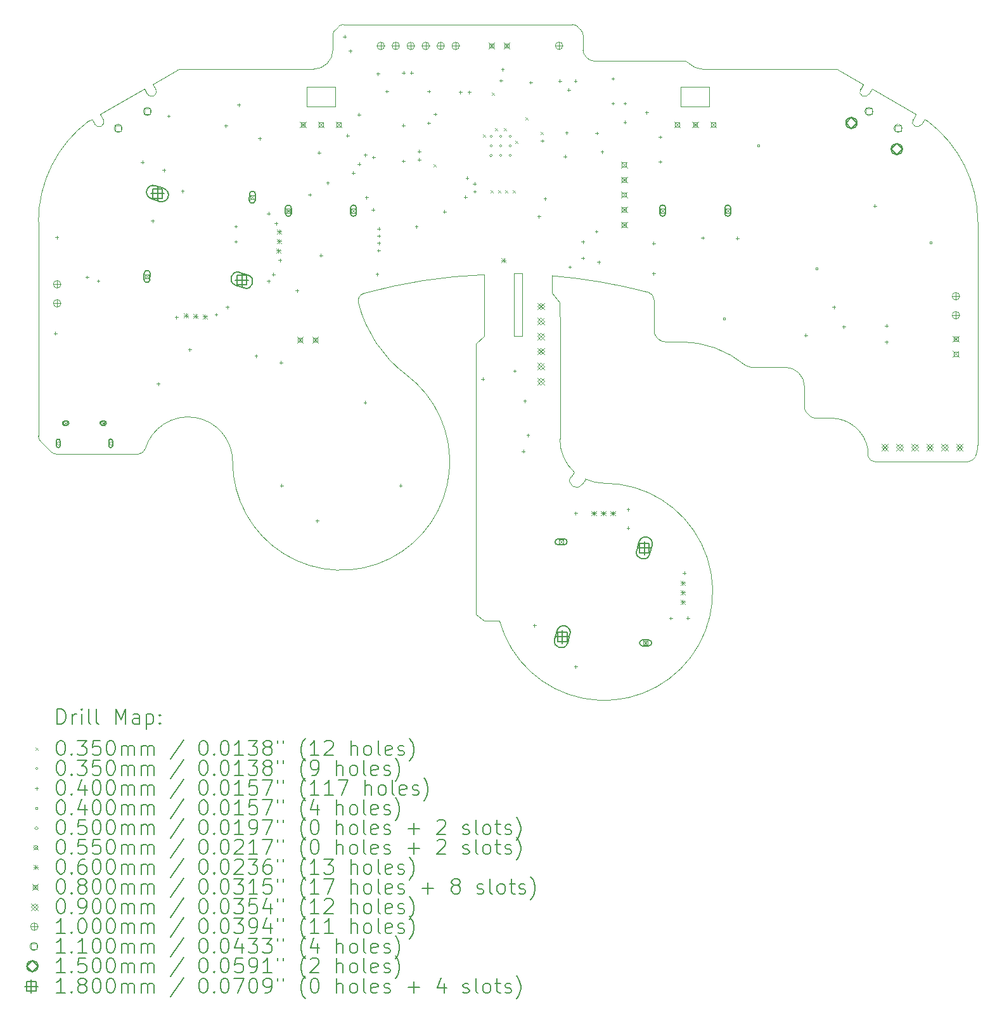
<source format=gbr>
%TF.GenerationSoftware,KiCad,Pcbnew,(6.0.9)*%
%TF.CreationDate,2022-12-16T01:28:00-08:00*%
%TF.ProjectId,PhobGCC_2_0_0_proto_1,50686f62-4743-4435-9f32-5f305f305f70,rev?*%
%TF.SameCoordinates,Original*%
%TF.FileFunction,Drillmap*%
%TF.FilePolarity,Positive*%
%FSLAX45Y45*%
G04 Gerber Fmt 4.5, Leading zero omitted, Abs format (unit mm)*
G04 Created by KiCad (PCBNEW (6.0.9)) date 2022-12-16 01:28:00*
%MOMM*%
%LPD*%
G01*
G04 APERTURE LIST*
%ADD10C,0.050000*%
%ADD11C,0.100000*%
%ADD12C,0.200000*%
%ADD13C,0.035000*%
%ADD14C,0.040000*%
%ADD15C,0.055000*%
%ADD16C,0.060000*%
%ADD17C,0.080000*%
%ADD18C,0.090000*%
%ADD19C,0.110000*%
%ADD20C,0.150000*%
%ADD21C,0.180000*%
G04 APERTURE END LIST*
D10*
X8409000Y-3373000D02*
X8409000Y-3113000D01*
X13409000Y-3373000D02*
X13409000Y-3113000D01*
X11286000Y-6438839D02*
X11286180Y-5632662D01*
D11*
X16003542Y-8117612D02*
X17231732Y-8117612D01*
X16508789Y-3546213D02*
X16548667Y-3476861D01*
X4995421Y-7984422D02*
G75*
G03*
X5066300Y-8014000I71420J71432D01*
G01*
X5164500Y-8013996D02*
X5066300Y-8014000D01*
X11984288Y-8255894D02*
X11937638Y-8317862D01*
X15059711Y-7113711D02*
X15059711Y-7392289D01*
X15201132Y-7533711D02*
X15413491Y-7533711D01*
X15846473Y-3073099D02*
X15522857Y-2887020D01*
X16508789Y-3546213D02*
G75*
G03*
X16621487Y-3611014I56351J-32397D01*
G01*
D10*
X13409000Y-3113000D02*
X13789000Y-3113000D01*
D11*
X4824711Y-4913711D02*
X4824711Y-7666400D01*
X17302443Y-8088323D02*
X17343864Y-8046902D01*
X15959171Y-3137900D02*
X15919293Y-3207253D01*
D10*
X8789000Y-3373000D02*
X8409000Y-3373000D01*
X10670540Y-6537960D02*
X10777220Y-6436360D01*
D11*
X13049710Y-5951130D02*
G75*
G03*
X12974962Y-5854370I-100000J0D01*
G01*
X10671511Y-10150455D02*
X10782400Y-10242372D01*
X9171098Y-5868504D02*
G75*
G03*
X9099886Y-5988648I25982J-96576D01*
G01*
X8499711Y-2873711D02*
G75*
G03*
X8759711Y-2613711I-1J260001D01*
G01*
X8759711Y-2418096D02*
X8759711Y-2613711D01*
X8788998Y-2347384D02*
G75*
G03*
X8759711Y-2418096I70732J-70717D01*
G01*
D10*
X12974962Y-5854370D02*
G75*
G03*
X11686180Y-5632662I-1925582J-7336670D01*
G01*
D11*
X16699711Y-3563711D02*
X16661365Y-3541662D01*
X13120422Y-6484420D02*
G75*
G03*
X13191132Y-6513711I70708J70700D01*
G01*
X13512731Y-2794374D02*
G75*
G03*
X13699711Y-2873711I186979J180664D01*
G01*
X12134106Y-8347584D02*
G75*
G03*
X12382400Y-8402372I248224J534914D01*
G01*
X6280128Y-3207253D02*
X6240250Y-3137900D01*
X12087456Y-8417634D02*
X12134107Y-8347582D01*
X13079000Y-6443000D02*
X13120421Y-6484421D01*
X6726411Y-2873711D02*
G75*
G03*
X6676564Y-2887020I-1J-99999D01*
G01*
X10671800Y-8226055D02*
X10671796Y-8288255D01*
X15906498Y-7950377D02*
X15904941Y-8034279D01*
X10671796Y-9218355D02*
X10671511Y-10150455D01*
X12099709Y-2418096D02*
G75*
G03*
X12070421Y-2347386I-99989J6D01*
G01*
X5577933Y-3611015D02*
G75*
G03*
X5690632Y-3546213I56347J32405D01*
G01*
X15089000Y-7463000D02*
X15130421Y-7504421D01*
D10*
X11177880Y-6438961D02*
X11177880Y-5603000D01*
D11*
X11792400Y-7812372D02*
X11792400Y-7492372D01*
X17374710Y-4913711D02*
G75*
G03*
X16699711Y-3563711I-1687500J1D01*
G01*
X8830421Y-2305964D02*
X8789000Y-2347386D01*
D10*
X11286180Y-5603000D02*
X11286180Y-5632662D01*
D11*
X14272600Y-6830441D02*
G75*
G03*
X13399711Y-6513711I-872890J-1044449D01*
G01*
X14272598Y-6830444D02*
G75*
G03*
X14336727Y-6853711I64132J76754D01*
G01*
X16661365Y-3541662D02*
X16621487Y-3611014D01*
X6094600Y-8013996D02*
X5164500Y-8013996D01*
D10*
X13789000Y-3113000D02*
X13789000Y-3373000D01*
D11*
X12099711Y-2622438D02*
X12099711Y-2418096D01*
X12170423Y-2734568D02*
G75*
G03*
X12241132Y-2763859I70707J70698D01*
G01*
X12070421Y-2347386D02*
X12029000Y-2305964D01*
X7419711Y-8113711D02*
G75*
G03*
X6252529Y-7942440I-596157J0D01*
G01*
D10*
X8409000Y-3113000D02*
X8789000Y-3113000D01*
D11*
X15906496Y-7950378D02*
G75*
G03*
X15413491Y-7533711I-493006J-83332D01*
G01*
X16548667Y-3476861D02*
X15959171Y-3137900D01*
X6352948Y-3073099D02*
X6392826Y-3142452D01*
X12099708Y-2622438D02*
G75*
G03*
X12129000Y-2693148I100012J8D01*
G01*
X13049711Y-5951130D02*
X13049711Y-6372289D01*
X6280126Y-3207254D02*
G75*
G03*
X6392826Y-3142452I56354J32394D01*
G01*
X7419710Y-8113711D02*
G75*
G03*
X9736154Y-6951052I1450000J0D01*
G01*
D10*
X11177880Y-6438961D02*
X11286000Y-6438839D01*
D11*
X8901132Y-2276675D02*
G75*
G03*
X8830421Y-2305964I-2J-99995D01*
G01*
X10782400Y-10242372D02*
X10985833Y-10242372D01*
X15130422Y-7504420D02*
G75*
G03*
X15201132Y-7533711I70708J70700D01*
G01*
X13440817Y-2763859D02*
X12241132Y-2763859D01*
D10*
X11792400Y-6369583D02*
X11790680Y-5989320D01*
D11*
X17374711Y-7892289D02*
X17374711Y-4913711D01*
X15059711Y-7392289D02*
G75*
G03*
X15089000Y-7463000I99999J-1D01*
G01*
D10*
X11790680Y-5989320D02*
X11686180Y-5864509D01*
D11*
X15904937Y-8034280D02*
G75*
G03*
X16003542Y-8117612I98603J16670D01*
G01*
X5577934Y-3611015D02*
X5538056Y-3541662D01*
X11958289Y-2276675D02*
X8901132Y-2276675D01*
X15473010Y-2873711D02*
X13699711Y-2873711D01*
D10*
X8789000Y-3113000D02*
X8789000Y-3373000D01*
D11*
X4854000Y-7843000D02*
X4995421Y-7984421D01*
X15806595Y-3142452D02*
X15846473Y-3073099D01*
X15806596Y-3142452D02*
G75*
G03*
X15919293Y-3207253I56344J-32408D01*
G01*
X10777327Y-5618480D02*
G75*
G03*
X9171099Y-5868508I265993J-6993160D01*
G01*
D10*
X11177880Y-5603000D02*
X11286180Y-5603000D01*
X13789000Y-3373000D02*
X13409000Y-3373000D01*
D11*
X17231732Y-8117613D02*
G75*
G03*
X17302443Y-8088323I-2J100003D01*
G01*
D10*
X11792400Y-7492372D02*
X11792400Y-6369583D01*
D11*
X10671796Y-8288255D02*
X10671796Y-9218355D01*
X6676564Y-2887020D02*
X6352948Y-3073099D01*
X17343863Y-8046901D02*
G75*
G03*
X17374711Y-7892289I-372033J154611D01*
G01*
X12028999Y-2305965D02*
G75*
G03*
X11958289Y-2276675I-70709J-70705D01*
G01*
X9099888Y-5988648D02*
G75*
G03*
X9736154Y-6951052I1652092J400708D01*
G01*
X15059709Y-7113711D02*
G75*
G03*
X14799711Y-6853711I-259999J1D01*
G01*
X6240250Y-3137900D02*
X5650754Y-3476861D01*
D10*
X11686180Y-5632662D02*
X11686180Y-5864509D01*
D11*
X11937635Y-8317860D02*
G75*
G03*
X12087456Y-8417634I74915J-49880D01*
G01*
X4824711Y-7666400D02*
X4824700Y-7772289D01*
X13512729Y-2794376D02*
G75*
G03*
X13440817Y-2763859I-71909J-69464D01*
G01*
X10985833Y-10242372D02*
G75*
G03*
X12382400Y-8402372I1396601J389974D01*
G01*
X8499711Y-2873711D02*
X6726411Y-2873711D01*
X10671800Y-8226055D02*
X10671800Y-7500500D01*
X6157000Y-8014000D02*
X6094600Y-8013996D01*
X15522857Y-2887020D02*
G75*
G03*
X15473010Y-2873711I-49847J-86690D01*
G01*
X12170421Y-2734570D02*
X12129000Y-2693148D01*
X5538056Y-3541662D02*
X5499711Y-3563711D01*
X6157000Y-8014001D02*
G75*
G03*
X6252529Y-7942440I-650J100411D01*
G01*
X5650754Y-3476861D02*
X5690632Y-3546213D01*
D10*
X10671800Y-7500500D02*
X10670540Y-6537960D01*
X10777220Y-6436360D02*
X10777327Y-5618480D01*
D11*
X14336727Y-6853711D02*
X14799711Y-6853711D01*
X11792398Y-7812372D02*
G75*
G03*
X11984288Y-8255894I589722J-8128D01*
G01*
X13049711Y-6372289D02*
G75*
G03*
X13079000Y-6443000I99999J-1D01*
G01*
X4824699Y-7772289D02*
G75*
G03*
X4854000Y-7843000I100042J29D01*
G01*
X5499711Y-3563710D02*
G75*
G03*
X4824711Y-4913711I1012505J-1350003D01*
G01*
X13191132Y-6513711D02*
X13399711Y-6513711D01*
D12*
D13*
X10101311Y-4145011D02*
X10136311Y-4180011D01*
X10136311Y-4145011D02*
X10101311Y-4180011D01*
X10764800Y-3741700D02*
X10799800Y-3776700D01*
X10799800Y-3741700D02*
X10764800Y-3776700D01*
X10862500Y-4490050D02*
X10897500Y-4525050D01*
X10897500Y-4490050D02*
X10862500Y-4525050D01*
X10882500Y-3182500D02*
X10917500Y-3217500D01*
X10917500Y-3182500D02*
X10882500Y-3217500D01*
X10922500Y-3662500D02*
X10957500Y-3697500D01*
X10957500Y-3662500D02*
X10922500Y-3697500D01*
X10962500Y-4490050D02*
X10997500Y-4525050D01*
X10997500Y-4490050D02*
X10962500Y-4525050D01*
X11042500Y-3662500D02*
X11077500Y-3697500D01*
X11077500Y-3662500D02*
X11042500Y-3697500D01*
X11062500Y-4490050D02*
X11097500Y-4525050D01*
X11097500Y-4490050D02*
X11062500Y-4525050D01*
X11162500Y-4490050D02*
X11197500Y-4525050D01*
X11197500Y-4490050D02*
X11162500Y-4525050D01*
X11192500Y-3832500D02*
X11227500Y-3867500D01*
X11227500Y-3832500D02*
X11192500Y-3867500D01*
X11331220Y-3518180D02*
X11366220Y-3553180D01*
X11366220Y-3518180D02*
X11331220Y-3553180D01*
X11532500Y-3712500D02*
X11567500Y-3747500D01*
X11567500Y-3712500D02*
X11532500Y-3747500D01*
X10890000Y-3772500D02*
G75*
G03*
X10890000Y-3772500I-17500J0D01*
G01*
X10890000Y-3900000D02*
G75*
G03*
X10890000Y-3900000I-17500J0D01*
G01*
X10890000Y-4027500D02*
G75*
G03*
X10890000Y-4027500I-17500J0D01*
G01*
X11017500Y-3772500D02*
G75*
G03*
X11017500Y-3772500I-17500J0D01*
G01*
X11017500Y-3900000D02*
G75*
G03*
X11017500Y-3900000I-17500J0D01*
G01*
X11017500Y-4027500D02*
G75*
G03*
X11017500Y-4027500I-17500J0D01*
G01*
X11145000Y-3772500D02*
G75*
G03*
X11145000Y-3772500I-17500J0D01*
G01*
X11145000Y-3900000D02*
G75*
G03*
X11145000Y-3900000I-17500J0D01*
G01*
X11145000Y-4027500D02*
G75*
G03*
X11145000Y-4027500I-17500J0D01*
G01*
D14*
X5050000Y-6380000D02*
X5050000Y-6420000D01*
X5030000Y-6400000D02*
X5070000Y-6400000D01*
X5070000Y-5100000D02*
X5070000Y-5140000D01*
X5050000Y-5120000D02*
X5090000Y-5120000D01*
X5475000Y-5630000D02*
X5475000Y-5670000D01*
X5455000Y-5650000D02*
X5495000Y-5650000D01*
X5625000Y-5680000D02*
X5625000Y-5720000D01*
X5605000Y-5700000D02*
X5645000Y-5700000D01*
X6212840Y-4094800D02*
X6212840Y-4134800D01*
X6192840Y-4114800D02*
X6232840Y-4114800D01*
X6350000Y-4880000D02*
X6350000Y-4920000D01*
X6330000Y-4900000D02*
X6370000Y-4900000D01*
X6425000Y-7055000D02*
X6425000Y-7095000D01*
X6405000Y-7075000D02*
X6445000Y-7075000D01*
X6502400Y-4201480D02*
X6502400Y-4241480D01*
X6482400Y-4221480D02*
X6522400Y-4221480D01*
X6563360Y-3480120D02*
X6563360Y-3520120D01*
X6543360Y-3500120D02*
X6583360Y-3500120D01*
X6667500Y-6164900D02*
X6667500Y-6204900D01*
X6647500Y-6184900D02*
X6687500Y-6184900D01*
X6750000Y-4480000D02*
X6750000Y-4520000D01*
X6730000Y-4500000D02*
X6770000Y-4500000D01*
X6845300Y-6596700D02*
X6845300Y-6636700D01*
X6825300Y-6616700D02*
X6865300Y-6616700D01*
X7200000Y-6130000D02*
X7200000Y-6170000D01*
X7180000Y-6150000D02*
X7220000Y-6150000D01*
X7330000Y-3610000D02*
X7330000Y-3650000D01*
X7310000Y-3630000D02*
X7350000Y-3630000D01*
X7350000Y-6030000D02*
X7350000Y-6070000D01*
X7330000Y-6050000D02*
X7370000Y-6050000D01*
X7462520Y-4953320D02*
X7462520Y-4993320D01*
X7442520Y-4973320D02*
X7482520Y-4973320D01*
X7462520Y-5156520D02*
X7462520Y-5196520D01*
X7442520Y-5176520D02*
X7482520Y-5176520D01*
X7500000Y-3330000D02*
X7500000Y-3370000D01*
X7480000Y-3350000D02*
X7520000Y-3350000D01*
X7733000Y-6684000D02*
X7733000Y-6724000D01*
X7713000Y-6704000D02*
X7753000Y-6704000D01*
X7780050Y-3780000D02*
X7780050Y-3820000D01*
X7760050Y-3800000D02*
X7800050Y-3800000D01*
X7899400Y-5682300D02*
X7899400Y-5722300D01*
X7879400Y-5702300D02*
X7919400Y-5702300D01*
X7900000Y-4780000D02*
X7900000Y-4820000D01*
X7880000Y-4800000D02*
X7920000Y-4800000D01*
X7962900Y-5593400D02*
X7962900Y-5633400D01*
X7942900Y-5613400D02*
X7982900Y-5613400D01*
X8000834Y-4914080D02*
X8000834Y-4954080D01*
X7980834Y-4934080D02*
X8020834Y-4934080D01*
X8051800Y-5402900D02*
X8051800Y-5442900D01*
X8031800Y-5422900D02*
X8071800Y-5422900D01*
X8065000Y-6768950D02*
X8065000Y-6808950D01*
X8045000Y-6788950D02*
X8085000Y-6788950D01*
X8074000Y-8413000D02*
X8074000Y-8453000D01*
X8054000Y-8433000D02*
X8094000Y-8433000D01*
X8280400Y-5811840D02*
X8280400Y-5851840D01*
X8260400Y-5831840D02*
X8300400Y-5831840D01*
X8450000Y-4530000D02*
X8450000Y-4570000D01*
X8430000Y-4550000D02*
X8470000Y-4550000D01*
X8547100Y-8882700D02*
X8547100Y-8922700D01*
X8527100Y-8902700D02*
X8567100Y-8902700D01*
X8572500Y-3967800D02*
X8572500Y-4007800D01*
X8552500Y-3987800D02*
X8592500Y-3987800D01*
X8600000Y-5340000D02*
X8600000Y-5380000D01*
X8580000Y-5360000D02*
X8620000Y-5360000D01*
X8689000Y-4371000D02*
X8689000Y-4411000D01*
X8669000Y-4391000D02*
X8709000Y-4391000D01*
X8915400Y-2418400D02*
X8915400Y-2458400D01*
X8895400Y-2438400D02*
X8935400Y-2438400D01*
X8953500Y-3739200D02*
X8953500Y-3779200D01*
X8933500Y-3759200D02*
X8973500Y-3759200D01*
X8991600Y-2608900D02*
X8991600Y-2648900D01*
X8971600Y-2628900D02*
X9011600Y-2628900D01*
X9030000Y-4240000D02*
X9030000Y-4280000D01*
X9010000Y-4260000D02*
X9050000Y-4260000D01*
X9105900Y-3459800D02*
X9105900Y-3499800D01*
X9085900Y-3479800D02*
X9125900Y-3479800D01*
X9110000Y-4120000D02*
X9110000Y-4160000D01*
X9090000Y-4140000D02*
X9130000Y-4140000D01*
X9189000Y-7303000D02*
X9189000Y-7343000D01*
X9169000Y-7323000D02*
X9209000Y-7323000D01*
X9190000Y-4000000D02*
X9190000Y-4040000D01*
X9170000Y-4020000D02*
X9210000Y-4020000D01*
X9207500Y-4564700D02*
X9207500Y-4604700D01*
X9187500Y-4584700D02*
X9227500Y-4584700D01*
X9296400Y-4729800D02*
X9296400Y-4769800D01*
X9276400Y-4749800D02*
X9316400Y-4749800D01*
X9300000Y-4030000D02*
X9300000Y-4070000D01*
X9280000Y-4050000D02*
X9320000Y-4050000D01*
X9350000Y-5590000D02*
X9350000Y-5630000D01*
X9330000Y-5610000D02*
X9370000Y-5610000D01*
X9359900Y-2913700D02*
X9359900Y-2953700D01*
X9339900Y-2933700D02*
X9379900Y-2933700D01*
X9370583Y-5273883D02*
X9370583Y-5313883D01*
X9350583Y-5293883D02*
X9390583Y-5293883D01*
X9372600Y-4983800D02*
X9372600Y-5023800D01*
X9352600Y-5003800D02*
X9392600Y-5003800D01*
X9372600Y-5080000D02*
X9372600Y-5120000D01*
X9352600Y-5100000D02*
X9392600Y-5100000D01*
X9372600Y-5174950D02*
X9372600Y-5214950D01*
X9352600Y-5194950D02*
X9392600Y-5194950D01*
X9480000Y-3150000D02*
X9480000Y-3190000D01*
X9460000Y-3170000D02*
X9500000Y-3170000D01*
X9664000Y-8413000D02*
X9664000Y-8453000D01*
X9644000Y-8433000D02*
X9684000Y-8433000D01*
X9700000Y-3605000D02*
X9700000Y-3645000D01*
X9680000Y-3625000D02*
X9720000Y-3625000D01*
X9700000Y-4080000D02*
X9700000Y-4120000D01*
X9680000Y-4100000D02*
X9720000Y-4100000D01*
X9702800Y-2901000D02*
X9702800Y-2941000D01*
X9682800Y-2921000D02*
X9722800Y-2921000D01*
X9810000Y-2900000D02*
X9810000Y-2940000D01*
X9790000Y-2920000D02*
X9830000Y-2920000D01*
X9875000Y-4955000D02*
X9875000Y-4995000D01*
X9855000Y-4975000D02*
X9895000Y-4975000D01*
X9910000Y-3950000D02*
X9910000Y-3990000D01*
X9890000Y-3970000D02*
X9930000Y-3970000D01*
X9910000Y-4060000D02*
X9910000Y-4100000D01*
X9890000Y-4080000D02*
X9930000Y-4080000D01*
X10038080Y-3571560D02*
X10038080Y-3611560D01*
X10018080Y-3591560D02*
X10058080Y-3591560D01*
X10040000Y-3150000D02*
X10040000Y-3190000D01*
X10020000Y-3170000D02*
X10060000Y-3170000D01*
X10125000Y-3455000D02*
X10125000Y-3495000D01*
X10105000Y-3475000D02*
X10145000Y-3475000D01*
X10250000Y-4755000D02*
X10250000Y-4795000D01*
X10230000Y-4775000D02*
X10270000Y-4775000D01*
X10460000Y-3160000D02*
X10460000Y-3200000D01*
X10440000Y-3180000D02*
X10480000Y-3180000D01*
X10530000Y-4560000D02*
X10530000Y-4600000D01*
X10510000Y-4580000D02*
X10550000Y-4580000D01*
X10551230Y-4306230D02*
X10551230Y-4346230D01*
X10531230Y-4326230D02*
X10571230Y-4326230D01*
X10580000Y-3160000D02*
X10580000Y-3200000D01*
X10560000Y-3180000D02*
X10600000Y-3180000D01*
X10650000Y-4382550D02*
X10650000Y-4422550D01*
X10630000Y-4402550D02*
X10670000Y-4402550D01*
X10652760Y-4485960D02*
X10652760Y-4525960D01*
X10632760Y-4505960D02*
X10672760Y-4505960D01*
X10759440Y-6990400D02*
X10759440Y-7030400D01*
X10739440Y-7010400D02*
X10779440Y-7010400D01*
X11002550Y-3005000D02*
X11002550Y-3045000D01*
X10982550Y-3025000D02*
X11022550Y-3025000D01*
X11025000Y-2855000D02*
X11025000Y-2895000D01*
X11005000Y-2875000D02*
X11045000Y-2875000D01*
X11186160Y-6883720D02*
X11186160Y-6923720D01*
X11166160Y-6903720D02*
X11206160Y-6903720D01*
X11301800Y-7956000D02*
X11301800Y-7996000D01*
X11281800Y-7976000D02*
X11321800Y-7976000D01*
X11321950Y-7285040D02*
X11321950Y-7325040D01*
X11301950Y-7305040D02*
X11341950Y-7305040D01*
X11363960Y-7742240D02*
X11363960Y-7782240D01*
X11343960Y-7762240D02*
X11383960Y-7762240D01*
X11400000Y-3030000D02*
X11400000Y-3070000D01*
X11380000Y-3050000D02*
X11420000Y-3050000D01*
X11451800Y-10281000D02*
X11451800Y-10321000D01*
X11431800Y-10301000D02*
X11471800Y-10301000D01*
X11510000Y-4820000D02*
X11510000Y-4860000D01*
X11490000Y-4840000D02*
X11530000Y-4840000D01*
X11557000Y-3810320D02*
X11557000Y-3850320D01*
X11537000Y-3830320D02*
X11577000Y-3830320D01*
X11592560Y-4582480D02*
X11592560Y-4622480D01*
X11572560Y-4602480D02*
X11612560Y-4602480D01*
X11790000Y-3010000D02*
X11790000Y-3050000D01*
X11770000Y-3030000D02*
X11810000Y-3030000D01*
X11861800Y-4018600D02*
X11861800Y-4058600D01*
X11841800Y-4038600D02*
X11881800Y-4038600D01*
X11882120Y-3703640D02*
X11882120Y-3743640D01*
X11862120Y-3723640D02*
X11902120Y-3723640D01*
X11910000Y-3130000D02*
X11910000Y-3170000D01*
X11890000Y-3150000D02*
X11930000Y-3150000D01*
X11924000Y-5495000D02*
X11924000Y-5535000D01*
X11904000Y-5515000D02*
X11944000Y-5515000D01*
X12000000Y-3010000D02*
X12000000Y-3050000D01*
X11980000Y-3030000D02*
X12020000Y-3030000D01*
X12001800Y-8781000D02*
X12001800Y-8821000D01*
X11981800Y-8801000D02*
X12021800Y-8801000D01*
X12001800Y-10831000D02*
X12001800Y-10871000D01*
X11981800Y-10851000D02*
X12021800Y-10851000D01*
X12100000Y-5160000D02*
X12100000Y-5200000D01*
X12080000Y-5180000D02*
X12120000Y-5180000D01*
X12100000Y-5375046D02*
X12100000Y-5415046D01*
X12080000Y-5395046D02*
X12120000Y-5395046D01*
X12278360Y-5019360D02*
X12278360Y-5059360D01*
X12258360Y-5039360D02*
X12298360Y-5039360D01*
X12283440Y-3708720D02*
X12283440Y-3748720D01*
X12263440Y-3728720D02*
X12303440Y-3728720D01*
X12310000Y-5430000D02*
X12310000Y-5470000D01*
X12290000Y-5450000D02*
X12330000Y-5450000D01*
X12354560Y-3957640D02*
X12354560Y-3997640D01*
X12334560Y-3977640D02*
X12374560Y-3977640D01*
X12500000Y-2980000D02*
X12500000Y-3020000D01*
X12480000Y-3000000D02*
X12520000Y-3000000D01*
X12500000Y-3310000D02*
X12500000Y-3350000D01*
X12480000Y-3330000D02*
X12520000Y-3330000D01*
X12660000Y-3310000D02*
X12660000Y-3350000D01*
X12640000Y-3330000D02*
X12680000Y-3330000D01*
X12660000Y-3560000D02*
X12660000Y-3600000D01*
X12640000Y-3580000D02*
X12680000Y-3580000D01*
X12701800Y-8731000D02*
X12701800Y-8771000D01*
X12681800Y-8751000D02*
X12721800Y-8751000D01*
X12701800Y-8981000D02*
X12701800Y-9021000D01*
X12681800Y-9001000D02*
X12721800Y-9001000D01*
X12950000Y-3430000D02*
X12950000Y-3470000D01*
X12930000Y-3450000D02*
X12970000Y-3450000D01*
X13042900Y-5179600D02*
X13042900Y-5219600D01*
X13022900Y-5199600D02*
X13062900Y-5199600D01*
X13042900Y-5580700D02*
X13042900Y-5620700D01*
X13022900Y-5600700D02*
X13062900Y-5600700D01*
X13130000Y-3760000D02*
X13130000Y-3800000D01*
X13110000Y-3780000D02*
X13150000Y-3780000D01*
X13130000Y-4090000D02*
X13130000Y-4130000D01*
X13110000Y-4110000D02*
X13150000Y-4110000D01*
X13273300Y-10185400D02*
X13273300Y-10225400D01*
X13253300Y-10205400D02*
X13293300Y-10205400D01*
X13451800Y-9581000D02*
X13451800Y-9621000D01*
X13431800Y-9601000D02*
X13471800Y-9601000D01*
X13501800Y-10181000D02*
X13501800Y-10221000D01*
X13481800Y-10201000D02*
X13521800Y-10201000D01*
X13700000Y-5105000D02*
X13700000Y-5145000D01*
X13680000Y-5125000D02*
X13720000Y-5125000D01*
X14160500Y-5110800D02*
X14160500Y-5150800D01*
X14140500Y-5130800D02*
X14180500Y-5130800D01*
X15074900Y-6406200D02*
X15074900Y-6446200D01*
X15054900Y-6426200D02*
X15094900Y-6426200D01*
X15450000Y-6030000D02*
X15450000Y-6070000D01*
X15430000Y-6050000D02*
X15470000Y-6050000D01*
X15582900Y-6291900D02*
X15582900Y-6331900D01*
X15562900Y-6311900D02*
X15602900Y-6311900D01*
X16000000Y-4680000D02*
X16000000Y-4720000D01*
X15980000Y-4700000D02*
X16020000Y-4700000D01*
X16154400Y-6279200D02*
X16154400Y-6319200D01*
X16134400Y-6299200D02*
X16174400Y-6299200D01*
X16154400Y-6495100D02*
X16154400Y-6535100D01*
X16134400Y-6515100D02*
X16174400Y-6515100D01*
X14000248Y-6216667D02*
X14000248Y-6188383D01*
X13971963Y-6188383D01*
X13971963Y-6216667D01*
X14000248Y-6216667D01*
X14455009Y-3907358D02*
X14455009Y-3879074D01*
X14426725Y-3879074D01*
X14426725Y-3907358D01*
X14455009Y-3907358D01*
X15238142Y-5552142D02*
X15238142Y-5523858D01*
X15209858Y-5523858D01*
X15209858Y-5552142D01*
X15238142Y-5552142D01*
X16757544Y-5202746D02*
X16757544Y-5174461D01*
X16729260Y-5174461D01*
X16729260Y-5202746D01*
X16757544Y-5202746D01*
D10*
X5090000Y-7895000D02*
X5115000Y-7870000D01*
X5090000Y-7845000D01*
X5065000Y-7870000D01*
X5090000Y-7895000D01*
D12*
X5065000Y-7837500D02*
X5065000Y-7902500D01*
X5115000Y-7837500D02*
X5115000Y-7902500D01*
X5065000Y-7902500D02*
G75*
G03*
X5115000Y-7902500I25000J0D01*
G01*
X5115000Y-7837500D02*
G75*
G03*
X5065000Y-7837500I-25000J0D01*
G01*
D10*
X5790000Y-7895000D02*
X5815000Y-7870000D01*
X5790000Y-7845000D01*
X5765000Y-7870000D01*
X5790000Y-7895000D01*
D12*
X5765000Y-7837500D02*
X5765000Y-7902500D01*
X5815000Y-7837500D02*
X5815000Y-7902500D01*
X5765000Y-7902500D02*
G75*
G03*
X5815000Y-7902500I25000J0D01*
G01*
X5815000Y-7837500D02*
G75*
G03*
X5765000Y-7837500I-25000J0D01*
G01*
D15*
X5162500Y-7572500D02*
X5217500Y-7627500D01*
X5217500Y-7572500D02*
X5162500Y-7627500D01*
X5217500Y-7600000D02*
G75*
G03*
X5217500Y-7600000I-27500J0D01*
G01*
D12*
X5175000Y-7627500D02*
X5205000Y-7627500D01*
X5175000Y-7572500D02*
X5205000Y-7572500D01*
X5205000Y-7627500D02*
G75*
G03*
X5205000Y-7572500I0J27500D01*
G01*
X5175000Y-7572500D02*
G75*
G03*
X5175000Y-7627500I0J-27500D01*
G01*
D15*
X5662500Y-7572500D02*
X5717500Y-7627500D01*
X5717500Y-7572500D02*
X5662500Y-7627500D01*
X5717500Y-7600000D02*
G75*
G03*
X5717500Y-7600000I-27500J0D01*
G01*
D12*
X5675000Y-7627500D02*
X5705000Y-7627500D01*
X5675000Y-7572500D02*
X5705000Y-7572500D01*
X5705000Y-7627500D02*
G75*
G03*
X5705000Y-7572500I0J27500D01*
G01*
X5675000Y-7572500D02*
G75*
G03*
X5675000Y-7627500I0J-27500D01*
G01*
D16*
X6767206Y-6134724D02*
X6827206Y-6194724D01*
X6827206Y-6134724D02*
X6767206Y-6194724D01*
X6797206Y-6134724D02*
X6797206Y-6194724D01*
X6767206Y-6164724D02*
X6827206Y-6164724D01*
X6894032Y-6141370D02*
X6954032Y-6201370D01*
X6954032Y-6141370D02*
X6894032Y-6201370D01*
X6924032Y-6141370D02*
X6924032Y-6201370D01*
X6894032Y-6171370D02*
X6954032Y-6171370D01*
X7020858Y-6148017D02*
X7080858Y-6208017D01*
X7080858Y-6148017D02*
X7020858Y-6208017D01*
X7050858Y-6148017D02*
X7050858Y-6208017D01*
X7020858Y-6178017D02*
X7080858Y-6178017D01*
X8001409Y-5265125D02*
X8061409Y-5325125D01*
X8061409Y-5265125D02*
X8001409Y-5325125D01*
X8031409Y-5265125D02*
X8031409Y-5325125D01*
X8001409Y-5295125D02*
X8061409Y-5295125D01*
X8008056Y-5138299D02*
X8068056Y-5198299D01*
X8068056Y-5138299D02*
X8008056Y-5198299D01*
X8038056Y-5138299D02*
X8038056Y-5198299D01*
X8008056Y-5168299D02*
X8068056Y-5168299D01*
X8014702Y-5011473D02*
X8074702Y-5071473D01*
X8074702Y-5011473D02*
X8014702Y-5071473D01*
X8044702Y-5011473D02*
X8044702Y-5071473D01*
X8014702Y-5041473D02*
X8074702Y-5041473D01*
X11009000Y-5398000D02*
X11069000Y-5458000D01*
X11069000Y-5398000D02*
X11009000Y-5458000D01*
X11039000Y-5398000D02*
X11039000Y-5458000D01*
X11009000Y-5428000D02*
X11069000Y-5428000D01*
X12214900Y-8770455D02*
X12274900Y-8830455D01*
X12274900Y-8770455D02*
X12214900Y-8830455D01*
X12244900Y-8770455D02*
X12244900Y-8830455D01*
X12214900Y-8800455D02*
X12274900Y-8800455D01*
X12341900Y-8770455D02*
X12401900Y-8830455D01*
X12401900Y-8770455D02*
X12341900Y-8830455D01*
X12371900Y-8770455D02*
X12371900Y-8830455D01*
X12341900Y-8800455D02*
X12401900Y-8800455D01*
X12468900Y-8770455D02*
X12528900Y-8830455D01*
X12528900Y-8770455D02*
X12468900Y-8830455D01*
X12498900Y-8770455D02*
X12498900Y-8830455D01*
X12468900Y-8800455D02*
X12528900Y-8800455D01*
X13401900Y-9703455D02*
X13461900Y-9763455D01*
X13461900Y-9703455D02*
X13401900Y-9763455D01*
X13431900Y-9703455D02*
X13431900Y-9763455D01*
X13401900Y-9733455D02*
X13461900Y-9733455D01*
X13401900Y-9830455D02*
X13461900Y-9890455D01*
X13461900Y-9830455D02*
X13401900Y-9890455D01*
X13431900Y-9830455D02*
X13431900Y-9890455D01*
X13401900Y-9860455D02*
X13461900Y-9860455D01*
X13401900Y-9957455D02*
X13461900Y-10017455D01*
X13461900Y-9957455D02*
X13401900Y-10017455D01*
X13431900Y-9957455D02*
X13431900Y-10017455D01*
X13401900Y-9987455D02*
X13461900Y-9987455D01*
D17*
X6235863Y-5601722D02*
X6315863Y-5681722D01*
X6315863Y-5601722D02*
X6235863Y-5681722D01*
X6304148Y-5670007D02*
X6304148Y-5613438D01*
X6247579Y-5613438D01*
X6247579Y-5670007D01*
X6304148Y-5670007D01*
D12*
X6313715Y-5683761D02*
X6317902Y-5603870D01*
X6233825Y-5679574D02*
X6238012Y-5599683D01*
X6317902Y-5603870D02*
G75*
G03*
X6238012Y-5599683I-39945J2093D01*
G01*
X6233825Y-5679574D02*
G75*
G03*
X6313715Y-5683761I39945J-2093D01*
G01*
D17*
X7643153Y-4543924D02*
X7723153Y-4623924D01*
X7723153Y-4543924D02*
X7643153Y-4623924D01*
X7711438Y-4612209D02*
X7711438Y-4555640D01*
X7654869Y-4555640D01*
X7654869Y-4612209D01*
X7711438Y-4612209D01*
D12*
X7721005Y-4625963D02*
X7725192Y-4546073D01*
X7641114Y-4621776D02*
X7645301Y-4541886D01*
X7725192Y-4546073D02*
G75*
G03*
X7645301Y-4541886I-39945J2093D01*
G01*
X7641114Y-4621776D02*
G75*
G03*
X7721005Y-4625963I39945J-2093D01*
G01*
D17*
X8124000Y-4723000D02*
X8204000Y-4803000D01*
X8204000Y-4723000D02*
X8124000Y-4803000D01*
X8192284Y-4791285D02*
X8192284Y-4734716D01*
X8135715Y-4734716D01*
X8135715Y-4791285D01*
X8192284Y-4791285D01*
D12*
X8204000Y-4798000D02*
X8204000Y-4728000D01*
X8124000Y-4798000D02*
X8124000Y-4728000D01*
X8204000Y-4728000D02*
G75*
G03*
X8124000Y-4728000I-40000J0D01*
G01*
X8124000Y-4798000D02*
G75*
G03*
X8204000Y-4798000I40000J0D01*
G01*
D17*
X8282640Y-6447160D02*
X8362640Y-6527160D01*
X8362640Y-6447160D02*
X8282640Y-6527160D01*
X8350924Y-6515444D02*
X8350924Y-6458875D01*
X8294355Y-6458875D01*
X8294355Y-6515444D01*
X8350924Y-6515444D01*
X8319000Y-3573000D02*
X8399000Y-3653000D01*
X8399000Y-3573000D02*
X8319000Y-3653000D01*
X8387284Y-3641284D02*
X8387284Y-3584715D01*
X8330715Y-3584715D01*
X8330715Y-3641284D01*
X8387284Y-3641284D01*
X8482640Y-6447160D02*
X8562640Y-6527160D01*
X8562640Y-6447160D02*
X8482640Y-6527160D01*
X8550925Y-6515444D02*
X8550925Y-6458875D01*
X8494356Y-6458875D01*
X8494356Y-6515444D01*
X8550925Y-6515444D01*
X8559000Y-3573000D02*
X8639000Y-3653000D01*
X8639000Y-3573000D02*
X8559000Y-3653000D01*
X8627285Y-3641284D02*
X8627285Y-3584715D01*
X8570716Y-3584715D01*
X8570716Y-3641284D01*
X8627285Y-3641284D01*
X8799000Y-3573000D02*
X8879000Y-3653000D01*
X8879000Y-3573000D02*
X8799000Y-3653000D01*
X8867285Y-3641284D02*
X8867285Y-3584715D01*
X8810716Y-3584715D01*
X8810716Y-3641284D01*
X8867285Y-3641284D01*
X8994000Y-4723000D02*
X9074000Y-4803000D01*
X9074000Y-4723000D02*
X8994000Y-4803000D01*
X9062285Y-4791285D02*
X9062285Y-4734716D01*
X9005716Y-4734716D01*
X9005716Y-4791285D01*
X9062285Y-4791285D01*
D12*
X9074000Y-4798000D02*
X9074000Y-4728000D01*
X8994000Y-4798000D02*
X8994000Y-4728000D01*
X9074000Y-4728000D02*
G75*
G03*
X8994000Y-4728000I-40000J0D01*
G01*
X8994000Y-4798000D02*
G75*
G03*
X9074000Y-4798000I40000J0D01*
G01*
D17*
X10840000Y-2520000D02*
X10920000Y-2600000D01*
X10920000Y-2520000D02*
X10840000Y-2600000D01*
X10908285Y-2588285D02*
X10908285Y-2531716D01*
X10851716Y-2531716D01*
X10851716Y-2588285D01*
X10908285Y-2588285D01*
X11040000Y-2520000D02*
X11120000Y-2600000D01*
X11120000Y-2520000D02*
X11040000Y-2600000D01*
X11108285Y-2588285D02*
X11108285Y-2531716D01*
X11051716Y-2531716D01*
X11051716Y-2588285D01*
X11108285Y-2588285D01*
X11766900Y-9145455D02*
X11846900Y-9225455D01*
X11846900Y-9145455D02*
X11766900Y-9225455D01*
X11835184Y-9213740D02*
X11835184Y-9157171D01*
X11778615Y-9157171D01*
X11778615Y-9213740D01*
X11835184Y-9213740D01*
D12*
X11846900Y-9145455D02*
X11766900Y-9145455D01*
X11846900Y-9225455D02*
X11766900Y-9225455D01*
X11766900Y-9145455D02*
G75*
G03*
X11766900Y-9225455I0J-40000D01*
G01*
X11846900Y-9225455D02*
G75*
G03*
X11846900Y-9145455I0J40000D01*
G01*
D17*
X12610000Y-4110000D02*
X12690000Y-4190000D01*
X12690000Y-4110000D02*
X12610000Y-4190000D01*
X12678284Y-4178284D02*
X12678284Y-4121715D01*
X12621715Y-4121715D01*
X12621715Y-4178284D01*
X12678284Y-4178284D01*
X12610000Y-4310000D02*
X12690000Y-4390000D01*
X12690000Y-4310000D02*
X12610000Y-4390000D01*
X12678284Y-4378285D02*
X12678284Y-4321716D01*
X12621715Y-4321716D01*
X12621715Y-4378285D01*
X12678284Y-4378285D01*
X12610000Y-4510000D02*
X12690000Y-4590000D01*
X12690000Y-4510000D02*
X12610000Y-4590000D01*
X12678284Y-4578285D02*
X12678284Y-4521716D01*
X12621715Y-4521716D01*
X12621715Y-4578285D01*
X12678284Y-4578285D01*
X12610000Y-4710000D02*
X12690000Y-4790000D01*
X12690000Y-4710000D02*
X12610000Y-4790000D01*
X12678284Y-4778285D02*
X12678284Y-4721716D01*
X12621715Y-4721716D01*
X12621715Y-4778285D01*
X12678284Y-4778285D01*
X12610000Y-4910000D02*
X12690000Y-4990000D01*
X12690000Y-4910000D02*
X12610000Y-4990000D01*
X12678284Y-4978285D02*
X12678284Y-4921716D01*
X12621715Y-4921716D01*
X12621715Y-4978285D01*
X12678284Y-4978285D01*
X12896900Y-10495455D02*
X12976900Y-10575455D01*
X12976900Y-10495455D02*
X12896900Y-10575455D01*
X12965184Y-10563740D02*
X12965184Y-10507171D01*
X12908615Y-10507171D01*
X12908615Y-10563740D01*
X12965184Y-10563740D01*
D12*
X12976900Y-10495455D02*
X12896900Y-10495455D01*
X12976900Y-10575455D02*
X12896900Y-10575455D01*
X12896900Y-10495455D02*
G75*
G03*
X12896900Y-10575455I0J-40000D01*
G01*
X12976900Y-10575455D02*
G75*
G03*
X12976900Y-10495455I0J40000D01*
G01*
D17*
X13124000Y-4723000D02*
X13204000Y-4803000D01*
X13204000Y-4723000D02*
X13124000Y-4803000D01*
X13192284Y-4791285D02*
X13192284Y-4734716D01*
X13135715Y-4734716D01*
X13135715Y-4791285D01*
X13192284Y-4791285D01*
D12*
X13204000Y-4798000D02*
X13204000Y-4728000D01*
X13124000Y-4798000D02*
X13124000Y-4728000D01*
X13204000Y-4728000D02*
G75*
G03*
X13124000Y-4728000I-40000J0D01*
G01*
X13124000Y-4798000D02*
G75*
G03*
X13204000Y-4798000I40000J0D01*
G01*
D17*
X13319000Y-3573000D02*
X13399000Y-3653000D01*
X13399000Y-3573000D02*
X13319000Y-3653000D01*
X13387284Y-3641284D02*
X13387284Y-3584715D01*
X13330715Y-3584715D01*
X13330715Y-3641284D01*
X13387284Y-3641284D01*
X13559000Y-3573000D02*
X13639000Y-3653000D01*
X13639000Y-3573000D02*
X13559000Y-3653000D01*
X13627284Y-3641284D02*
X13627284Y-3584715D01*
X13570715Y-3584715D01*
X13570715Y-3641284D01*
X13627284Y-3641284D01*
X13799000Y-3573000D02*
X13879000Y-3653000D01*
X13879000Y-3573000D02*
X13799000Y-3653000D01*
X13867284Y-3641284D02*
X13867284Y-3584715D01*
X13810715Y-3584715D01*
X13810715Y-3641284D01*
X13867284Y-3641284D01*
X13994000Y-4723000D02*
X14074000Y-4803000D01*
X14074000Y-4723000D02*
X13994000Y-4803000D01*
X14062284Y-4791285D02*
X14062284Y-4734716D01*
X14005715Y-4734716D01*
X14005715Y-4791285D01*
X14062284Y-4791285D01*
D12*
X14074000Y-4798000D02*
X14074000Y-4728000D01*
X13994000Y-4798000D02*
X13994000Y-4728000D01*
X14074000Y-4728000D02*
G75*
G03*
X13994000Y-4728000I-40000J0D01*
G01*
X13994000Y-4798000D02*
G75*
G03*
X14074000Y-4798000I40000J0D01*
G01*
D17*
X17041500Y-6436100D02*
X17121500Y-6516100D01*
X17121500Y-6436100D02*
X17041500Y-6516100D01*
X17109785Y-6504384D02*
X17109785Y-6447815D01*
X17053216Y-6447815D01*
X17053216Y-6504384D01*
X17109785Y-6504384D01*
X17041500Y-6636100D02*
X17121500Y-6716100D01*
X17121500Y-6636100D02*
X17041500Y-6716100D01*
X17109785Y-6704384D02*
X17109785Y-6647815D01*
X17053216Y-6647815D01*
X17053216Y-6704384D01*
X17109785Y-6704384D01*
D18*
X11491680Y-5996000D02*
X11581680Y-6086000D01*
X11581680Y-5996000D02*
X11491680Y-6086000D01*
X11536680Y-6086000D02*
X11581680Y-6041000D01*
X11536680Y-5996000D01*
X11491680Y-6041000D01*
X11536680Y-6086000D01*
X11491680Y-6196000D02*
X11581680Y-6286000D01*
X11581680Y-6196000D02*
X11491680Y-6286000D01*
X11536680Y-6286000D02*
X11581680Y-6241000D01*
X11536680Y-6196000D01*
X11491680Y-6241000D01*
X11536680Y-6286000D01*
X11491680Y-6396000D02*
X11581680Y-6486000D01*
X11581680Y-6396000D02*
X11491680Y-6486000D01*
X11536680Y-6486000D02*
X11581680Y-6441000D01*
X11536680Y-6396000D01*
X11491680Y-6441000D01*
X11536680Y-6486000D01*
X11491680Y-6596000D02*
X11581680Y-6686000D01*
X11581680Y-6596000D02*
X11491680Y-6686000D01*
X11536680Y-6686000D02*
X11581680Y-6641000D01*
X11536680Y-6596000D01*
X11491680Y-6641000D01*
X11536680Y-6686000D01*
X11491680Y-6796000D02*
X11581680Y-6886000D01*
X11581680Y-6796000D02*
X11491680Y-6886000D01*
X11536680Y-6886000D02*
X11581680Y-6841000D01*
X11536680Y-6796000D01*
X11491680Y-6841000D01*
X11536680Y-6886000D01*
X11491680Y-6996000D02*
X11581680Y-7086000D01*
X11581680Y-6996000D02*
X11491680Y-7086000D01*
X11536680Y-7086000D02*
X11581680Y-7041000D01*
X11536680Y-6996000D01*
X11491680Y-7041000D01*
X11536680Y-7086000D01*
X16086920Y-7877260D02*
X16176920Y-7967260D01*
X16176920Y-7877260D02*
X16086920Y-7967260D01*
X16131920Y-7967260D02*
X16176920Y-7922260D01*
X16131920Y-7877260D01*
X16086920Y-7922260D01*
X16131920Y-7967260D01*
X16286920Y-7877260D02*
X16376920Y-7967260D01*
X16376920Y-7877260D02*
X16286920Y-7967260D01*
X16331920Y-7967260D02*
X16376920Y-7922260D01*
X16331920Y-7877260D01*
X16286920Y-7922260D01*
X16331920Y-7967260D01*
X16486920Y-7877260D02*
X16576920Y-7967260D01*
X16576920Y-7877260D02*
X16486920Y-7967260D01*
X16531920Y-7967260D02*
X16576920Y-7922260D01*
X16531920Y-7877260D01*
X16486920Y-7922260D01*
X16531920Y-7967260D01*
X16686920Y-7877260D02*
X16776920Y-7967260D01*
X16776920Y-7877260D02*
X16686920Y-7967260D01*
X16731920Y-7967260D02*
X16776920Y-7922260D01*
X16731920Y-7877260D01*
X16686920Y-7922260D01*
X16731920Y-7967260D01*
X16886920Y-7877260D02*
X16976920Y-7967260D01*
X16976920Y-7877260D02*
X16886920Y-7967260D01*
X16931920Y-7967260D02*
X16976920Y-7922260D01*
X16931920Y-7877260D01*
X16886920Y-7922260D01*
X16931920Y-7967260D01*
X17086920Y-7877260D02*
X17176920Y-7967260D01*
X17176920Y-7877260D02*
X17086920Y-7967260D01*
X17131920Y-7967260D02*
X17176920Y-7922260D01*
X17131920Y-7877260D01*
X17086920Y-7922260D01*
X17131920Y-7967260D01*
D11*
X5075000Y-5696000D02*
X5075000Y-5796000D01*
X5025000Y-5746000D02*
X5125000Y-5746000D01*
X5125000Y-5746000D02*
G75*
G03*
X5125000Y-5746000I-50000J0D01*
G01*
X5075000Y-5950000D02*
X5075000Y-6050000D01*
X5025000Y-6000000D02*
X5125000Y-6000000D01*
X5125000Y-6000000D02*
G75*
G03*
X5125000Y-6000000I-50000J0D01*
G01*
X9399000Y-2513000D02*
X9399000Y-2613000D01*
X9349000Y-2563000D02*
X9449000Y-2563000D01*
X9449000Y-2563000D02*
G75*
G03*
X9449000Y-2563000I-50000J0D01*
G01*
X9599000Y-2513000D02*
X9599000Y-2613000D01*
X9549000Y-2563000D02*
X9649000Y-2563000D01*
X9649000Y-2563000D02*
G75*
G03*
X9649000Y-2563000I-50000J0D01*
G01*
X9799000Y-2513000D02*
X9799000Y-2613000D01*
X9749000Y-2563000D02*
X9849000Y-2563000D01*
X9849000Y-2563000D02*
G75*
G03*
X9849000Y-2563000I-50000J0D01*
G01*
X9999000Y-2513000D02*
X9999000Y-2613000D01*
X9949000Y-2563000D02*
X10049000Y-2563000D01*
X10049000Y-2563000D02*
G75*
G03*
X10049000Y-2563000I-50000J0D01*
G01*
X10199000Y-2513000D02*
X10199000Y-2613000D01*
X10149000Y-2563000D02*
X10249000Y-2563000D01*
X10249000Y-2563000D02*
G75*
G03*
X10249000Y-2563000I-50000J0D01*
G01*
X10399000Y-2513000D02*
X10399000Y-2613000D01*
X10349000Y-2563000D02*
X10449000Y-2563000D01*
X10449000Y-2563000D02*
G75*
G03*
X10449000Y-2563000I-50000J0D01*
G01*
X11780000Y-2510000D02*
X11780000Y-2610000D01*
X11730000Y-2560000D02*
X11830000Y-2560000D01*
X11830000Y-2560000D02*
G75*
G03*
X11830000Y-2560000I-50000J0D01*
G01*
X17081500Y-5855500D02*
X17081500Y-5955500D01*
X17031500Y-5905500D02*
X17131500Y-5905500D01*
X17131500Y-5905500D02*
G75*
G03*
X17131500Y-5905500I-50000J0D01*
G01*
X17081500Y-6109500D02*
X17081500Y-6209500D01*
X17031500Y-6159500D02*
X17131500Y-6159500D01*
X17131500Y-6159500D02*
G75*
G03*
X17131500Y-6159500I-50000J0D01*
G01*
D19*
X5929312Y-3701891D02*
X5929312Y-3624109D01*
X5851530Y-3624109D01*
X5851530Y-3701891D01*
X5929312Y-3701891D01*
X5945421Y-3663000D02*
G75*
G03*
X5945421Y-3663000I-55000J0D01*
G01*
X6319024Y-3476891D02*
X6319024Y-3399109D01*
X6241241Y-3399109D01*
X6241241Y-3476891D01*
X6319024Y-3476891D01*
X6335133Y-3438000D02*
G75*
G03*
X6335133Y-3438000I-55000J0D01*
G01*
X15958180Y-3476891D02*
X15958180Y-3399109D01*
X15880397Y-3399109D01*
X15880397Y-3476891D01*
X15958180Y-3476891D01*
X15974289Y-3438000D02*
G75*
G03*
X15974289Y-3438000I-55000J0D01*
G01*
X16347891Y-3701891D02*
X16347891Y-3624109D01*
X16270109Y-3624109D01*
X16270109Y-3701891D01*
X16347891Y-3701891D01*
X16364000Y-3663000D02*
G75*
G03*
X16364000Y-3663000I-55000J0D01*
G01*
D20*
X15686035Y-3667006D02*
X15761035Y-3592006D01*
X15686035Y-3517006D01*
X15611035Y-3592006D01*
X15686035Y-3667006D01*
X15761035Y-3592006D02*
G75*
G03*
X15761035Y-3592006I-75000J0D01*
G01*
X16292253Y-4017006D02*
X16367253Y-3942006D01*
X16292253Y-3867006D01*
X16217253Y-3942006D01*
X16292253Y-4017006D01*
X16367253Y-3942006D02*
G75*
G03*
X16367253Y-3942006I-75000J0D01*
G01*
D21*
X6416001Y-4444539D02*
X6416001Y-4624539D01*
X6326001Y-4534539D02*
X6506001Y-4534539D01*
X6479641Y-4598179D02*
X6479641Y-4470899D01*
X6352361Y-4470899D01*
X6352361Y-4598179D01*
X6479641Y-4598179D01*
D12*
X6501573Y-4468377D02*
X6387841Y-4430102D01*
X6444161Y-4638976D02*
X6330429Y-4600701D01*
X6387841Y-4430102D02*
G75*
G03*
X6330429Y-4600701I-28706J-85299D01*
G01*
X6444161Y-4638976D02*
G75*
G03*
X6501573Y-4468377I28706J85299D01*
G01*
D21*
X7543015Y-5601107D02*
X7543015Y-5781107D01*
X7453015Y-5691107D02*
X7633015Y-5691107D01*
X7606656Y-5754748D02*
X7606656Y-5627467D01*
X7479375Y-5627467D01*
X7479375Y-5754748D01*
X7606656Y-5754748D01*
D12*
X7628588Y-5624946D02*
X7514856Y-5586671D01*
X7571175Y-5795544D02*
X7457443Y-5757269D01*
X7514856Y-5586671D02*
G75*
G03*
X7457443Y-5757269I-28706J-85299D01*
G01*
X7571175Y-5795544D02*
G75*
G03*
X7628588Y-5624946I28706J85299D01*
G01*
D21*
X11823900Y-10363455D02*
X11823900Y-10543455D01*
X11733900Y-10453455D02*
X11913900Y-10453455D01*
X11887540Y-10517095D02*
X11887540Y-10389815D01*
X11760260Y-10389815D01*
X11760260Y-10517095D01*
X11887540Y-10517095D01*
D12*
X11753351Y-10371463D02*
X11721080Y-10487042D01*
X11926720Y-10419868D02*
X11894449Y-10535448D01*
X11721080Y-10487042D02*
G75*
G03*
X11894449Y-10535448I86685J-24203D01*
G01*
X11926720Y-10419868D02*
G75*
G03*
X11753351Y-10371463I-86685J24203D01*
G01*
D21*
X12919900Y-9177455D02*
X12919900Y-9357455D01*
X12829900Y-9267455D02*
X13009900Y-9267455D01*
X12983540Y-9331095D02*
X12983540Y-9203815D01*
X12856260Y-9203815D01*
X12856260Y-9331095D01*
X12983540Y-9331095D01*
D12*
X12849351Y-9185463D02*
X12817080Y-9301042D01*
X13022720Y-9233868D02*
X12990449Y-9349448D01*
X12817080Y-9301042D02*
G75*
G03*
X12990449Y-9349448I86685J-24203D01*
G01*
X13022720Y-9233868D02*
G75*
G03*
X12849351Y-9185463I-86685J24203D01*
G01*
X5077319Y-11617899D02*
X5077319Y-11417899D01*
X5124938Y-11417899D01*
X5153510Y-11427423D01*
X5172557Y-11446471D01*
X5182081Y-11465518D01*
X5191605Y-11503614D01*
X5191605Y-11532185D01*
X5182081Y-11570280D01*
X5172557Y-11589328D01*
X5153510Y-11608376D01*
X5124938Y-11617899D01*
X5077319Y-11617899D01*
X5277319Y-11617899D02*
X5277319Y-11484566D01*
X5277319Y-11522661D02*
X5286843Y-11503614D01*
X5296367Y-11494090D01*
X5315414Y-11484566D01*
X5334462Y-11484566D01*
X5401129Y-11617899D02*
X5401129Y-11484566D01*
X5401129Y-11417899D02*
X5391605Y-11427423D01*
X5401129Y-11436947D01*
X5410652Y-11427423D01*
X5401129Y-11417899D01*
X5401129Y-11436947D01*
X5524938Y-11617899D02*
X5505890Y-11608376D01*
X5496367Y-11589328D01*
X5496367Y-11417899D01*
X5629700Y-11617899D02*
X5610652Y-11608376D01*
X5601128Y-11589328D01*
X5601128Y-11417899D01*
X5858271Y-11617899D02*
X5858271Y-11417899D01*
X5924938Y-11560757D01*
X5991605Y-11417899D01*
X5991605Y-11617899D01*
X6172557Y-11617899D02*
X6172557Y-11513137D01*
X6163033Y-11494090D01*
X6143986Y-11484566D01*
X6105890Y-11484566D01*
X6086843Y-11494090D01*
X6172557Y-11608376D02*
X6153509Y-11617899D01*
X6105890Y-11617899D01*
X6086843Y-11608376D01*
X6077319Y-11589328D01*
X6077319Y-11570280D01*
X6086843Y-11551233D01*
X6105890Y-11541709D01*
X6153509Y-11541709D01*
X6172557Y-11532185D01*
X6267795Y-11484566D02*
X6267795Y-11684566D01*
X6267795Y-11494090D02*
X6286843Y-11484566D01*
X6324938Y-11484566D01*
X6343986Y-11494090D01*
X6353509Y-11503614D01*
X6363033Y-11522661D01*
X6363033Y-11579804D01*
X6353509Y-11598852D01*
X6343986Y-11608376D01*
X6324938Y-11617899D01*
X6286843Y-11617899D01*
X6267795Y-11608376D01*
X6448748Y-11598852D02*
X6458271Y-11608376D01*
X6448748Y-11617899D01*
X6439224Y-11608376D01*
X6448748Y-11598852D01*
X6448748Y-11617899D01*
X6448748Y-11494090D02*
X6458271Y-11503614D01*
X6448748Y-11513137D01*
X6439224Y-11503614D01*
X6448748Y-11494090D01*
X6448748Y-11513137D01*
D13*
X4784700Y-11929923D02*
X4819700Y-11964923D01*
X4819700Y-11929923D02*
X4784700Y-11964923D01*
D12*
X5115414Y-11837899D02*
X5134462Y-11837899D01*
X5153510Y-11847423D01*
X5163033Y-11856947D01*
X5172557Y-11875995D01*
X5182081Y-11914090D01*
X5182081Y-11961709D01*
X5172557Y-11999804D01*
X5163033Y-12018852D01*
X5153510Y-12028376D01*
X5134462Y-12037899D01*
X5115414Y-12037899D01*
X5096367Y-12028376D01*
X5086843Y-12018852D01*
X5077319Y-11999804D01*
X5067795Y-11961709D01*
X5067795Y-11914090D01*
X5077319Y-11875995D01*
X5086843Y-11856947D01*
X5096367Y-11847423D01*
X5115414Y-11837899D01*
X5267795Y-12018852D02*
X5277319Y-12028376D01*
X5267795Y-12037899D01*
X5258271Y-12028376D01*
X5267795Y-12018852D01*
X5267795Y-12037899D01*
X5343986Y-11837899D02*
X5467795Y-11837899D01*
X5401129Y-11914090D01*
X5429700Y-11914090D01*
X5448748Y-11923614D01*
X5458271Y-11933137D01*
X5467795Y-11952185D01*
X5467795Y-11999804D01*
X5458271Y-12018852D01*
X5448748Y-12028376D01*
X5429700Y-12037899D01*
X5372557Y-12037899D01*
X5353510Y-12028376D01*
X5343986Y-12018852D01*
X5648748Y-11837899D02*
X5553510Y-11837899D01*
X5543986Y-11933137D01*
X5553510Y-11923614D01*
X5572557Y-11914090D01*
X5620176Y-11914090D01*
X5639224Y-11923614D01*
X5648748Y-11933137D01*
X5658271Y-11952185D01*
X5658271Y-11999804D01*
X5648748Y-12018852D01*
X5639224Y-12028376D01*
X5620176Y-12037899D01*
X5572557Y-12037899D01*
X5553510Y-12028376D01*
X5543986Y-12018852D01*
X5782081Y-11837899D02*
X5801128Y-11837899D01*
X5820176Y-11847423D01*
X5829700Y-11856947D01*
X5839224Y-11875995D01*
X5848748Y-11914090D01*
X5848748Y-11961709D01*
X5839224Y-11999804D01*
X5829700Y-12018852D01*
X5820176Y-12028376D01*
X5801128Y-12037899D01*
X5782081Y-12037899D01*
X5763033Y-12028376D01*
X5753509Y-12018852D01*
X5743986Y-11999804D01*
X5734462Y-11961709D01*
X5734462Y-11914090D01*
X5743986Y-11875995D01*
X5753509Y-11856947D01*
X5763033Y-11847423D01*
X5782081Y-11837899D01*
X5934462Y-12037899D02*
X5934462Y-11904566D01*
X5934462Y-11923614D02*
X5943986Y-11914090D01*
X5963033Y-11904566D01*
X5991605Y-11904566D01*
X6010652Y-11914090D01*
X6020176Y-11933137D01*
X6020176Y-12037899D01*
X6020176Y-11933137D02*
X6029700Y-11914090D01*
X6048748Y-11904566D01*
X6077319Y-11904566D01*
X6096367Y-11914090D01*
X6105890Y-11933137D01*
X6105890Y-12037899D01*
X6201128Y-12037899D02*
X6201128Y-11904566D01*
X6201128Y-11923614D02*
X6210652Y-11914090D01*
X6229700Y-11904566D01*
X6258271Y-11904566D01*
X6277319Y-11914090D01*
X6286843Y-11933137D01*
X6286843Y-12037899D01*
X6286843Y-11933137D02*
X6296367Y-11914090D01*
X6315414Y-11904566D01*
X6343986Y-11904566D01*
X6363033Y-11914090D01*
X6372557Y-11933137D01*
X6372557Y-12037899D01*
X6763033Y-11828376D02*
X6591605Y-12085518D01*
X7020176Y-11837899D02*
X7039224Y-11837899D01*
X7058271Y-11847423D01*
X7067795Y-11856947D01*
X7077319Y-11875995D01*
X7086843Y-11914090D01*
X7086843Y-11961709D01*
X7077319Y-11999804D01*
X7067795Y-12018852D01*
X7058271Y-12028376D01*
X7039224Y-12037899D01*
X7020176Y-12037899D01*
X7001128Y-12028376D01*
X6991605Y-12018852D01*
X6982081Y-11999804D01*
X6972557Y-11961709D01*
X6972557Y-11914090D01*
X6982081Y-11875995D01*
X6991605Y-11856947D01*
X7001128Y-11847423D01*
X7020176Y-11837899D01*
X7172557Y-12018852D02*
X7182081Y-12028376D01*
X7172557Y-12037899D01*
X7163033Y-12028376D01*
X7172557Y-12018852D01*
X7172557Y-12037899D01*
X7305890Y-11837899D02*
X7324938Y-11837899D01*
X7343986Y-11847423D01*
X7353509Y-11856947D01*
X7363033Y-11875995D01*
X7372557Y-11914090D01*
X7372557Y-11961709D01*
X7363033Y-11999804D01*
X7353509Y-12018852D01*
X7343986Y-12028376D01*
X7324938Y-12037899D01*
X7305890Y-12037899D01*
X7286843Y-12028376D01*
X7277319Y-12018852D01*
X7267795Y-11999804D01*
X7258271Y-11961709D01*
X7258271Y-11914090D01*
X7267795Y-11875995D01*
X7277319Y-11856947D01*
X7286843Y-11847423D01*
X7305890Y-11837899D01*
X7563033Y-12037899D02*
X7448748Y-12037899D01*
X7505890Y-12037899D02*
X7505890Y-11837899D01*
X7486843Y-11866471D01*
X7467795Y-11885518D01*
X7448748Y-11895042D01*
X7629700Y-11837899D02*
X7753509Y-11837899D01*
X7686843Y-11914090D01*
X7715414Y-11914090D01*
X7734462Y-11923614D01*
X7743986Y-11933137D01*
X7753509Y-11952185D01*
X7753509Y-11999804D01*
X7743986Y-12018852D01*
X7734462Y-12028376D01*
X7715414Y-12037899D01*
X7658271Y-12037899D01*
X7639224Y-12028376D01*
X7629700Y-12018852D01*
X7867795Y-11923614D02*
X7848748Y-11914090D01*
X7839224Y-11904566D01*
X7829700Y-11885518D01*
X7829700Y-11875995D01*
X7839224Y-11856947D01*
X7848748Y-11847423D01*
X7867795Y-11837899D01*
X7905890Y-11837899D01*
X7924938Y-11847423D01*
X7934462Y-11856947D01*
X7943986Y-11875995D01*
X7943986Y-11885518D01*
X7934462Y-11904566D01*
X7924938Y-11914090D01*
X7905890Y-11923614D01*
X7867795Y-11923614D01*
X7848748Y-11933137D01*
X7839224Y-11942661D01*
X7829700Y-11961709D01*
X7829700Y-11999804D01*
X7839224Y-12018852D01*
X7848748Y-12028376D01*
X7867795Y-12037899D01*
X7905890Y-12037899D01*
X7924938Y-12028376D01*
X7934462Y-12018852D01*
X7943986Y-11999804D01*
X7943986Y-11961709D01*
X7934462Y-11942661D01*
X7924938Y-11933137D01*
X7905890Y-11923614D01*
X8020176Y-11837899D02*
X8020176Y-11875995D01*
X8096367Y-11837899D02*
X8096367Y-11875995D01*
X8391605Y-12114090D02*
X8382081Y-12104566D01*
X8363033Y-12075995D01*
X8353509Y-12056947D01*
X8343986Y-12028376D01*
X8334462Y-11980757D01*
X8334462Y-11942661D01*
X8343986Y-11895042D01*
X8353509Y-11866471D01*
X8363033Y-11847423D01*
X8382081Y-11818852D01*
X8391605Y-11809328D01*
X8572557Y-12037899D02*
X8458271Y-12037899D01*
X8515414Y-12037899D02*
X8515414Y-11837899D01*
X8496367Y-11866471D01*
X8477319Y-11885518D01*
X8458271Y-11895042D01*
X8648748Y-11856947D02*
X8658271Y-11847423D01*
X8677319Y-11837899D01*
X8724938Y-11837899D01*
X8743986Y-11847423D01*
X8753510Y-11856947D01*
X8763033Y-11875995D01*
X8763033Y-11895042D01*
X8753510Y-11923614D01*
X8639224Y-12037899D01*
X8763033Y-12037899D01*
X9001129Y-12037899D02*
X9001129Y-11837899D01*
X9086843Y-12037899D02*
X9086843Y-11933137D01*
X9077319Y-11914090D01*
X9058271Y-11904566D01*
X9029700Y-11904566D01*
X9010652Y-11914090D01*
X9001129Y-11923614D01*
X9210652Y-12037899D02*
X9191605Y-12028376D01*
X9182081Y-12018852D01*
X9172557Y-11999804D01*
X9172557Y-11942661D01*
X9182081Y-11923614D01*
X9191605Y-11914090D01*
X9210652Y-11904566D01*
X9239224Y-11904566D01*
X9258271Y-11914090D01*
X9267795Y-11923614D01*
X9277319Y-11942661D01*
X9277319Y-11999804D01*
X9267795Y-12018852D01*
X9258271Y-12028376D01*
X9239224Y-12037899D01*
X9210652Y-12037899D01*
X9391605Y-12037899D02*
X9372557Y-12028376D01*
X9363033Y-12009328D01*
X9363033Y-11837899D01*
X9543986Y-12028376D02*
X9524938Y-12037899D01*
X9486843Y-12037899D01*
X9467795Y-12028376D01*
X9458271Y-12009328D01*
X9458271Y-11933137D01*
X9467795Y-11914090D01*
X9486843Y-11904566D01*
X9524938Y-11904566D01*
X9543986Y-11914090D01*
X9553510Y-11933137D01*
X9553510Y-11952185D01*
X9458271Y-11971233D01*
X9629700Y-12028376D02*
X9648748Y-12037899D01*
X9686843Y-12037899D01*
X9705890Y-12028376D01*
X9715414Y-12009328D01*
X9715414Y-11999804D01*
X9705890Y-11980757D01*
X9686843Y-11971233D01*
X9658271Y-11971233D01*
X9639224Y-11961709D01*
X9629700Y-11942661D01*
X9629700Y-11933137D01*
X9639224Y-11914090D01*
X9658271Y-11904566D01*
X9686843Y-11904566D01*
X9705890Y-11914090D01*
X9782081Y-12114090D02*
X9791605Y-12104566D01*
X9810652Y-12075995D01*
X9820176Y-12056947D01*
X9829700Y-12028376D01*
X9839224Y-11980757D01*
X9839224Y-11942661D01*
X9829700Y-11895042D01*
X9820176Y-11866471D01*
X9810652Y-11847423D01*
X9791605Y-11818852D01*
X9782081Y-11809328D01*
D13*
X4819700Y-12211423D02*
G75*
G03*
X4819700Y-12211423I-17500J0D01*
G01*
D12*
X5115414Y-12101899D02*
X5134462Y-12101899D01*
X5153510Y-12111423D01*
X5163033Y-12120947D01*
X5172557Y-12139995D01*
X5182081Y-12178090D01*
X5182081Y-12225709D01*
X5172557Y-12263804D01*
X5163033Y-12282852D01*
X5153510Y-12292376D01*
X5134462Y-12301899D01*
X5115414Y-12301899D01*
X5096367Y-12292376D01*
X5086843Y-12282852D01*
X5077319Y-12263804D01*
X5067795Y-12225709D01*
X5067795Y-12178090D01*
X5077319Y-12139995D01*
X5086843Y-12120947D01*
X5096367Y-12111423D01*
X5115414Y-12101899D01*
X5267795Y-12282852D02*
X5277319Y-12292376D01*
X5267795Y-12301899D01*
X5258271Y-12292376D01*
X5267795Y-12282852D01*
X5267795Y-12301899D01*
X5343986Y-12101899D02*
X5467795Y-12101899D01*
X5401129Y-12178090D01*
X5429700Y-12178090D01*
X5448748Y-12187614D01*
X5458271Y-12197137D01*
X5467795Y-12216185D01*
X5467795Y-12263804D01*
X5458271Y-12282852D01*
X5448748Y-12292376D01*
X5429700Y-12301899D01*
X5372557Y-12301899D01*
X5353510Y-12292376D01*
X5343986Y-12282852D01*
X5648748Y-12101899D02*
X5553510Y-12101899D01*
X5543986Y-12197137D01*
X5553510Y-12187614D01*
X5572557Y-12178090D01*
X5620176Y-12178090D01*
X5639224Y-12187614D01*
X5648748Y-12197137D01*
X5658271Y-12216185D01*
X5658271Y-12263804D01*
X5648748Y-12282852D01*
X5639224Y-12292376D01*
X5620176Y-12301899D01*
X5572557Y-12301899D01*
X5553510Y-12292376D01*
X5543986Y-12282852D01*
X5782081Y-12101899D02*
X5801128Y-12101899D01*
X5820176Y-12111423D01*
X5829700Y-12120947D01*
X5839224Y-12139995D01*
X5848748Y-12178090D01*
X5848748Y-12225709D01*
X5839224Y-12263804D01*
X5829700Y-12282852D01*
X5820176Y-12292376D01*
X5801128Y-12301899D01*
X5782081Y-12301899D01*
X5763033Y-12292376D01*
X5753509Y-12282852D01*
X5743986Y-12263804D01*
X5734462Y-12225709D01*
X5734462Y-12178090D01*
X5743986Y-12139995D01*
X5753509Y-12120947D01*
X5763033Y-12111423D01*
X5782081Y-12101899D01*
X5934462Y-12301899D02*
X5934462Y-12168566D01*
X5934462Y-12187614D02*
X5943986Y-12178090D01*
X5963033Y-12168566D01*
X5991605Y-12168566D01*
X6010652Y-12178090D01*
X6020176Y-12197137D01*
X6020176Y-12301899D01*
X6020176Y-12197137D02*
X6029700Y-12178090D01*
X6048748Y-12168566D01*
X6077319Y-12168566D01*
X6096367Y-12178090D01*
X6105890Y-12197137D01*
X6105890Y-12301899D01*
X6201128Y-12301899D02*
X6201128Y-12168566D01*
X6201128Y-12187614D02*
X6210652Y-12178090D01*
X6229700Y-12168566D01*
X6258271Y-12168566D01*
X6277319Y-12178090D01*
X6286843Y-12197137D01*
X6286843Y-12301899D01*
X6286843Y-12197137D02*
X6296367Y-12178090D01*
X6315414Y-12168566D01*
X6343986Y-12168566D01*
X6363033Y-12178090D01*
X6372557Y-12197137D01*
X6372557Y-12301899D01*
X6763033Y-12092376D02*
X6591605Y-12349518D01*
X7020176Y-12101899D02*
X7039224Y-12101899D01*
X7058271Y-12111423D01*
X7067795Y-12120947D01*
X7077319Y-12139995D01*
X7086843Y-12178090D01*
X7086843Y-12225709D01*
X7077319Y-12263804D01*
X7067795Y-12282852D01*
X7058271Y-12292376D01*
X7039224Y-12301899D01*
X7020176Y-12301899D01*
X7001128Y-12292376D01*
X6991605Y-12282852D01*
X6982081Y-12263804D01*
X6972557Y-12225709D01*
X6972557Y-12178090D01*
X6982081Y-12139995D01*
X6991605Y-12120947D01*
X7001128Y-12111423D01*
X7020176Y-12101899D01*
X7172557Y-12282852D02*
X7182081Y-12292376D01*
X7172557Y-12301899D01*
X7163033Y-12292376D01*
X7172557Y-12282852D01*
X7172557Y-12301899D01*
X7305890Y-12101899D02*
X7324938Y-12101899D01*
X7343986Y-12111423D01*
X7353509Y-12120947D01*
X7363033Y-12139995D01*
X7372557Y-12178090D01*
X7372557Y-12225709D01*
X7363033Y-12263804D01*
X7353509Y-12282852D01*
X7343986Y-12292376D01*
X7324938Y-12301899D01*
X7305890Y-12301899D01*
X7286843Y-12292376D01*
X7277319Y-12282852D01*
X7267795Y-12263804D01*
X7258271Y-12225709D01*
X7258271Y-12178090D01*
X7267795Y-12139995D01*
X7277319Y-12120947D01*
X7286843Y-12111423D01*
X7305890Y-12101899D01*
X7563033Y-12301899D02*
X7448748Y-12301899D01*
X7505890Y-12301899D02*
X7505890Y-12101899D01*
X7486843Y-12130471D01*
X7467795Y-12149518D01*
X7448748Y-12159042D01*
X7629700Y-12101899D02*
X7753509Y-12101899D01*
X7686843Y-12178090D01*
X7715414Y-12178090D01*
X7734462Y-12187614D01*
X7743986Y-12197137D01*
X7753509Y-12216185D01*
X7753509Y-12263804D01*
X7743986Y-12282852D01*
X7734462Y-12292376D01*
X7715414Y-12301899D01*
X7658271Y-12301899D01*
X7639224Y-12292376D01*
X7629700Y-12282852D01*
X7867795Y-12187614D02*
X7848748Y-12178090D01*
X7839224Y-12168566D01*
X7829700Y-12149518D01*
X7829700Y-12139995D01*
X7839224Y-12120947D01*
X7848748Y-12111423D01*
X7867795Y-12101899D01*
X7905890Y-12101899D01*
X7924938Y-12111423D01*
X7934462Y-12120947D01*
X7943986Y-12139995D01*
X7943986Y-12149518D01*
X7934462Y-12168566D01*
X7924938Y-12178090D01*
X7905890Y-12187614D01*
X7867795Y-12187614D01*
X7848748Y-12197137D01*
X7839224Y-12206661D01*
X7829700Y-12225709D01*
X7829700Y-12263804D01*
X7839224Y-12282852D01*
X7848748Y-12292376D01*
X7867795Y-12301899D01*
X7905890Y-12301899D01*
X7924938Y-12292376D01*
X7934462Y-12282852D01*
X7943986Y-12263804D01*
X7943986Y-12225709D01*
X7934462Y-12206661D01*
X7924938Y-12197137D01*
X7905890Y-12187614D01*
X8020176Y-12101899D02*
X8020176Y-12139995D01*
X8096367Y-12101899D02*
X8096367Y-12139995D01*
X8391605Y-12378090D02*
X8382081Y-12368566D01*
X8363033Y-12339995D01*
X8353509Y-12320947D01*
X8343986Y-12292376D01*
X8334462Y-12244757D01*
X8334462Y-12206661D01*
X8343986Y-12159042D01*
X8353509Y-12130471D01*
X8363033Y-12111423D01*
X8382081Y-12082852D01*
X8391605Y-12073328D01*
X8477319Y-12301899D02*
X8515414Y-12301899D01*
X8534462Y-12292376D01*
X8543986Y-12282852D01*
X8563033Y-12254280D01*
X8572557Y-12216185D01*
X8572557Y-12139995D01*
X8563033Y-12120947D01*
X8553510Y-12111423D01*
X8534462Y-12101899D01*
X8496367Y-12101899D01*
X8477319Y-12111423D01*
X8467795Y-12120947D01*
X8458271Y-12139995D01*
X8458271Y-12187614D01*
X8467795Y-12206661D01*
X8477319Y-12216185D01*
X8496367Y-12225709D01*
X8534462Y-12225709D01*
X8553510Y-12216185D01*
X8563033Y-12206661D01*
X8572557Y-12187614D01*
X8810652Y-12301899D02*
X8810652Y-12101899D01*
X8896367Y-12301899D02*
X8896367Y-12197137D01*
X8886843Y-12178090D01*
X8867795Y-12168566D01*
X8839224Y-12168566D01*
X8820176Y-12178090D01*
X8810652Y-12187614D01*
X9020176Y-12301899D02*
X9001129Y-12292376D01*
X8991605Y-12282852D01*
X8982081Y-12263804D01*
X8982081Y-12206661D01*
X8991605Y-12187614D01*
X9001129Y-12178090D01*
X9020176Y-12168566D01*
X9048748Y-12168566D01*
X9067795Y-12178090D01*
X9077319Y-12187614D01*
X9086843Y-12206661D01*
X9086843Y-12263804D01*
X9077319Y-12282852D01*
X9067795Y-12292376D01*
X9048748Y-12301899D01*
X9020176Y-12301899D01*
X9201129Y-12301899D02*
X9182081Y-12292376D01*
X9172557Y-12273328D01*
X9172557Y-12101899D01*
X9353510Y-12292376D02*
X9334462Y-12301899D01*
X9296367Y-12301899D01*
X9277319Y-12292376D01*
X9267795Y-12273328D01*
X9267795Y-12197137D01*
X9277319Y-12178090D01*
X9296367Y-12168566D01*
X9334462Y-12168566D01*
X9353510Y-12178090D01*
X9363033Y-12197137D01*
X9363033Y-12216185D01*
X9267795Y-12235233D01*
X9439224Y-12292376D02*
X9458271Y-12301899D01*
X9496367Y-12301899D01*
X9515414Y-12292376D01*
X9524938Y-12273328D01*
X9524938Y-12263804D01*
X9515414Y-12244757D01*
X9496367Y-12235233D01*
X9467795Y-12235233D01*
X9448748Y-12225709D01*
X9439224Y-12206661D01*
X9439224Y-12197137D01*
X9448748Y-12178090D01*
X9467795Y-12168566D01*
X9496367Y-12168566D01*
X9515414Y-12178090D01*
X9591605Y-12378090D02*
X9601129Y-12368566D01*
X9620176Y-12339995D01*
X9629700Y-12320947D01*
X9639224Y-12292376D01*
X9648748Y-12244757D01*
X9648748Y-12206661D01*
X9639224Y-12159042D01*
X9629700Y-12130471D01*
X9620176Y-12111423D01*
X9601129Y-12082852D01*
X9591605Y-12073328D01*
D14*
X4799700Y-12455423D02*
X4799700Y-12495423D01*
X4779700Y-12475423D02*
X4819700Y-12475423D01*
D12*
X5115414Y-12365899D02*
X5134462Y-12365899D01*
X5153510Y-12375423D01*
X5163033Y-12384947D01*
X5172557Y-12403995D01*
X5182081Y-12442090D01*
X5182081Y-12489709D01*
X5172557Y-12527804D01*
X5163033Y-12546852D01*
X5153510Y-12556376D01*
X5134462Y-12565899D01*
X5115414Y-12565899D01*
X5096367Y-12556376D01*
X5086843Y-12546852D01*
X5077319Y-12527804D01*
X5067795Y-12489709D01*
X5067795Y-12442090D01*
X5077319Y-12403995D01*
X5086843Y-12384947D01*
X5096367Y-12375423D01*
X5115414Y-12365899D01*
X5267795Y-12546852D02*
X5277319Y-12556376D01*
X5267795Y-12565899D01*
X5258271Y-12556376D01*
X5267795Y-12546852D01*
X5267795Y-12565899D01*
X5448748Y-12432566D02*
X5448748Y-12565899D01*
X5401129Y-12356376D02*
X5353510Y-12499233D01*
X5477319Y-12499233D01*
X5591605Y-12365899D02*
X5610652Y-12365899D01*
X5629700Y-12375423D01*
X5639224Y-12384947D01*
X5648748Y-12403995D01*
X5658271Y-12442090D01*
X5658271Y-12489709D01*
X5648748Y-12527804D01*
X5639224Y-12546852D01*
X5629700Y-12556376D01*
X5610652Y-12565899D01*
X5591605Y-12565899D01*
X5572557Y-12556376D01*
X5563033Y-12546852D01*
X5553510Y-12527804D01*
X5543986Y-12489709D01*
X5543986Y-12442090D01*
X5553510Y-12403995D01*
X5563033Y-12384947D01*
X5572557Y-12375423D01*
X5591605Y-12365899D01*
X5782081Y-12365899D02*
X5801128Y-12365899D01*
X5820176Y-12375423D01*
X5829700Y-12384947D01*
X5839224Y-12403995D01*
X5848748Y-12442090D01*
X5848748Y-12489709D01*
X5839224Y-12527804D01*
X5829700Y-12546852D01*
X5820176Y-12556376D01*
X5801128Y-12565899D01*
X5782081Y-12565899D01*
X5763033Y-12556376D01*
X5753509Y-12546852D01*
X5743986Y-12527804D01*
X5734462Y-12489709D01*
X5734462Y-12442090D01*
X5743986Y-12403995D01*
X5753509Y-12384947D01*
X5763033Y-12375423D01*
X5782081Y-12365899D01*
X5934462Y-12565899D02*
X5934462Y-12432566D01*
X5934462Y-12451614D02*
X5943986Y-12442090D01*
X5963033Y-12432566D01*
X5991605Y-12432566D01*
X6010652Y-12442090D01*
X6020176Y-12461137D01*
X6020176Y-12565899D01*
X6020176Y-12461137D02*
X6029700Y-12442090D01*
X6048748Y-12432566D01*
X6077319Y-12432566D01*
X6096367Y-12442090D01*
X6105890Y-12461137D01*
X6105890Y-12565899D01*
X6201128Y-12565899D02*
X6201128Y-12432566D01*
X6201128Y-12451614D02*
X6210652Y-12442090D01*
X6229700Y-12432566D01*
X6258271Y-12432566D01*
X6277319Y-12442090D01*
X6286843Y-12461137D01*
X6286843Y-12565899D01*
X6286843Y-12461137D02*
X6296367Y-12442090D01*
X6315414Y-12432566D01*
X6343986Y-12432566D01*
X6363033Y-12442090D01*
X6372557Y-12461137D01*
X6372557Y-12565899D01*
X6763033Y-12356376D02*
X6591605Y-12613518D01*
X7020176Y-12365899D02*
X7039224Y-12365899D01*
X7058271Y-12375423D01*
X7067795Y-12384947D01*
X7077319Y-12403995D01*
X7086843Y-12442090D01*
X7086843Y-12489709D01*
X7077319Y-12527804D01*
X7067795Y-12546852D01*
X7058271Y-12556376D01*
X7039224Y-12565899D01*
X7020176Y-12565899D01*
X7001128Y-12556376D01*
X6991605Y-12546852D01*
X6982081Y-12527804D01*
X6972557Y-12489709D01*
X6972557Y-12442090D01*
X6982081Y-12403995D01*
X6991605Y-12384947D01*
X7001128Y-12375423D01*
X7020176Y-12365899D01*
X7172557Y-12546852D02*
X7182081Y-12556376D01*
X7172557Y-12565899D01*
X7163033Y-12556376D01*
X7172557Y-12546852D01*
X7172557Y-12565899D01*
X7305890Y-12365899D02*
X7324938Y-12365899D01*
X7343986Y-12375423D01*
X7353509Y-12384947D01*
X7363033Y-12403995D01*
X7372557Y-12442090D01*
X7372557Y-12489709D01*
X7363033Y-12527804D01*
X7353509Y-12546852D01*
X7343986Y-12556376D01*
X7324938Y-12565899D01*
X7305890Y-12565899D01*
X7286843Y-12556376D01*
X7277319Y-12546852D01*
X7267795Y-12527804D01*
X7258271Y-12489709D01*
X7258271Y-12442090D01*
X7267795Y-12403995D01*
X7277319Y-12384947D01*
X7286843Y-12375423D01*
X7305890Y-12365899D01*
X7563033Y-12565899D02*
X7448748Y-12565899D01*
X7505890Y-12565899D02*
X7505890Y-12365899D01*
X7486843Y-12394471D01*
X7467795Y-12413518D01*
X7448748Y-12423042D01*
X7743986Y-12365899D02*
X7648748Y-12365899D01*
X7639224Y-12461137D01*
X7648748Y-12451614D01*
X7667795Y-12442090D01*
X7715414Y-12442090D01*
X7734462Y-12451614D01*
X7743986Y-12461137D01*
X7753509Y-12480185D01*
X7753509Y-12527804D01*
X7743986Y-12546852D01*
X7734462Y-12556376D01*
X7715414Y-12565899D01*
X7667795Y-12565899D01*
X7648748Y-12556376D01*
X7639224Y-12546852D01*
X7820176Y-12365899D02*
X7953509Y-12365899D01*
X7867795Y-12565899D01*
X8020176Y-12365899D02*
X8020176Y-12403995D01*
X8096367Y-12365899D02*
X8096367Y-12403995D01*
X8391605Y-12642090D02*
X8382081Y-12632566D01*
X8363033Y-12603995D01*
X8353509Y-12584947D01*
X8343986Y-12556376D01*
X8334462Y-12508757D01*
X8334462Y-12470661D01*
X8343986Y-12423042D01*
X8353509Y-12394471D01*
X8363033Y-12375423D01*
X8382081Y-12346852D01*
X8391605Y-12337328D01*
X8572557Y-12565899D02*
X8458271Y-12565899D01*
X8515414Y-12565899D02*
X8515414Y-12365899D01*
X8496367Y-12394471D01*
X8477319Y-12413518D01*
X8458271Y-12423042D01*
X8763033Y-12565899D02*
X8648748Y-12565899D01*
X8705890Y-12565899D02*
X8705890Y-12365899D01*
X8686843Y-12394471D01*
X8667795Y-12413518D01*
X8648748Y-12423042D01*
X8829700Y-12365899D02*
X8963033Y-12365899D01*
X8877319Y-12565899D01*
X9191605Y-12565899D02*
X9191605Y-12365899D01*
X9277319Y-12565899D02*
X9277319Y-12461137D01*
X9267795Y-12442090D01*
X9248748Y-12432566D01*
X9220176Y-12432566D01*
X9201129Y-12442090D01*
X9191605Y-12451614D01*
X9401129Y-12565899D02*
X9382081Y-12556376D01*
X9372557Y-12546852D01*
X9363033Y-12527804D01*
X9363033Y-12470661D01*
X9372557Y-12451614D01*
X9382081Y-12442090D01*
X9401129Y-12432566D01*
X9429700Y-12432566D01*
X9448748Y-12442090D01*
X9458271Y-12451614D01*
X9467795Y-12470661D01*
X9467795Y-12527804D01*
X9458271Y-12546852D01*
X9448748Y-12556376D01*
X9429700Y-12565899D01*
X9401129Y-12565899D01*
X9582081Y-12565899D02*
X9563033Y-12556376D01*
X9553510Y-12537328D01*
X9553510Y-12365899D01*
X9734462Y-12556376D02*
X9715414Y-12565899D01*
X9677319Y-12565899D01*
X9658271Y-12556376D01*
X9648748Y-12537328D01*
X9648748Y-12461137D01*
X9658271Y-12442090D01*
X9677319Y-12432566D01*
X9715414Y-12432566D01*
X9734462Y-12442090D01*
X9743986Y-12461137D01*
X9743986Y-12480185D01*
X9648748Y-12499233D01*
X9820176Y-12556376D02*
X9839224Y-12565899D01*
X9877319Y-12565899D01*
X9896367Y-12556376D01*
X9905890Y-12537328D01*
X9905890Y-12527804D01*
X9896367Y-12508757D01*
X9877319Y-12499233D01*
X9848748Y-12499233D01*
X9829700Y-12489709D01*
X9820176Y-12470661D01*
X9820176Y-12461137D01*
X9829700Y-12442090D01*
X9848748Y-12432566D01*
X9877319Y-12432566D01*
X9896367Y-12442090D01*
X9972557Y-12642090D02*
X9982081Y-12632566D01*
X10001129Y-12603995D01*
X10010652Y-12584947D01*
X10020176Y-12556376D01*
X10029700Y-12508757D01*
X10029700Y-12470661D01*
X10020176Y-12423042D01*
X10010652Y-12394471D01*
X10001129Y-12375423D01*
X9982081Y-12346852D01*
X9972557Y-12337328D01*
D14*
X4813842Y-12753566D02*
X4813842Y-12725281D01*
X4785558Y-12725281D01*
X4785558Y-12753566D01*
X4813842Y-12753566D01*
D12*
X5115414Y-12629899D02*
X5134462Y-12629899D01*
X5153510Y-12639423D01*
X5163033Y-12648947D01*
X5172557Y-12667995D01*
X5182081Y-12706090D01*
X5182081Y-12753709D01*
X5172557Y-12791804D01*
X5163033Y-12810852D01*
X5153510Y-12820376D01*
X5134462Y-12829899D01*
X5115414Y-12829899D01*
X5096367Y-12820376D01*
X5086843Y-12810852D01*
X5077319Y-12791804D01*
X5067795Y-12753709D01*
X5067795Y-12706090D01*
X5077319Y-12667995D01*
X5086843Y-12648947D01*
X5096367Y-12639423D01*
X5115414Y-12629899D01*
X5267795Y-12810852D02*
X5277319Y-12820376D01*
X5267795Y-12829899D01*
X5258271Y-12820376D01*
X5267795Y-12810852D01*
X5267795Y-12829899D01*
X5448748Y-12696566D02*
X5448748Y-12829899D01*
X5401129Y-12620376D02*
X5353510Y-12763233D01*
X5477319Y-12763233D01*
X5591605Y-12629899D02*
X5610652Y-12629899D01*
X5629700Y-12639423D01*
X5639224Y-12648947D01*
X5648748Y-12667995D01*
X5658271Y-12706090D01*
X5658271Y-12753709D01*
X5648748Y-12791804D01*
X5639224Y-12810852D01*
X5629700Y-12820376D01*
X5610652Y-12829899D01*
X5591605Y-12829899D01*
X5572557Y-12820376D01*
X5563033Y-12810852D01*
X5553510Y-12791804D01*
X5543986Y-12753709D01*
X5543986Y-12706090D01*
X5553510Y-12667995D01*
X5563033Y-12648947D01*
X5572557Y-12639423D01*
X5591605Y-12629899D01*
X5782081Y-12629899D02*
X5801128Y-12629899D01*
X5820176Y-12639423D01*
X5829700Y-12648947D01*
X5839224Y-12667995D01*
X5848748Y-12706090D01*
X5848748Y-12753709D01*
X5839224Y-12791804D01*
X5829700Y-12810852D01*
X5820176Y-12820376D01*
X5801128Y-12829899D01*
X5782081Y-12829899D01*
X5763033Y-12820376D01*
X5753509Y-12810852D01*
X5743986Y-12791804D01*
X5734462Y-12753709D01*
X5734462Y-12706090D01*
X5743986Y-12667995D01*
X5753509Y-12648947D01*
X5763033Y-12639423D01*
X5782081Y-12629899D01*
X5934462Y-12829899D02*
X5934462Y-12696566D01*
X5934462Y-12715614D02*
X5943986Y-12706090D01*
X5963033Y-12696566D01*
X5991605Y-12696566D01*
X6010652Y-12706090D01*
X6020176Y-12725137D01*
X6020176Y-12829899D01*
X6020176Y-12725137D02*
X6029700Y-12706090D01*
X6048748Y-12696566D01*
X6077319Y-12696566D01*
X6096367Y-12706090D01*
X6105890Y-12725137D01*
X6105890Y-12829899D01*
X6201128Y-12829899D02*
X6201128Y-12696566D01*
X6201128Y-12715614D02*
X6210652Y-12706090D01*
X6229700Y-12696566D01*
X6258271Y-12696566D01*
X6277319Y-12706090D01*
X6286843Y-12725137D01*
X6286843Y-12829899D01*
X6286843Y-12725137D02*
X6296367Y-12706090D01*
X6315414Y-12696566D01*
X6343986Y-12696566D01*
X6363033Y-12706090D01*
X6372557Y-12725137D01*
X6372557Y-12829899D01*
X6763033Y-12620376D02*
X6591605Y-12877518D01*
X7020176Y-12629899D02*
X7039224Y-12629899D01*
X7058271Y-12639423D01*
X7067795Y-12648947D01*
X7077319Y-12667995D01*
X7086843Y-12706090D01*
X7086843Y-12753709D01*
X7077319Y-12791804D01*
X7067795Y-12810852D01*
X7058271Y-12820376D01*
X7039224Y-12829899D01*
X7020176Y-12829899D01*
X7001128Y-12820376D01*
X6991605Y-12810852D01*
X6982081Y-12791804D01*
X6972557Y-12753709D01*
X6972557Y-12706090D01*
X6982081Y-12667995D01*
X6991605Y-12648947D01*
X7001128Y-12639423D01*
X7020176Y-12629899D01*
X7172557Y-12810852D02*
X7182081Y-12820376D01*
X7172557Y-12829899D01*
X7163033Y-12820376D01*
X7172557Y-12810852D01*
X7172557Y-12829899D01*
X7305890Y-12629899D02*
X7324938Y-12629899D01*
X7343986Y-12639423D01*
X7353509Y-12648947D01*
X7363033Y-12667995D01*
X7372557Y-12706090D01*
X7372557Y-12753709D01*
X7363033Y-12791804D01*
X7353509Y-12810852D01*
X7343986Y-12820376D01*
X7324938Y-12829899D01*
X7305890Y-12829899D01*
X7286843Y-12820376D01*
X7277319Y-12810852D01*
X7267795Y-12791804D01*
X7258271Y-12753709D01*
X7258271Y-12706090D01*
X7267795Y-12667995D01*
X7277319Y-12648947D01*
X7286843Y-12639423D01*
X7305890Y-12629899D01*
X7563033Y-12829899D02*
X7448748Y-12829899D01*
X7505890Y-12829899D02*
X7505890Y-12629899D01*
X7486843Y-12658471D01*
X7467795Y-12677518D01*
X7448748Y-12687042D01*
X7743986Y-12629899D02*
X7648748Y-12629899D01*
X7639224Y-12725137D01*
X7648748Y-12715614D01*
X7667795Y-12706090D01*
X7715414Y-12706090D01*
X7734462Y-12715614D01*
X7743986Y-12725137D01*
X7753509Y-12744185D01*
X7753509Y-12791804D01*
X7743986Y-12810852D01*
X7734462Y-12820376D01*
X7715414Y-12829899D01*
X7667795Y-12829899D01*
X7648748Y-12820376D01*
X7639224Y-12810852D01*
X7820176Y-12629899D02*
X7953509Y-12629899D01*
X7867795Y-12829899D01*
X8020176Y-12629899D02*
X8020176Y-12667995D01*
X8096367Y-12629899D02*
X8096367Y-12667995D01*
X8391605Y-12906090D02*
X8382081Y-12896566D01*
X8363033Y-12867995D01*
X8353509Y-12848947D01*
X8343986Y-12820376D01*
X8334462Y-12772757D01*
X8334462Y-12734661D01*
X8343986Y-12687042D01*
X8353509Y-12658471D01*
X8363033Y-12639423D01*
X8382081Y-12610852D01*
X8391605Y-12601328D01*
X8553510Y-12696566D02*
X8553510Y-12829899D01*
X8505890Y-12620376D02*
X8458271Y-12763233D01*
X8582081Y-12763233D01*
X8810652Y-12829899D02*
X8810652Y-12629899D01*
X8896367Y-12829899D02*
X8896367Y-12725137D01*
X8886843Y-12706090D01*
X8867795Y-12696566D01*
X8839224Y-12696566D01*
X8820176Y-12706090D01*
X8810652Y-12715614D01*
X9020176Y-12829899D02*
X9001129Y-12820376D01*
X8991605Y-12810852D01*
X8982081Y-12791804D01*
X8982081Y-12734661D01*
X8991605Y-12715614D01*
X9001129Y-12706090D01*
X9020176Y-12696566D01*
X9048748Y-12696566D01*
X9067795Y-12706090D01*
X9077319Y-12715614D01*
X9086843Y-12734661D01*
X9086843Y-12791804D01*
X9077319Y-12810852D01*
X9067795Y-12820376D01*
X9048748Y-12829899D01*
X9020176Y-12829899D01*
X9201129Y-12829899D02*
X9182081Y-12820376D01*
X9172557Y-12801328D01*
X9172557Y-12629899D01*
X9353510Y-12820376D02*
X9334462Y-12829899D01*
X9296367Y-12829899D01*
X9277319Y-12820376D01*
X9267795Y-12801328D01*
X9267795Y-12725137D01*
X9277319Y-12706090D01*
X9296367Y-12696566D01*
X9334462Y-12696566D01*
X9353510Y-12706090D01*
X9363033Y-12725137D01*
X9363033Y-12744185D01*
X9267795Y-12763233D01*
X9439224Y-12820376D02*
X9458271Y-12829899D01*
X9496367Y-12829899D01*
X9515414Y-12820376D01*
X9524938Y-12801328D01*
X9524938Y-12791804D01*
X9515414Y-12772757D01*
X9496367Y-12763233D01*
X9467795Y-12763233D01*
X9448748Y-12753709D01*
X9439224Y-12734661D01*
X9439224Y-12725137D01*
X9448748Y-12706090D01*
X9467795Y-12696566D01*
X9496367Y-12696566D01*
X9515414Y-12706090D01*
X9591605Y-12906090D02*
X9601129Y-12896566D01*
X9620176Y-12867995D01*
X9629700Y-12848947D01*
X9639224Y-12820376D01*
X9648748Y-12772757D01*
X9648748Y-12734661D01*
X9639224Y-12687042D01*
X9629700Y-12658471D01*
X9620176Y-12639423D01*
X9601129Y-12610852D01*
X9591605Y-12601328D01*
D10*
X4794700Y-13028423D02*
X4819700Y-13003423D01*
X4794700Y-12978423D01*
X4769700Y-13003423D01*
X4794700Y-13028423D01*
D12*
X5115414Y-12893899D02*
X5134462Y-12893899D01*
X5153510Y-12903423D01*
X5163033Y-12912947D01*
X5172557Y-12931995D01*
X5182081Y-12970090D01*
X5182081Y-13017709D01*
X5172557Y-13055804D01*
X5163033Y-13074852D01*
X5153510Y-13084376D01*
X5134462Y-13093899D01*
X5115414Y-13093899D01*
X5096367Y-13084376D01*
X5086843Y-13074852D01*
X5077319Y-13055804D01*
X5067795Y-13017709D01*
X5067795Y-12970090D01*
X5077319Y-12931995D01*
X5086843Y-12912947D01*
X5096367Y-12903423D01*
X5115414Y-12893899D01*
X5267795Y-13074852D02*
X5277319Y-13084376D01*
X5267795Y-13093899D01*
X5258271Y-13084376D01*
X5267795Y-13074852D01*
X5267795Y-13093899D01*
X5458271Y-12893899D02*
X5363033Y-12893899D01*
X5353510Y-12989137D01*
X5363033Y-12979614D01*
X5382081Y-12970090D01*
X5429700Y-12970090D01*
X5448748Y-12979614D01*
X5458271Y-12989137D01*
X5467795Y-13008185D01*
X5467795Y-13055804D01*
X5458271Y-13074852D01*
X5448748Y-13084376D01*
X5429700Y-13093899D01*
X5382081Y-13093899D01*
X5363033Y-13084376D01*
X5353510Y-13074852D01*
X5591605Y-12893899D02*
X5610652Y-12893899D01*
X5629700Y-12903423D01*
X5639224Y-12912947D01*
X5648748Y-12931995D01*
X5658271Y-12970090D01*
X5658271Y-13017709D01*
X5648748Y-13055804D01*
X5639224Y-13074852D01*
X5629700Y-13084376D01*
X5610652Y-13093899D01*
X5591605Y-13093899D01*
X5572557Y-13084376D01*
X5563033Y-13074852D01*
X5553510Y-13055804D01*
X5543986Y-13017709D01*
X5543986Y-12970090D01*
X5553510Y-12931995D01*
X5563033Y-12912947D01*
X5572557Y-12903423D01*
X5591605Y-12893899D01*
X5782081Y-12893899D02*
X5801128Y-12893899D01*
X5820176Y-12903423D01*
X5829700Y-12912947D01*
X5839224Y-12931995D01*
X5848748Y-12970090D01*
X5848748Y-13017709D01*
X5839224Y-13055804D01*
X5829700Y-13074852D01*
X5820176Y-13084376D01*
X5801128Y-13093899D01*
X5782081Y-13093899D01*
X5763033Y-13084376D01*
X5753509Y-13074852D01*
X5743986Y-13055804D01*
X5734462Y-13017709D01*
X5734462Y-12970090D01*
X5743986Y-12931995D01*
X5753509Y-12912947D01*
X5763033Y-12903423D01*
X5782081Y-12893899D01*
X5934462Y-13093899D02*
X5934462Y-12960566D01*
X5934462Y-12979614D02*
X5943986Y-12970090D01*
X5963033Y-12960566D01*
X5991605Y-12960566D01*
X6010652Y-12970090D01*
X6020176Y-12989137D01*
X6020176Y-13093899D01*
X6020176Y-12989137D02*
X6029700Y-12970090D01*
X6048748Y-12960566D01*
X6077319Y-12960566D01*
X6096367Y-12970090D01*
X6105890Y-12989137D01*
X6105890Y-13093899D01*
X6201128Y-13093899D02*
X6201128Y-12960566D01*
X6201128Y-12979614D02*
X6210652Y-12970090D01*
X6229700Y-12960566D01*
X6258271Y-12960566D01*
X6277319Y-12970090D01*
X6286843Y-12989137D01*
X6286843Y-13093899D01*
X6286843Y-12989137D02*
X6296367Y-12970090D01*
X6315414Y-12960566D01*
X6343986Y-12960566D01*
X6363033Y-12970090D01*
X6372557Y-12989137D01*
X6372557Y-13093899D01*
X6763033Y-12884376D02*
X6591605Y-13141518D01*
X7020176Y-12893899D02*
X7039224Y-12893899D01*
X7058271Y-12903423D01*
X7067795Y-12912947D01*
X7077319Y-12931995D01*
X7086843Y-12970090D01*
X7086843Y-13017709D01*
X7077319Y-13055804D01*
X7067795Y-13074852D01*
X7058271Y-13084376D01*
X7039224Y-13093899D01*
X7020176Y-13093899D01*
X7001128Y-13084376D01*
X6991605Y-13074852D01*
X6982081Y-13055804D01*
X6972557Y-13017709D01*
X6972557Y-12970090D01*
X6982081Y-12931995D01*
X6991605Y-12912947D01*
X7001128Y-12903423D01*
X7020176Y-12893899D01*
X7172557Y-13074852D02*
X7182081Y-13084376D01*
X7172557Y-13093899D01*
X7163033Y-13084376D01*
X7172557Y-13074852D01*
X7172557Y-13093899D01*
X7305890Y-12893899D02*
X7324938Y-12893899D01*
X7343986Y-12903423D01*
X7353509Y-12912947D01*
X7363033Y-12931995D01*
X7372557Y-12970090D01*
X7372557Y-13017709D01*
X7363033Y-13055804D01*
X7353509Y-13074852D01*
X7343986Y-13084376D01*
X7324938Y-13093899D01*
X7305890Y-13093899D01*
X7286843Y-13084376D01*
X7277319Y-13074852D01*
X7267795Y-13055804D01*
X7258271Y-13017709D01*
X7258271Y-12970090D01*
X7267795Y-12931995D01*
X7277319Y-12912947D01*
X7286843Y-12903423D01*
X7305890Y-12893899D01*
X7563033Y-13093899D02*
X7448748Y-13093899D01*
X7505890Y-13093899D02*
X7505890Y-12893899D01*
X7486843Y-12922471D01*
X7467795Y-12941518D01*
X7448748Y-12951042D01*
X7658271Y-13093899D02*
X7696367Y-13093899D01*
X7715414Y-13084376D01*
X7724938Y-13074852D01*
X7743986Y-13046280D01*
X7753509Y-13008185D01*
X7753509Y-12931995D01*
X7743986Y-12912947D01*
X7734462Y-12903423D01*
X7715414Y-12893899D01*
X7677319Y-12893899D01*
X7658271Y-12903423D01*
X7648748Y-12912947D01*
X7639224Y-12931995D01*
X7639224Y-12979614D01*
X7648748Y-12998661D01*
X7658271Y-13008185D01*
X7677319Y-13017709D01*
X7715414Y-13017709D01*
X7734462Y-13008185D01*
X7743986Y-12998661D01*
X7753509Y-12979614D01*
X7820176Y-12893899D02*
X7953509Y-12893899D01*
X7867795Y-13093899D01*
X8020176Y-12893899D02*
X8020176Y-12931995D01*
X8096367Y-12893899D02*
X8096367Y-12931995D01*
X8391605Y-13170090D02*
X8382081Y-13160566D01*
X8363033Y-13131995D01*
X8353509Y-13112947D01*
X8343986Y-13084376D01*
X8334462Y-13036757D01*
X8334462Y-12998661D01*
X8343986Y-12951042D01*
X8353509Y-12922471D01*
X8363033Y-12903423D01*
X8382081Y-12874852D01*
X8391605Y-12865328D01*
X8505890Y-12893899D02*
X8524938Y-12893899D01*
X8543986Y-12903423D01*
X8553510Y-12912947D01*
X8563033Y-12931995D01*
X8572557Y-12970090D01*
X8572557Y-13017709D01*
X8563033Y-13055804D01*
X8553510Y-13074852D01*
X8543986Y-13084376D01*
X8524938Y-13093899D01*
X8505890Y-13093899D01*
X8486843Y-13084376D01*
X8477319Y-13074852D01*
X8467795Y-13055804D01*
X8458271Y-13017709D01*
X8458271Y-12970090D01*
X8467795Y-12931995D01*
X8477319Y-12912947D01*
X8486843Y-12903423D01*
X8505890Y-12893899D01*
X8810652Y-13093899D02*
X8810652Y-12893899D01*
X8896367Y-13093899D02*
X8896367Y-12989137D01*
X8886843Y-12970090D01*
X8867795Y-12960566D01*
X8839224Y-12960566D01*
X8820176Y-12970090D01*
X8810652Y-12979614D01*
X9020176Y-13093899D02*
X9001129Y-13084376D01*
X8991605Y-13074852D01*
X8982081Y-13055804D01*
X8982081Y-12998661D01*
X8991605Y-12979614D01*
X9001129Y-12970090D01*
X9020176Y-12960566D01*
X9048748Y-12960566D01*
X9067795Y-12970090D01*
X9077319Y-12979614D01*
X9086843Y-12998661D01*
X9086843Y-13055804D01*
X9077319Y-13074852D01*
X9067795Y-13084376D01*
X9048748Y-13093899D01*
X9020176Y-13093899D01*
X9201129Y-13093899D02*
X9182081Y-13084376D01*
X9172557Y-13065328D01*
X9172557Y-12893899D01*
X9353510Y-13084376D02*
X9334462Y-13093899D01*
X9296367Y-13093899D01*
X9277319Y-13084376D01*
X9267795Y-13065328D01*
X9267795Y-12989137D01*
X9277319Y-12970090D01*
X9296367Y-12960566D01*
X9334462Y-12960566D01*
X9353510Y-12970090D01*
X9363033Y-12989137D01*
X9363033Y-13008185D01*
X9267795Y-13027233D01*
X9439224Y-13084376D02*
X9458271Y-13093899D01*
X9496367Y-13093899D01*
X9515414Y-13084376D01*
X9524938Y-13065328D01*
X9524938Y-13055804D01*
X9515414Y-13036757D01*
X9496367Y-13027233D01*
X9467795Y-13027233D01*
X9448748Y-13017709D01*
X9439224Y-12998661D01*
X9439224Y-12989137D01*
X9448748Y-12970090D01*
X9467795Y-12960566D01*
X9496367Y-12960566D01*
X9515414Y-12970090D01*
X9763033Y-13017709D02*
X9915414Y-13017709D01*
X9839224Y-13093899D02*
X9839224Y-12941518D01*
X10153510Y-12912947D02*
X10163033Y-12903423D01*
X10182081Y-12893899D01*
X10229700Y-12893899D01*
X10248748Y-12903423D01*
X10258271Y-12912947D01*
X10267795Y-12931995D01*
X10267795Y-12951042D01*
X10258271Y-12979614D01*
X10143986Y-13093899D01*
X10267795Y-13093899D01*
X10496367Y-13084376D02*
X10515414Y-13093899D01*
X10553510Y-13093899D01*
X10572557Y-13084376D01*
X10582081Y-13065328D01*
X10582081Y-13055804D01*
X10572557Y-13036757D01*
X10553510Y-13027233D01*
X10524938Y-13027233D01*
X10505890Y-13017709D01*
X10496367Y-12998661D01*
X10496367Y-12989137D01*
X10505890Y-12970090D01*
X10524938Y-12960566D01*
X10553510Y-12960566D01*
X10572557Y-12970090D01*
X10696367Y-13093899D02*
X10677319Y-13084376D01*
X10667795Y-13065328D01*
X10667795Y-12893899D01*
X10801129Y-13093899D02*
X10782081Y-13084376D01*
X10772557Y-13074852D01*
X10763033Y-13055804D01*
X10763033Y-12998661D01*
X10772557Y-12979614D01*
X10782081Y-12970090D01*
X10801129Y-12960566D01*
X10829700Y-12960566D01*
X10848748Y-12970090D01*
X10858271Y-12979614D01*
X10867795Y-12998661D01*
X10867795Y-13055804D01*
X10858271Y-13074852D01*
X10848748Y-13084376D01*
X10829700Y-13093899D01*
X10801129Y-13093899D01*
X10924938Y-12960566D02*
X11001129Y-12960566D01*
X10953510Y-12893899D02*
X10953510Y-13065328D01*
X10963033Y-13084376D01*
X10982081Y-13093899D01*
X11001129Y-13093899D01*
X11058271Y-13084376D02*
X11077319Y-13093899D01*
X11115414Y-13093899D01*
X11134462Y-13084376D01*
X11143986Y-13065328D01*
X11143986Y-13055804D01*
X11134462Y-13036757D01*
X11115414Y-13027233D01*
X11086843Y-13027233D01*
X11067795Y-13017709D01*
X11058271Y-12998661D01*
X11058271Y-12989137D01*
X11067795Y-12970090D01*
X11086843Y-12960566D01*
X11115414Y-12960566D01*
X11134462Y-12970090D01*
X11210652Y-13170090D02*
X11220176Y-13160566D01*
X11239224Y-13131995D01*
X11248748Y-13112947D01*
X11258271Y-13084376D01*
X11267795Y-13036757D01*
X11267795Y-12998661D01*
X11258271Y-12951042D01*
X11248748Y-12922471D01*
X11239224Y-12903423D01*
X11220176Y-12874852D01*
X11210652Y-12865328D01*
D15*
X4764700Y-13239923D02*
X4819700Y-13294923D01*
X4819700Y-13239923D02*
X4764700Y-13294923D01*
X4819700Y-13267423D02*
G75*
G03*
X4819700Y-13267423I-27500J0D01*
G01*
D12*
X5115414Y-13157899D02*
X5134462Y-13157899D01*
X5153510Y-13167423D01*
X5163033Y-13176947D01*
X5172557Y-13195995D01*
X5182081Y-13234090D01*
X5182081Y-13281709D01*
X5172557Y-13319804D01*
X5163033Y-13338852D01*
X5153510Y-13348376D01*
X5134462Y-13357899D01*
X5115414Y-13357899D01*
X5096367Y-13348376D01*
X5086843Y-13338852D01*
X5077319Y-13319804D01*
X5067795Y-13281709D01*
X5067795Y-13234090D01*
X5077319Y-13195995D01*
X5086843Y-13176947D01*
X5096367Y-13167423D01*
X5115414Y-13157899D01*
X5267795Y-13338852D02*
X5277319Y-13348376D01*
X5267795Y-13357899D01*
X5258271Y-13348376D01*
X5267795Y-13338852D01*
X5267795Y-13357899D01*
X5458271Y-13157899D02*
X5363033Y-13157899D01*
X5353510Y-13253137D01*
X5363033Y-13243614D01*
X5382081Y-13234090D01*
X5429700Y-13234090D01*
X5448748Y-13243614D01*
X5458271Y-13253137D01*
X5467795Y-13272185D01*
X5467795Y-13319804D01*
X5458271Y-13338852D01*
X5448748Y-13348376D01*
X5429700Y-13357899D01*
X5382081Y-13357899D01*
X5363033Y-13348376D01*
X5353510Y-13338852D01*
X5648748Y-13157899D02*
X5553510Y-13157899D01*
X5543986Y-13253137D01*
X5553510Y-13243614D01*
X5572557Y-13234090D01*
X5620176Y-13234090D01*
X5639224Y-13243614D01*
X5648748Y-13253137D01*
X5658271Y-13272185D01*
X5658271Y-13319804D01*
X5648748Y-13338852D01*
X5639224Y-13348376D01*
X5620176Y-13357899D01*
X5572557Y-13357899D01*
X5553510Y-13348376D01*
X5543986Y-13338852D01*
X5782081Y-13157899D02*
X5801128Y-13157899D01*
X5820176Y-13167423D01*
X5829700Y-13176947D01*
X5839224Y-13195995D01*
X5848748Y-13234090D01*
X5848748Y-13281709D01*
X5839224Y-13319804D01*
X5829700Y-13338852D01*
X5820176Y-13348376D01*
X5801128Y-13357899D01*
X5782081Y-13357899D01*
X5763033Y-13348376D01*
X5753509Y-13338852D01*
X5743986Y-13319804D01*
X5734462Y-13281709D01*
X5734462Y-13234090D01*
X5743986Y-13195995D01*
X5753509Y-13176947D01*
X5763033Y-13167423D01*
X5782081Y-13157899D01*
X5934462Y-13357899D02*
X5934462Y-13224566D01*
X5934462Y-13243614D02*
X5943986Y-13234090D01*
X5963033Y-13224566D01*
X5991605Y-13224566D01*
X6010652Y-13234090D01*
X6020176Y-13253137D01*
X6020176Y-13357899D01*
X6020176Y-13253137D02*
X6029700Y-13234090D01*
X6048748Y-13224566D01*
X6077319Y-13224566D01*
X6096367Y-13234090D01*
X6105890Y-13253137D01*
X6105890Y-13357899D01*
X6201128Y-13357899D02*
X6201128Y-13224566D01*
X6201128Y-13243614D02*
X6210652Y-13234090D01*
X6229700Y-13224566D01*
X6258271Y-13224566D01*
X6277319Y-13234090D01*
X6286843Y-13253137D01*
X6286843Y-13357899D01*
X6286843Y-13253137D02*
X6296367Y-13234090D01*
X6315414Y-13224566D01*
X6343986Y-13224566D01*
X6363033Y-13234090D01*
X6372557Y-13253137D01*
X6372557Y-13357899D01*
X6763033Y-13148376D02*
X6591605Y-13405518D01*
X7020176Y-13157899D02*
X7039224Y-13157899D01*
X7058271Y-13167423D01*
X7067795Y-13176947D01*
X7077319Y-13195995D01*
X7086843Y-13234090D01*
X7086843Y-13281709D01*
X7077319Y-13319804D01*
X7067795Y-13338852D01*
X7058271Y-13348376D01*
X7039224Y-13357899D01*
X7020176Y-13357899D01*
X7001128Y-13348376D01*
X6991605Y-13338852D01*
X6982081Y-13319804D01*
X6972557Y-13281709D01*
X6972557Y-13234090D01*
X6982081Y-13195995D01*
X6991605Y-13176947D01*
X7001128Y-13167423D01*
X7020176Y-13157899D01*
X7172557Y-13338852D02*
X7182081Y-13348376D01*
X7172557Y-13357899D01*
X7163033Y-13348376D01*
X7172557Y-13338852D01*
X7172557Y-13357899D01*
X7305890Y-13157899D02*
X7324938Y-13157899D01*
X7343986Y-13167423D01*
X7353509Y-13176947D01*
X7363033Y-13195995D01*
X7372557Y-13234090D01*
X7372557Y-13281709D01*
X7363033Y-13319804D01*
X7353509Y-13338852D01*
X7343986Y-13348376D01*
X7324938Y-13357899D01*
X7305890Y-13357899D01*
X7286843Y-13348376D01*
X7277319Y-13338852D01*
X7267795Y-13319804D01*
X7258271Y-13281709D01*
X7258271Y-13234090D01*
X7267795Y-13195995D01*
X7277319Y-13176947D01*
X7286843Y-13167423D01*
X7305890Y-13157899D01*
X7448748Y-13176947D02*
X7458271Y-13167423D01*
X7477319Y-13157899D01*
X7524938Y-13157899D01*
X7543986Y-13167423D01*
X7553509Y-13176947D01*
X7563033Y-13195995D01*
X7563033Y-13215042D01*
X7553509Y-13243614D01*
X7439224Y-13357899D01*
X7563033Y-13357899D01*
X7753509Y-13357899D02*
X7639224Y-13357899D01*
X7696367Y-13357899D02*
X7696367Y-13157899D01*
X7677319Y-13186471D01*
X7658271Y-13205518D01*
X7639224Y-13215042D01*
X7820176Y-13157899D02*
X7953509Y-13157899D01*
X7867795Y-13357899D01*
X8020176Y-13157899D02*
X8020176Y-13195995D01*
X8096367Y-13157899D02*
X8096367Y-13195995D01*
X8391605Y-13434090D02*
X8382081Y-13424566D01*
X8363033Y-13395995D01*
X8353509Y-13376947D01*
X8343986Y-13348376D01*
X8334462Y-13300757D01*
X8334462Y-13262661D01*
X8343986Y-13215042D01*
X8353509Y-13186471D01*
X8363033Y-13167423D01*
X8382081Y-13138852D01*
X8391605Y-13129328D01*
X8505890Y-13157899D02*
X8524938Y-13157899D01*
X8543986Y-13167423D01*
X8553510Y-13176947D01*
X8563033Y-13195995D01*
X8572557Y-13234090D01*
X8572557Y-13281709D01*
X8563033Y-13319804D01*
X8553510Y-13338852D01*
X8543986Y-13348376D01*
X8524938Y-13357899D01*
X8505890Y-13357899D01*
X8486843Y-13348376D01*
X8477319Y-13338852D01*
X8467795Y-13319804D01*
X8458271Y-13281709D01*
X8458271Y-13234090D01*
X8467795Y-13195995D01*
X8477319Y-13176947D01*
X8486843Y-13167423D01*
X8505890Y-13157899D01*
X8810652Y-13357899D02*
X8810652Y-13157899D01*
X8896367Y-13357899D02*
X8896367Y-13253137D01*
X8886843Y-13234090D01*
X8867795Y-13224566D01*
X8839224Y-13224566D01*
X8820176Y-13234090D01*
X8810652Y-13243614D01*
X9020176Y-13357899D02*
X9001129Y-13348376D01*
X8991605Y-13338852D01*
X8982081Y-13319804D01*
X8982081Y-13262661D01*
X8991605Y-13243614D01*
X9001129Y-13234090D01*
X9020176Y-13224566D01*
X9048748Y-13224566D01*
X9067795Y-13234090D01*
X9077319Y-13243614D01*
X9086843Y-13262661D01*
X9086843Y-13319804D01*
X9077319Y-13338852D01*
X9067795Y-13348376D01*
X9048748Y-13357899D01*
X9020176Y-13357899D01*
X9201129Y-13357899D02*
X9182081Y-13348376D01*
X9172557Y-13329328D01*
X9172557Y-13157899D01*
X9353510Y-13348376D02*
X9334462Y-13357899D01*
X9296367Y-13357899D01*
X9277319Y-13348376D01*
X9267795Y-13329328D01*
X9267795Y-13253137D01*
X9277319Y-13234090D01*
X9296367Y-13224566D01*
X9334462Y-13224566D01*
X9353510Y-13234090D01*
X9363033Y-13253137D01*
X9363033Y-13272185D01*
X9267795Y-13291233D01*
X9439224Y-13348376D02*
X9458271Y-13357899D01*
X9496367Y-13357899D01*
X9515414Y-13348376D01*
X9524938Y-13329328D01*
X9524938Y-13319804D01*
X9515414Y-13300757D01*
X9496367Y-13291233D01*
X9467795Y-13291233D01*
X9448748Y-13281709D01*
X9439224Y-13262661D01*
X9439224Y-13253137D01*
X9448748Y-13234090D01*
X9467795Y-13224566D01*
X9496367Y-13224566D01*
X9515414Y-13234090D01*
X9763033Y-13281709D02*
X9915414Y-13281709D01*
X9839224Y-13357899D02*
X9839224Y-13205518D01*
X10153510Y-13176947D02*
X10163033Y-13167423D01*
X10182081Y-13157899D01*
X10229700Y-13157899D01*
X10248748Y-13167423D01*
X10258271Y-13176947D01*
X10267795Y-13195995D01*
X10267795Y-13215042D01*
X10258271Y-13243614D01*
X10143986Y-13357899D01*
X10267795Y-13357899D01*
X10496367Y-13348376D02*
X10515414Y-13357899D01*
X10553510Y-13357899D01*
X10572557Y-13348376D01*
X10582081Y-13329328D01*
X10582081Y-13319804D01*
X10572557Y-13300757D01*
X10553510Y-13291233D01*
X10524938Y-13291233D01*
X10505890Y-13281709D01*
X10496367Y-13262661D01*
X10496367Y-13253137D01*
X10505890Y-13234090D01*
X10524938Y-13224566D01*
X10553510Y-13224566D01*
X10572557Y-13234090D01*
X10696367Y-13357899D02*
X10677319Y-13348376D01*
X10667795Y-13329328D01*
X10667795Y-13157899D01*
X10801129Y-13357899D02*
X10782081Y-13348376D01*
X10772557Y-13338852D01*
X10763033Y-13319804D01*
X10763033Y-13262661D01*
X10772557Y-13243614D01*
X10782081Y-13234090D01*
X10801129Y-13224566D01*
X10829700Y-13224566D01*
X10848748Y-13234090D01*
X10858271Y-13243614D01*
X10867795Y-13262661D01*
X10867795Y-13319804D01*
X10858271Y-13338852D01*
X10848748Y-13348376D01*
X10829700Y-13357899D01*
X10801129Y-13357899D01*
X10924938Y-13224566D02*
X11001129Y-13224566D01*
X10953510Y-13157899D02*
X10953510Y-13329328D01*
X10963033Y-13348376D01*
X10982081Y-13357899D01*
X11001129Y-13357899D01*
X11058271Y-13348376D02*
X11077319Y-13357899D01*
X11115414Y-13357899D01*
X11134462Y-13348376D01*
X11143986Y-13329328D01*
X11143986Y-13319804D01*
X11134462Y-13300757D01*
X11115414Y-13291233D01*
X11086843Y-13291233D01*
X11067795Y-13281709D01*
X11058271Y-13262661D01*
X11058271Y-13253137D01*
X11067795Y-13234090D01*
X11086843Y-13224566D01*
X11115414Y-13224566D01*
X11134462Y-13234090D01*
X11210652Y-13434090D02*
X11220176Y-13424566D01*
X11239224Y-13395995D01*
X11248748Y-13376947D01*
X11258271Y-13348376D01*
X11267795Y-13300757D01*
X11267795Y-13262661D01*
X11258271Y-13215042D01*
X11248748Y-13186471D01*
X11239224Y-13167423D01*
X11220176Y-13138852D01*
X11210652Y-13129328D01*
D16*
X4759700Y-13501423D02*
X4819700Y-13561423D01*
X4819700Y-13501423D02*
X4759700Y-13561423D01*
X4789700Y-13501423D02*
X4789700Y-13561423D01*
X4759700Y-13531423D02*
X4819700Y-13531423D01*
D12*
X5115414Y-13421899D02*
X5134462Y-13421899D01*
X5153510Y-13431423D01*
X5163033Y-13440947D01*
X5172557Y-13459995D01*
X5182081Y-13498090D01*
X5182081Y-13545709D01*
X5172557Y-13583804D01*
X5163033Y-13602852D01*
X5153510Y-13612376D01*
X5134462Y-13621899D01*
X5115414Y-13621899D01*
X5096367Y-13612376D01*
X5086843Y-13602852D01*
X5077319Y-13583804D01*
X5067795Y-13545709D01*
X5067795Y-13498090D01*
X5077319Y-13459995D01*
X5086843Y-13440947D01*
X5096367Y-13431423D01*
X5115414Y-13421899D01*
X5267795Y-13602852D02*
X5277319Y-13612376D01*
X5267795Y-13621899D01*
X5258271Y-13612376D01*
X5267795Y-13602852D01*
X5267795Y-13621899D01*
X5448748Y-13421899D02*
X5410652Y-13421899D01*
X5391605Y-13431423D01*
X5382081Y-13440947D01*
X5363033Y-13469518D01*
X5353510Y-13507614D01*
X5353510Y-13583804D01*
X5363033Y-13602852D01*
X5372557Y-13612376D01*
X5391605Y-13621899D01*
X5429700Y-13621899D01*
X5448748Y-13612376D01*
X5458271Y-13602852D01*
X5467795Y-13583804D01*
X5467795Y-13536185D01*
X5458271Y-13517137D01*
X5448748Y-13507614D01*
X5429700Y-13498090D01*
X5391605Y-13498090D01*
X5372557Y-13507614D01*
X5363033Y-13517137D01*
X5353510Y-13536185D01*
X5591605Y-13421899D02*
X5610652Y-13421899D01*
X5629700Y-13431423D01*
X5639224Y-13440947D01*
X5648748Y-13459995D01*
X5658271Y-13498090D01*
X5658271Y-13545709D01*
X5648748Y-13583804D01*
X5639224Y-13602852D01*
X5629700Y-13612376D01*
X5610652Y-13621899D01*
X5591605Y-13621899D01*
X5572557Y-13612376D01*
X5563033Y-13602852D01*
X5553510Y-13583804D01*
X5543986Y-13545709D01*
X5543986Y-13498090D01*
X5553510Y-13459995D01*
X5563033Y-13440947D01*
X5572557Y-13431423D01*
X5591605Y-13421899D01*
X5782081Y-13421899D02*
X5801128Y-13421899D01*
X5820176Y-13431423D01*
X5829700Y-13440947D01*
X5839224Y-13459995D01*
X5848748Y-13498090D01*
X5848748Y-13545709D01*
X5839224Y-13583804D01*
X5829700Y-13602852D01*
X5820176Y-13612376D01*
X5801128Y-13621899D01*
X5782081Y-13621899D01*
X5763033Y-13612376D01*
X5753509Y-13602852D01*
X5743986Y-13583804D01*
X5734462Y-13545709D01*
X5734462Y-13498090D01*
X5743986Y-13459995D01*
X5753509Y-13440947D01*
X5763033Y-13431423D01*
X5782081Y-13421899D01*
X5934462Y-13621899D02*
X5934462Y-13488566D01*
X5934462Y-13507614D02*
X5943986Y-13498090D01*
X5963033Y-13488566D01*
X5991605Y-13488566D01*
X6010652Y-13498090D01*
X6020176Y-13517137D01*
X6020176Y-13621899D01*
X6020176Y-13517137D02*
X6029700Y-13498090D01*
X6048748Y-13488566D01*
X6077319Y-13488566D01*
X6096367Y-13498090D01*
X6105890Y-13517137D01*
X6105890Y-13621899D01*
X6201128Y-13621899D02*
X6201128Y-13488566D01*
X6201128Y-13507614D02*
X6210652Y-13498090D01*
X6229700Y-13488566D01*
X6258271Y-13488566D01*
X6277319Y-13498090D01*
X6286843Y-13517137D01*
X6286843Y-13621899D01*
X6286843Y-13517137D02*
X6296367Y-13498090D01*
X6315414Y-13488566D01*
X6343986Y-13488566D01*
X6363033Y-13498090D01*
X6372557Y-13517137D01*
X6372557Y-13621899D01*
X6763033Y-13412376D02*
X6591605Y-13669518D01*
X7020176Y-13421899D02*
X7039224Y-13421899D01*
X7058271Y-13431423D01*
X7067795Y-13440947D01*
X7077319Y-13459995D01*
X7086843Y-13498090D01*
X7086843Y-13545709D01*
X7077319Y-13583804D01*
X7067795Y-13602852D01*
X7058271Y-13612376D01*
X7039224Y-13621899D01*
X7020176Y-13621899D01*
X7001128Y-13612376D01*
X6991605Y-13602852D01*
X6982081Y-13583804D01*
X6972557Y-13545709D01*
X6972557Y-13498090D01*
X6982081Y-13459995D01*
X6991605Y-13440947D01*
X7001128Y-13431423D01*
X7020176Y-13421899D01*
X7172557Y-13602852D02*
X7182081Y-13612376D01*
X7172557Y-13621899D01*
X7163033Y-13612376D01*
X7172557Y-13602852D01*
X7172557Y-13621899D01*
X7305890Y-13421899D02*
X7324938Y-13421899D01*
X7343986Y-13431423D01*
X7353509Y-13440947D01*
X7363033Y-13459995D01*
X7372557Y-13498090D01*
X7372557Y-13545709D01*
X7363033Y-13583804D01*
X7353509Y-13602852D01*
X7343986Y-13612376D01*
X7324938Y-13621899D01*
X7305890Y-13621899D01*
X7286843Y-13612376D01*
X7277319Y-13602852D01*
X7267795Y-13583804D01*
X7258271Y-13545709D01*
X7258271Y-13498090D01*
X7267795Y-13459995D01*
X7277319Y-13440947D01*
X7286843Y-13431423D01*
X7305890Y-13421899D01*
X7448748Y-13440947D02*
X7458271Y-13431423D01*
X7477319Y-13421899D01*
X7524938Y-13421899D01*
X7543986Y-13431423D01*
X7553509Y-13440947D01*
X7563033Y-13459995D01*
X7563033Y-13479042D01*
X7553509Y-13507614D01*
X7439224Y-13621899D01*
X7563033Y-13621899D01*
X7629700Y-13421899D02*
X7753509Y-13421899D01*
X7686843Y-13498090D01*
X7715414Y-13498090D01*
X7734462Y-13507614D01*
X7743986Y-13517137D01*
X7753509Y-13536185D01*
X7753509Y-13583804D01*
X7743986Y-13602852D01*
X7734462Y-13612376D01*
X7715414Y-13621899D01*
X7658271Y-13621899D01*
X7639224Y-13612376D01*
X7629700Y-13602852D01*
X7924938Y-13421899D02*
X7886843Y-13421899D01*
X7867795Y-13431423D01*
X7858271Y-13440947D01*
X7839224Y-13469518D01*
X7829700Y-13507614D01*
X7829700Y-13583804D01*
X7839224Y-13602852D01*
X7848748Y-13612376D01*
X7867795Y-13621899D01*
X7905890Y-13621899D01*
X7924938Y-13612376D01*
X7934462Y-13602852D01*
X7943986Y-13583804D01*
X7943986Y-13536185D01*
X7934462Y-13517137D01*
X7924938Y-13507614D01*
X7905890Y-13498090D01*
X7867795Y-13498090D01*
X7848748Y-13507614D01*
X7839224Y-13517137D01*
X7829700Y-13536185D01*
X8020176Y-13421899D02*
X8020176Y-13459995D01*
X8096367Y-13421899D02*
X8096367Y-13459995D01*
X8391605Y-13698090D02*
X8382081Y-13688566D01*
X8363033Y-13659995D01*
X8353509Y-13640947D01*
X8343986Y-13612376D01*
X8334462Y-13564757D01*
X8334462Y-13526661D01*
X8343986Y-13479042D01*
X8353509Y-13450471D01*
X8363033Y-13431423D01*
X8382081Y-13402852D01*
X8391605Y-13393328D01*
X8572557Y-13621899D02*
X8458271Y-13621899D01*
X8515414Y-13621899D02*
X8515414Y-13421899D01*
X8496367Y-13450471D01*
X8477319Y-13469518D01*
X8458271Y-13479042D01*
X8639224Y-13421899D02*
X8763033Y-13421899D01*
X8696367Y-13498090D01*
X8724938Y-13498090D01*
X8743986Y-13507614D01*
X8753510Y-13517137D01*
X8763033Y-13536185D01*
X8763033Y-13583804D01*
X8753510Y-13602852D01*
X8743986Y-13612376D01*
X8724938Y-13621899D01*
X8667795Y-13621899D01*
X8648748Y-13612376D01*
X8639224Y-13602852D01*
X9001129Y-13621899D02*
X9001129Y-13421899D01*
X9086843Y-13621899D02*
X9086843Y-13517137D01*
X9077319Y-13498090D01*
X9058271Y-13488566D01*
X9029700Y-13488566D01*
X9010652Y-13498090D01*
X9001129Y-13507614D01*
X9210652Y-13621899D02*
X9191605Y-13612376D01*
X9182081Y-13602852D01*
X9172557Y-13583804D01*
X9172557Y-13526661D01*
X9182081Y-13507614D01*
X9191605Y-13498090D01*
X9210652Y-13488566D01*
X9239224Y-13488566D01*
X9258271Y-13498090D01*
X9267795Y-13507614D01*
X9277319Y-13526661D01*
X9277319Y-13583804D01*
X9267795Y-13602852D01*
X9258271Y-13612376D01*
X9239224Y-13621899D01*
X9210652Y-13621899D01*
X9391605Y-13621899D02*
X9372557Y-13612376D01*
X9363033Y-13593328D01*
X9363033Y-13421899D01*
X9543986Y-13612376D02*
X9524938Y-13621899D01*
X9486843Y-13621899D01*
X9467795Y-13612376D01*
X9458271Y-13593328D01*
X9458271Y-13517137D01*
X9467795Y-13498090D01*
X9486843Y-13488566D01*
X9524938Y-13488566D01*
X9543986Y-13498090D01*
X9553510Y-13517137D01*
X9553510Y-13536185D01*
X9458271Y-13555233D01*
X9629700Y-13612376D02*
X9648748Y-13621899D01*
X9686843Y-13621899D01*
X9705890Y-13612376D01*
X9715414Y-13593328D01*
X9715414Y-13583804D01*
X9705890Y-13564757D01*
X9686843Y-13555233D01*
X9658271Y-13555233D01*
X9639224Y-13545709D01*
X9629700Y-13526661D01*
X9629700Y-13517137D01*
X9639224Y-13498090D01*
X9658271Y-13488566D01*
X9686843Y-13488566D01*
X9705890Y-13498090D01*
X9782081Y-13698090D02*
X9791605Y-13688566D01*
X9810652Y-13659995D01*
X9820176Y-13640947D01*
X9829700Y-13612376D01*
X9839224Y-13564757D01*
X9839224Y-13526661D01*
X9829700Y-13479042D01*
X9820176Y-13450471D01*
X9810652Y-13431423D01*
X9791605Y-13402852D01*
X9782081Y-13393328D01*
D17*
X4739700Y-13755423D02*
X4819700Y-13835423D01*
X4819700Y-13755423D02*
X4739700Y-13835423D01*
X4807985Y-13823708D02*
X4807985Y-13767139D01*
X4751416Y-13767139D01*
X4751416Y-13823708D01*
X4807985Y-13823708D01*
D12*
X5115414Y-13685899D02*
X5134462Y-13685899D01*
X5153510Y-13695423D01*
X5163033Y-13704947D01*
X5172557Y-13723995D01*
X5182081Y-13762090D01*
X5182081Y-13809709D01*
X5172557Y-13847804D01*
X5163033Y-13866852D01*
X5153510Y-13876376D01*
X5134462Y-13885899D01*
X5115414Y-13885899D01*
X5096367Y-13876376D01*
X5086843Y-13866852D01*
X5077319Y-13847804D01*
X5067795Y-13809709D01*
X5067795Y-13762090D01*
X5077319Y-13723995D01*
X5086843Y-13704947D01*
X5096367Y-13695423D01*
X5115414Y-13685899D01*
X5267795Y-13866852D02*
X5277319Y-13876376D01*
X5267795Y-13885899D01*
X5258271Y-13876376D01*
X5267795Y-13866852D01*
X5267795Y-13885899D01*
X5391605Y-13771614D02*
X5372557Y-13762090D01*
X5363033Y-13752566D01*
X5353510Y-13733518D01*
X5353510Y-13723995D01*
X5363033Y-13704947D01*
X5372557Y-13695423D01*
X5391605Y-13685899D01*
X5429700Y-13685899D01*
X5448748Y-13695423D01*
X5458271Y-13704947D01*
X5467795Y-13723995D01*
X5467795Y-13733518D01*
X5458271Y-13752566D01*
X5448748Y-13762090D01*
X5429700Y-13771614D01*
X5391605Y-13771614D01*
X5372557Y-13781137D01*
X5363033Y-13790661D01*
X5353510Y-13809709D01*
X5353510Y-13847804D01*
X5363033Y-13866852D01*
X5372557Y-13876376D01*
X5391605Y-13885899D01*
X5429700Y-13885899D01*
X5448748Y-13876376D01*
X5458271Y-13866852D01*
X5467795Y-13847804D01*
X5467795Y-13809709D01*
X5458271Y-13790661D01*
X5448748Y-13781137D01*
X5429700Y-13771614D01*
X5591605Y-13685899D02*
X5610652Y-13685899D01*
X5629700Y-13695423D01*
X5639224Y-13704947D01*
X5648748Y-13723995D01*
X5658271Y-13762090D01*
X5658271Y-13809709D01*
X5648748Y-13847804D01*
X5639224Y-13866852D01*
X5629700Y-13876376D01*
X5610652Y-13885899D01*
X5591605Y-13885899D01*
X5572557Y-13876376D01*
X5563033Y-13866852D01*
X5553510Y-13847804D01*
X5543986Y-13809709D01*
X5543986Y-13762090D01*
X5553510Y-13723995D01*
X5563033Y-13704947D01*
X5572557Y-13695423D01*
X5591605Y-13685899D01*
X5782081Y-13685899D02*
X5801128Y-13685899D01*
X5820176Y-13695423D01*
X5829700Y-13704947D01*
X5839224Y-13723995D01*
X5848748Y-13762090D01*
X5848748Y-13809709D01*
X5839224Y-13847804D01*
X5829700Y-13866852D01*
X5820176Y-13876376D01*
X5801128Y-13885899D01*
X5782081Y-13885899D01*
X5763033Y-13876376D01*
X5753509Y-13866852D01*
X5743986Y-13847804D01*
X5734462Y-13809709D01*
X5734462Y-13762090D01*
X5743986Y-13723995D01*
X5753509Y-13704947D01*
X5763033Y-13695423D01*
X5782081Y-13685899D01*
X5934462Y-13885899D02*
X5934462Y-13752566D01*
X5934462Y-13771614D02*
X5943986Y-13762090D01*
X5963033Y-13752566D01*
X5991605Y-13752566D01*
X6010652Y-13762090D01*
X6020176Y-13781137D01*
X6020176Y-13885899D01*
X6020176Y-13781137D02*
X6029700Y-13762090D01*
X6048748Y-13752566D01*
X6077319Y-13752566D01*
X6096367Y-13762090D01*
X6105890Y-13781137D01*
X6105890Y-13885899D01*
X6201128Y-13885899D02*
X6201128Y-13752566D01*
X6201128Y-13771614D02*
X6210652Y-13762090D01*
X6229700Y-13752566D01*
X6258271Y-13752566D01*
X6277319Y-13762090D01*
X6286843Y-13781137D01*
X6286843Y-13885899D01*
X6286843Y-13781137D02*
X6296367Y-13762090D01*
X6315414Y-13752566D01*
X6343986Y-13752566D01*
X6363033Y-13762090D01*
X6372557Y-13781137D01*
X6372557Y-13885899D01*
X6763033Y-13676376D02*
X6591605Y-13933518D01*
X7020176Y-13685899D02*
X7039224Y-13685899D01*
X7058271Y-13695423D01*
X7067795Y-13704947D01*
X7077319Y-13723995D01*
X7086843Y-13762090D01*
X7086843Y-13809709D01*
X7077319Y-13847804D01*
X7067795Y-13866852D01*
X7058271Y-13876376D01*
X7039224Y-13885899D01*
X7020176Y-13885899D01*
X7001128Y-13876376D01*
X6991605Y-13866852D01*
X6982081Y-13847804D01*
X6972557Y-13809709D01*
X6972557Y-13762090D01*
X6982081Y-13723995D01*
X6991605Y-13704947D01*
X7001128Y-13695423D01*
X7020176Y-13685899D01*
X7172557Y-13866852D02*
X7182081Y-13876376D01*
X7172557Y-13885899D01*
X7163033Y-13876376D01*
X7172557Y-13866852D01*
X7172557Y-13885899D01*
X7305890Y-13685899D02*
X7324938Y-13685899D01*
X7343986Y-13695423D01*
X7353509Y-13704947D01*
X7363033Y-13723995D01*
X7372557Y-13762090D01*
X7372557Y-13809709D01*
X7363033Y-13847804D01*
X7353509Y-13866852D01*
X7343986Y-13876376D01*
X7324938Y-13885899D01*
X7305890Y-13885899D01*
X7286843Y-13876376D01*
X7277319Y-13866852D01*
X7267795Y-13847804D01*
X7258271Y-13809709D01*
X7258271Y-13762090D01*
X7267795Y-13723995D01*
X7277319Y-13704947D01*
X7286843Y-13695423D01*
X7305890Y-13685899D01*
X7439224Y-13685899D02*
X7563033Y-13685899D01*
X7496367Y-13762090D01*
X7524938Y-13762090D01*
X7543986Y-13771614D01*
X7553509Y-13781137D01*
X7563033Y-13800185D01*
X7563033Y-13847804D01*
X7553509Y-13866852D01*
X7543986Y-13876376D01*
X7524938Y-13885899D01*
X7467795Y-13885899D01*
X7448748Y-13876376D01*
X7439224Y-13866852D01*
X7753509Y-13885899D02*
X7639224Y-13885899D01*
X7696367Y-13885899D02*
X7696367Y-13685899D01*
X7677319Y-13714471D01*
X7658271Y-13733518D01*
X7639224Y-13743042D01*
X7934462Y-13685899D02*
X7839224Y-13685899D01*
X7829700Y-13781137D01*
X7839224Y-13771614D01*
X7858271Y-13762090D01*
X7905890Y-13762090D01*
X7924938Y-13771614D01*
X7934462Y-13781137D01*
X7943986Y-13800185D01*
X7943986Y-13847804D01*
X7934462Y-13866852D01*
X7924938Y-13876376D01*
X7905890Y-13885899D01*
X7858271Y-13885899D01*
X7839224Y-13876376D01*
X7829700Y-13866852D01*
X8020176Y-13685899D02*
X8020176Y-13723995D01*
X8096367Y-13685899D02*
X8096367Y-13723995D01*
X8391605Y-13962090D02*
X8382081Y-13952566D01*
X8363033Y-13923995D01*
X8353509Y-13904947D01*
X8343986Y-13876376D01*
X8334462Y-13828757D01*
X8334462Y-13790661D01*
X8343986Y-13743042D01*
X8353509Y-13714471D01*
X8363033Y-13695423D01*
X8382081Y-13666852D01*
X8391605Y-13657328D01*
X8572557Y-13885899D02*
X8458271Y-13885899D01*
X8515414Y-13885899D02*
X8515414Y-13685899D01*
X8496367Y-13714471D01*
X8477319Y-13733518D01*
X8458271Y-13743042D01*
X8639224Y-13685899D02*
X8772557Y-13685899D01*
X8686843Y-13885899D01*
X9001129Y-13885899D02*
X9001129Y-13685899D01*
X9086843Y-13885899D02*
X9086843Y-13781137D01*
X9077319Y-13762090D01*
X9058271Y-13752566D01*
X9029700Y-13752566D01*
X9010652Y-13762090D01*
X9001129Y-13771614D01*
X9210652Y-13885899D02*
X9191605Y-13876376D01*
X9182081Y-13866852D01*
X9172557Y-13847804D01*
X9172557Y-13790661D01*
X9182081Y-13771614D01*
X9191605Y-13762090D01*
X9210652Y-13752566D01*
X9239224Y-13752566D01*
X9258271Y-13762090D01*
X9267795Y-13771614D01*
X9277319Y-13790661D01*
X9277319Y-13847804D01*
X9267795Y-13866852D01*
X9258271Y-13876376D01*
X9239224Y-13885899D01*
X9210652Y-13885899D01*
X9391605Y-13885899D02*
X9372557Y-13876376D01*
X9363033Y-13857328D01*
X9363033Y-13685899D01*
X9543986Y-13876376D02*
X9524938Y-13885899D01*
X9486843Y-13885899D01*
X9467795Y-13876376D01*
X9458271Y-13857328D01*
X9458271Y-13781137D01*
X9467795Y-13762090D01*
X9486843Y-13752566D01*
X9524938Y-13752566D01*
X9543986Y-13762090D01*
X9553510Y-13781137D01*
X9553510Y-13800185D01*
X9458271Y-13819233D01*
X9629700Y-13876376D02*
X9648748Y-13885899D01*
X9686843Y-13885899D01*
X9705890Y-13876376D01*
X9715414Y-13857328D01*
X9715414Y-13847804D01*
X9705890Y-13828757D01*
X9686843Y-13819233D01*
X9658271Y-13819233D01*
X9639224Y-13809709D01*
X9629700Y-13790661D01*
X9629700Y-13781137D01*
X9639224Y-13762090D01*
X9658271Y-13752566D01*
X9686843Y-13752566D01*
X9705890Y-13762090D01*
X9953510Y-13809709D02*
X10105890Y-13809709D01*
X10029700Y-13885899D02*
X10029700Y-13733518D01*
X10382081Y-13771614D02*
X10363033Y-13762090D01*
X10353510Y-13752566D01*
X10343986Y-13733518D01*
X10343986Y-13723995D01*
X10353510Y-13704947D01*
X10363033Y-13695423D01*
X10382081Y-13685899D01*
X10420176Y-13685899D01*
X10439224Y-13695423D01*
X10448748Y-13704947D01*
X10458271Y-13723995D01*
X10458271Y-13733518D01*
X10448748Y-13752566D01*
X10439224Y-13762090D01*
X10420176Y-13771614D01*
X10382081Y-13771614D01*
X10363033Y-13781137D01*
X10353510Y-13790661D01*
X10343986Y-13809709D01*
X10343986Y-13847804D01*
X10353510Y-13866852D01*
X10363033Y-13876376D01*
X10382081Y-13885899D01*
X10420176Y-13885899D01*
X10439224Y-13876376D01*
X10448748Y-13866852D01*
X10458271Y-13847804D01*
X10458271Y-13809709D01*
X10448748Y-13790661D01*
X10439224Y-13781137D01*
X10420176Y-13771614D01*
X10686843Y-13876376D02*
X10705890Y-13885899D01*
X10743986Y-13885899D01*
X10763033Y-13876376D01*
X10772557Y-13857328D01*
X10772557Y-13847804D01*
X10763033Y-13828757D01*
X10743986Y-13819233D01*
X10715414Y-13819233D01*
X10696367Y-13809709D01*
X10686843Y-13790661D01*
X10686843Y-13781137D01*
X10696367Y-13762090D01*
X10715414Y-13752566D01*
X10743986Y-13752566D01*
X10763033Y-13762090D01*
X10886843Y-13885899D02*
X10867795Y-13876376D01*
X10858271Y-13857328D01*
X10858271Y-13685899D01*
X10991605Y-13885899D02*
X10972557Y-13876376D01*
X10963033Y-13866852D01*
X10953510Y-13847804D01*
X10953510Y-13790661D01*
X10963033Y-13771614D01*
X10972557Y-13762090D01*
X10991605Y-13752566D01*
X11020176Y-13752566D01*
X11039224Y-13762090D01*
X11048748Y-13771614D01*
X11058271Y-13790661D01*
X11058271Y-13847804D01*
X11048748Y-13866852D01*
X11039224Y-13876376D01*
X11020176Y-13885899D01*
X10991605Y-13885899D01*
X11115414Y-13752566D02*
X11191605Y-13752566D01*
X11143986Y-13685899D02*
X11143986Y-13857328D01*
X11153510Y-13876376D01*
X11172557Y-13885899D01*
X11191605Y-13885899D01*
X11248748Y-13876376D02*
X11267795Y-13885899D01*
X11305890Y-13885899D01*
X11324938Y-13876376D01*
X11334462Y-13857328D01*
X11334462Y-13847804D01*
X11324938Y-13828757D01*
X11305890Y-13819233D01*
X11277319Y-13819233D01*
X11258271Y-13809709D01*
X11248748Y-13790661D01*
X11248748Y-13781137D01*
X11258271Y-13762090D01*
X11277319Y-13752566D01*
X11305890Y-13752566D01*
X11324938Y-13762090D01*
X11401128Y-13962090D02*
X11410652Y-13952566D01*
X11429700Y-13923995D01*
X11439224Y-13904947D01*
X11448748Y-13876376D01*
X11458271Y-13828757D01*
X11458271Y-13790661D01*
X11448748Y-13743042D01*
X11439224Y-13714471D01*
X11429700Y-13695423D01*
X11410652Y-13666852D01*
X11401128Y-13657328D01*
D18*
X4729700Y-14014423D02*
X4819700Y-14104423D01*
X4819700Y-14014423D02*
X4729700Y-14104423D01*
X4774700Y-14104423D02*
X4819700Y-14059423D01*
X4774700Y-14014423D01*
X4729700Y-14059423D01*
X4774700Y-14104423D01*
D12*
X5115414Y-13949899D02*
X5134462Y-13949899D01*
X5153510Y-13959423D01*
X5163033Y-13968947D01*
X5172557Y-13987995D01*
X5182081Y-14026090D01*
X5182081Y-14073709D01*
X5172557Y-14111804D01*
X5163033Y-14130852D01*
X5153510Y-14140376D01*
X5134462Y-14149899D01*
X5115414Y-14149899D01*
X5096367Y-14140376D01*
X5086843Y-14130852D01*
X5077319Y-14111804D01*
X5067795Y-14073709D01*
X5067795Y-14026090D01*
X5077319Y-13987995D01*
X5086843Y-13968947D01*
X5096367Y-13959423D01*
X5115414Y-13949899D01*
X5267795Y-14130852D02*
X5277319Y-14140376D01*
X5267795Y-14149899D01*
X5258271Y-14140376D01*
X5267795Y-14130852D01*
X5267795Y-14149899D01*
X5372557Y-14149899D02*
X5410652Y-14149899D01*
X5429700Y-14140376D01*
X5439224Y-14130852D01*
X5458271Y-14102280D01*
X5467795Y-14064185D01*
X5467795Y-13987995D01*
X5458271Y-13968947D01*
X5448748Y-13959423D01*
X5429700Y-13949899D01*
X5391605Y-13949899D01*
X5372557Y-13959423D01*
X5363033Y-13968947D01*
X5353510Y-13987995D01*
X5353510Y-14035614D01*
X5363033Y-14054661D01*
X5372557Y-14064185D01*
X5391605Y-14073709D01*
X5429700Y-14073709D01*
X5448748Y-14064185D01*
X5458271Y-14054661D01*
X5467795Y-14035614D01*
X5591605Y-13949899D02*
X5610652Y-13949899D01*
X5629700Y-13959423D01*
X5639224Y-13968947D01*
X5648748Y-13987995D01*
X5658271Y-14026090D01*
X5658271Y-14073709D01*
X5648748Y-14111804D01*
X5639224Y-14130852D01*
X5629700Y-14140376D01*
X5610652Y-14149899D01*
X5591605Y-14149899D01*
X5572557Y-14140376D01*
X5563033Y-14130852D01*
X5553510Y-14111804D01*
X5543986Y-14073709D01*
X5543986Y-14026090D01*
X5553510Y-13987995D01*
X5563033Y-13968947D01*
X5572557Y-13959423D01*
X5591605Y-13949899D01*
X5782081Y-13949899D02*
X5801128Y-13949899D01*
X5820176Y-13959423D01*
X5829700Y-13968947D01*
X5839224Y-13987995D01*
X5848748Y-14026090D01*
X5848748Y-14073709D01*
X5839224Y-14111804D01*
X5829700Y-14130852D01*
X5820176Y-14140376D01*
X5801128Y-14149899D01*
X5782081Y-14149899D01*
X5763033Y-14140376D01*
X5753509Y-14130852D01*
X5743986Y-14111804D01*
X5734462Y-14073709D01*
X5734462Y-14026090D01*
X5743986Y-13987995D01*
X5753509Y-13968947D01*
X5763033Y-13959423D01*
X5782081Y-13949899D01*
X5934462Y-14149899D02*
X5934462Y-14016566D01*
X5934462Y-14035614D02*
X5943986Y-14026090D01*
X5963033Y-14016566D01*
X5991605Y-14016566D01*
X6010652Y-14026090D01*
X6020176Y-14045137D01*
X6020176Y-14149899D01*
X6020176Y-14045137D02*
X6029700Y-14026090D01*
X6048748Y-14016566D01*
X6077319Y-14016566D01*
X6096367Y-14026090D01*
X6105890Y-14045137D01*
X6105890Y-14149899D01*
X6201128Y-14149899D02*
X6201128Y-14016566D01*
X6201128Y-14035614D02*
X6210652Y-14026090D01*
X6229700Y-14016566D01*
X6258271Y-14016566D01*
X6277319Y-14026090D01*
X6286843Y-14045137D01*
X6286843Y-14149899D01*
X6286843Y-14045137D02*
X6296367Y-14026090D01*
X6315414Y-14016566D01*
X6343986Y-14016566D01*
X6363033Y-14026090D01*
X6372557Y-14045137D01*
X6372557Y-14149899D01*
X6763033Y-13940376D02*
X6591605Y-14197518D01*
X7020176Y-13949899D02*
X7039224Y-13949899D01*
X7058271Y-13959423D01*
X7067795Y-13968947D01*
X7077319Y-13987995D01*
X7086843Y-14026090D01*
X7086843Y-14073709D01*
X7077319Y-14111804D01*
X7067795Y-14130852D01*
X7058271Y-14140376D01*
X7039224Y-14149899D01*
X7020176Y-14149899D01*
X7001128Y-14140376D01*
X6991605Y-14130852D01*
X6982081Y-14111804D01*
X6972557Y-14073709D01*
X6972557Y-14026090D01*
X6982081Y-13987995D01*
X6991605Y-13968947D01*
X7001128Y-13959423D01*
X7020176Y-13949899D01*
X7172557Y-14130852D02*
X7182081Y-14140376D01*
X7172557Y-14149899D01*
X7163033Y-14140376D01*
X7172557Y-14130852D01*
X7172557Y-14149899D01*
X7305890Y-13949899D02*
X7324938Y-13949899D01*
X7343986Y-13959423D01*
X7353509Y-13968947D01*
X7363033Y-13987995D01*
X7372557Y-14026090D01*
X7372557Y-14073709D01*
X7363033Y-14111804D01*
X7353509Y-14130852D01*
X7343986Y-14140376D01*
X7324938Y-14149899D01*
X7305890Y-14149899D01*
X7286843Y-14140376D01*
X7277319Y-14130852D01*
X7267795Y-14111804D01*
X7258271Y-14073709D01*
X7258271Y-14026090D01*
X7267795Y-13987995D01*
X7277319Y-13968947D01*
X7286843Y-13959423D01*
X7305890Y-13949899D01*
X7439224Y-13949899D02*
X7563033Y-13949899D01*
X7496367Y-14026090D01*
X7524938Y-14026090D01*
X7543986Y-14035614D01*
X7553509Y-14045137D01*
X7563033Y-14064185D01*
X7563033Y-14111804D01*
X7553509Y-14130852D01*
X7543986Y-14140376D01*
X7524938Y-14149899D01*
X7467795Y-14149899D01*
X7448748Y-14140376D01*
X7439224Y-14130852D01*
X7743986Y-13949899D02*
X7648748Y-13949899D01*
X7639224Y-14045137D01*
X7648748Y-14035614D01*
X7667795Y-14026090D01*
X7715414Y-14026090D01*
X7734462Y-14035614D01*
X7743986Y-14045137D01*
X7753509Y-14064185D01*
X7753509Y-14111804D01*
X7743986Y-14130852D01*
X7734462Y-14140376D01*
X7715414Y-14149899D01*
X7667795Y-14149899D01*
X7648748Y-14140376D01*
X7639224Y-14130852D01*
X7924938Y-14016566D02*
X7924938Y-14149899D01*
X7877319Y-13940376D02*
X7829700Y-14083233D01*
X7953509Y-14083233D01*
X8020176Y-13949899D02*
X8020176Y-13987995D01*
X8096367Y-13949899D02*
X8096367Y-13987995D01*
X8391605Y-14226090D02*
X8382081Y-14216566D01*
X8363033Y-14187995D01*
X8353509Y-14168947D01*
X8343986Y-14140376D01*
X8334462Y-14092757D01*
X8334462Y-14054661D01*
X8343986Y-14007042D01*
X8353509Y-13978471D01*
X8363033Y-13959423D01*
X8382081Y-13930852D01*
X8391605Y-13921328D01*
X8572557Y-14149899D02*
X8458271Y-14149899D01*
X8515414Y-14149899D02*
X8515414Y-13949899D01*
X8496367Y-13978471D01*
X8477319Y-13997518D01*
X8458271Y-14007042D01*
X8648748Y-13968947D02*
X8658271Y-13959423D01*
X8677319Y-13949899D01*
X8724938Y-13949899D01*
X8743986Y-13959423D01*
X8753510Y-13968947D01*
X8763033Y-13987995D01*
X8763033Y-14007042D01*
X8753510Y-14035614D01*
X8639224Y-14149899D01*
X8763033Y-14149899D01*
X9001129Y-14149899D02*
X9001129Y-13949899D01*
X9086843Y-14149899D02*
X9086843Y-14045137D01*
X9077319Y-14026090D01*
X9058271Y-14016566D01*
X9029700Y-14016566D01*
X9010652Y-14026090D01*
X9001129Y-14035614D01*
X9210652Y-14149899D02*
X9191605Y-14140376D01*
X9182081Y-14130852D01*
X9172557Y-14111804D01*
X9172557Y-14054661D01*
X9182081Y-14035614D01*
X9191605Y-14026090D01*
X9210652Y-14016566D01*
X9239224Y-14016566D01*
X9258271Y-14026090D01*
X9267795Y-14035614D01*
X9277319Y-14054661D01*
X9277319Y-14111804D01*
X9267795Y-14130852D01*
X9258271Y-14140376D01*
X9239224Y-14149899D01*
X9210652Y-14149899D01*
X9391605Y-14149899D02*
X9372557Y-14140376D01*
X9363033Y-14121328D01*
X9363033Y-13949899D01*
X9543986Y-14140376D02*
X9524938Y-14149899D01*
X9486843Y-14149899D01*
X9467795Y-14140376D01*
X9458271Y-14121328D01*
X9458271Y-14045137D01*
X9467795Y-14026090D01*
X9486843Y-14016566D01*
X9524938Y-14016566D01*
X9543986Y-14026090D01*
X9553510Y-14045137D01*
X9553510Y-14064185D01*
X9458271Y-14083233D01*
X9629700Y-14140376D02*
X9648748Y-14149899D01*
X9686843Y-14149899D01*
X9705890Y-14140376D01*
X9715414Y-14121328D01*
X9715414Y-14111804D01*
X9705890Y-14092757D01*
X9686843Y-14083233D01*
X9658271Y-14083233D01*
X9639224Y-14073709D01*
X9629700Y-14054661D01*
X9629700Y-14045137D01*
X9639224Y-14026090D01*
X9658271Y-14016566D01*
X9686843Y-14016566D01*
X9705890Y-14026090D01*
X9782081Y-14226090D02*
X9791605Y-14216566D01*
X9810652Y-14187995D01*
X9820176Y-14168947D01*
X9829700Y-14140376D01*
X9839224Y-14092757D01*
X9839224Y-14054661D01*
X9829700Y-14007042D01*
X9820176Y-13978471D01*
X9810652Y-13959423D01*
X9791605Y-13930852D01*
X9782081Y-13921328D01*
D11*
X4769700Y-14273423D02*
X4769700Y-14373423D01*
X4719700Y-14323423D02*
X4819700Y-14323423D01*
X4819700Y-14323423D02*
G75*
G03*
X4819700Y-14323423I-50000J0D01*
G01*
D12*
X5182081Y-14413899D02*
X5067795Y-14413899D01*
X5124938Y-14413899D02*
X5124938Y-14213899D01*
X5105890Y-14242471D01*
X5086843Y-14261518D01*
X5067795Y-14271042D01*
X5267795Y-14394852D02*
X5277319Y-14404376D01*
X5267795Y-14413899D01*
X5258271Y-14404376D01*
X5267795Y-14394852D01*
X5267795Y-14413899D01*
X5401129Y-14213899D02*
X5420176Y-14213899D01*
X5439224Y-14223423D01*
X5448748Y-14232947D01*
X5458271Y-14251995D01*
X5467795Y-14290090D01*
X5467795Y-14337709D01*
X5458271Y-14375804D01*
X5448748Y-14394852D01*
X5439224Y-14404376D01*
X5420176Y-14413899D01*
X5401129Y-14413899D01*
X5382081Y-14404376D01*
X5372557Y-14394852D01*
X5363033Y-14375804D01*
X5353510Y-14337709D01*
X5353510Y-14290090D01*
X5363033Y-14251995D01*
X5372557Y-14232947D01*
X5382081Y-14223423D01*
X5401129Y-14213899D01*
X5591605Y-14213899D02*
X5610652Y-14213899D01*
X5629700Y-14223423D01*
X5639224Y-14232947D01*
X5648748Y-14251995D01*
X5658271Y-14290090D01*
X5658271Y-14337709D01*
X5648748Y-14375804D01*
X5639224Y-14394852D01*
X5629700Y-14404376D01*
X5610652Y-14413899D01*
X5591605Y-14413899D01*
X5572557Y-14404376D01*
X5563033Y-14394852D01*
X5553510Y-14375804D01*
X5543986Y-14337709D01*
X5543986Y-14290090D01*
X5553510Y-14251995D01*
X5563033Y-14232947D01*
X5572557Y-14223423D01*
X5591605Y-14213899D01*
X5782081Y-14213899D02*
X5801128Y-14213899D01*
X5820176Y-14223423D01*
X5829700Y-14232947D01*
X5839224Y-14251995D01*
X5848748Y-14290090D01*
X5848748Y-14337709D01*
X5839224Y-14375804D01*
X5829700Y-14394852D01*
X5820176Y-14404376D01*
X5801128Y-14413899D01*
X5782081Y-14413899D01*
X5763033Y-14404376D01*
X5753509Y-14394852D01*
X5743986Y-14375804D01*
X5734462Y-14337709D01*
X5734462Y-14290090D01*
X5743986Y-14251995D01*
X5753509Y-14232947D01*
X5763033Y-14223423D01*
X5782081Y-14213899D01*
X5934462Y-14413899D02*
X5934462Y-14280566D01*
X5934462Y-14299614D02*
X5943986Y-14290090D01*
X5963033Y-14280566D01*
X5991605Y-14280566D01*
X6010652Y-14290090D01*
X6020176Y-14309137D01*
X6020176Y-14413899D01*
X6020176Y-14309137D02*
X6029700Y-14290090D01*
X6048748Y-14280566D01*
X6077319Y-14280566D01*
X6096367Y-14290090D01*
X6105890Y-14309137D01*
X6105890Y-14413899D01*
X6201128Y-14413899D02*
X6201128Y-14280566D01*
X6201128Y-14299614D02*
X6210652Y-14290090D01*
X6229700Y-14280566D01*
X6258271Y-14280566D01*
X6277319Y-14290090D01*
X6286843Y-14309137D01*
X6286843Y-14413899D01*
X6286843Y-14309137D02*
X6296367Y-14290090D01*
X6315414Y-14280566D01*
X6343986Y-14280566D01*
X6363033Y-14290090D01*
X6372557Y-14309137D01*
X6372557Y-14413899D01*
X6763033Y-14204376D02*
X6591605Y-14461518D01*
X7020176Y-14213899D02*
X7039224Y-14213899D01*
X7058271Y-14223423D01*
X7067795Y-14232947D01*
X7077319Y-14251995D01*
X7086843Y-14290090D01*
X7086843Y-14337709D01*
X7077319Y-14375804D01*
X7067795Y-14394852D01*
X7058271Y-14404376D01*
X7039224Y-14413899D01*
X7020176Y-14413899D01*
X7001128Y-14404376D01*
X6991605Y-14394852D01*
X6982081Y-14375804D01*
X6972557Y-14337709D01*
X6972557Y-14290090D01*
X6982081Y-14251995D01*
X6991605Y-14232947D01*
X7001128Y-14223423D01*
X7020176Y-14213899D01*
X7172557Y-14394852D02*
X7182081Y-14404376D01*
X7172557Y-14413899D01*
X7163033Y-14404376D01*
X7172557Y-14394852D01*
X7172557Y-14413899D01*
X7305890Y-14213899D02*
X7324938Y-14213899D01*
X7343986Y-14223423D01*
X7353509Y-14232947D01*
X7363033Y-14251995D01*
X7372557Y-14290090D01*
X7372557Y-14337709D01*
X7363033Y-14375804D01*
X7353509Y-14394852D01*
X7343986Y-14404376D01*
X7324938Y-14413899D01*
X7305890Y-14413899D01*
X7286843Y-14404376D01*
X7277319Y-14394852D01*
X7267795Y-14375804D01*
X7258271Y-14337709D01*
X7258271Y-14290090D01*
X7267795Y-14251995D01*
X7277319Y-14232947D01*
X7286843Y-14223423D01*
X7305890Y-14213899D01*
X7439224Y-14213899D02*
X7563033Y-14213899D01*
X7496367Y-14290090D01*
X7524938Y-14290090D01*
X7543986Y-14299614D01*
X7553509Y-14309137D01*
X7563033Y-14328185D01*
X7563033Y-14375804D01*
X7553509Y-14394852D01*
X7543986Y-14404376D01*
X7524938Y-14413899D01*
X7467795Y-14413899D01*
X7448748Y-14404376D01*
X7439224Y-14394852D01*
X7658271Y-14413899D02*
X7696367Y-14413899D01*
X7715414Y-14404376D01*
X7724938Y-14394852D01*
X7743986Y-14366280D01*
X7753509Y-14328185D01*
X7753509Y-14251995D01*
X7743986Y-14232947D01*
X7734462Y-14223423D01*
X7715414Y-14213899D01*
X7677319Y-14213899D01*
X7658271Y-14223423D01*
X7648748Y-14232947D01*
X7639224Y-14251995D01*
X7639224Y-14299614D01*
X7648748Y-14318661D01*
X7658271Y-14328185D01*
X7677319Y-14337709D01*
X7715414Y-14337709D01*
X7734462Y-14328185D01*
X7743986Y-14318661D01*
X7753509Y-14299614D01*
X7924938Y-14280566D02*
X7924938Y-14413899D01*
X7877319Y-14204376D02*
X7829700Y-14347233D01*
X7953509Y-14347233D01*
X8020176Y-14213899D02*
X8020176Y-14251995D01*
X8096367Y-14213899D02*
X8096367Y-14251995D01*
X8391605Y-14490090D02*
X8382081Y-14480566D01*
X8363033Y-14451995D01*
X8353509Y-14432947D01*
X8343986Y-14404376D01*
X8334462Y-14356757D01*
X8334462Y-14318661D01*
X8343986Y-14271042D01*
X8353509Y-14242471D01*
X8363033Y-14223423D01*
X8382081Y-14194852D01*
X8391605Y-14185328D01*
X8572557Y-14413899D02*
X8458271Y-14413899D01*
X8515414Y-14413899D02*
X8515414Y-14213899D01*
X8496367Y-14242471D01*
X8477319Y-14261518D01*
X8458271Y-14271042D01*
X8763033Y-14413899D02*
X8648748Y-14413899D01*
X8705890Y-14413899D02*
X8705890Y-14213899D01*
X8686843Y-14242471D01*
X8667795Y-14261518D01*
X8648748Y-14271042D01*
X9001129Y-14413899D02*
X9001129Y-14213899D01*
X9086843Y-14413899D02*
X9086843Y-14309137D01*
X9077319Y-14290090D01*
X9058271Y-14280566D01*
X9029700Y-14280566D01*
X9010652Y-14290090D01*
X9001129Y-14299614D01*
X9210652Y-14413899D02*
X9191605Y-14404376D01*
X9182081Y-14394852D01*
X9172557Y-14375804D01*
X9172557Y-14318661D01*
X9182081Y-14299614D01*
X9191605Y-14290090D01*
X9210652Y-14280566D01*
X9239224Y-14280566D01*
X9258271Y-14290090D01*
X9267795Y-14299614D01*
X9277319Y-14318661D01*
X9277319Y-14375804D01*
X9267795Y-14394852D01*
X9258271Y-14404376D01*
X9239224Y-14413899D01*
X9210652Y-14413899D01*
X9391605Y-14413899D02*
X9372557Y-14404376D01*
X9363033Y-14385328D01*
X9363033Y-14213899D01*
X9543986Y-14404376D02*
X9524938Y-14413899D01*
X9486843Y-14413899D01*
X9467795Y-14404376D01*
X9458271Y-14385328D01*
X9458271Y-14309137D01*
X9467795Y-14290090D01*
X9486843Y-14280566D01*
X9524938Y-14280566D01*
X9543986Y-14290090D01*
X9553510Y-14309137D01*
X9553510Y-14328185D01*
X9458271Y-14347233D01*
X9629700Y-14404376D02*
X9648748Y-14413899D01*
X9686843Y-14413899D01*
X9705890Y-14404376D01*
X9715414Y-14385328D01*
X9715414Y-14375804D01*
X9705890Y-14356757D01*
X9686843Y-14347233D01*
X9658271Y-14347233D01*
X9639224Y-14337709D01*
X9629700Y-14318661D01*
X9629700Y-14309137D01*
X9639224Y-14290090D01*
X9658271Y-14280566D01*
X9686843Y-14280566D01*
X9705890Y-14290090D01*
X9782081Y-14490090D02*
X9791605Y-14480566D01*
X9810652Y-14451995D01*
X9820176Y-14432947D01*
X9829700Y-14404376D01*
X9839224Y-14356757D01*
X9839224Y-14318661D01*
X9829700Y-14271042D01*
X9820176Y-14242471D01*
X9810652Y-14223423D01*
X9791605Y-14194852D01*
X9782081Y-14185328D01*
D19*
X4803591Y-14626314D02*
X4803591Y-14548532D01*
X4725809Y-14548532D01*
X4725809Y-14626314D01*
X4803591Y-14626314D01*
X4819700Y-14587423D02*
G75*
G03*
X4819700Y-14587423I-55000J0D01*
G01*
D12*
X5182081Y-14677899D02*
X5067795Y-14677899D01*
X5124938Y-14677899D02*
X5124938Y-14477899D01*
X5105890Y-14506471D01*
X5086843Y-14525518D01*
X5067795Y-14535042D01*
X5267795Y-14658852D02*
X5277319Y-14668376D01*
X5267795Y-14677899D01*
X5258271Y-14668376D01*
X5267795Y-14658852D01*
X5267795Y-14677899D01*
X5467795Y-14677899D02*
X5353510Y-14677899D01*
X5410652Y-14677899D02*
X5410652Y-14477899D01*
X5391605Y-14506471D01*
X5372557Y-14525518D01*
X5353510Y-14535042D01*
X5591605Y-14477899D02*
X5610652Y-14477899D01*
X5629700Y-14487423D01*
X5639224Y-14496947D01*
X5648748Y-14515995D01*
X5658271Y-14554090D01*
X5658271Y-14601709D01*
X5648748Y-14639804D01*
X5639224Y-14658852D01*
X5629700Y-14668376D01*
X5610652Y-14677899D01*
X5591605Y-14677899D01*
X5572557Y-14668376D01*
X5563033Y-14658852D01*
X5553510Y-14639804D01*
X5543986Y-14601709D01*
X5543986Y-14554090D01*
X5553510Y-14515995D01*
X5563033Y-14496947D01*
X5572557Y-14487423D01*
X5591605Y-14477899D01*
X5782081Y-14477899D02*
X5801128Y-14477899D01*
X5820176Y-14487423D01*
X5829700Y-14496947D01*
X5839224Y-14515995D01*
X5848748Y-14554090D01*
X5848748Y-14601709D01*
X5839224Y-14639804D01*
X5829700Y-14658852D01*
X5820176Y-14668376D01*
X5801128Y-14677899D01*
X5782081Y-14677899D01*
X5763033Y-14668376D01*
X5753509Y-14658852D01*
X5743986Y-14639804D01*
X5734462Y-14601709D01*
X5734462Y-14554090D01*
X5743986Y-14515995D01*
X5753509Y-14496947D01*
X5763033Y-14487423D01*
X5782081Y-14477899D01*
X5934462Y-14677899D02*
X5934462Y-14544566D01*
X5934462Y-14563614D02*
X5943986Y-14554090D01*
X5963033Y-14544566D01*
X5991605Y-14544566D01*
X6010652Y-14554090D01*
X6020176Y-14573137D01*
X6020176Y-14677899D01*
X6020176Y-14573137D02*
X6029700Y-14554090D01*
X6048748Y-14544566D01*
X6077319Y-14544566D01*
X6096367Y-14554090D01*
X6105890Y-14573137D01*
X6105890Y-14677899D01*
X6201128Y-14677899D02*
X6201128Y-14544566D01*
X6201128Y-14563614D02*
X6210652Y-14554090D01*
X6229700Y-14544566D01*
X6258271Y-14544566D01*
X6277319Y-14554090D01*
X6286843Y-14573137D01*
X6286843Y-14677899D01*
X6286843Y-14573137D02*
X6296367Y-14554090D01*
X6315414Y-14544566D01*
X6343986Y-14544566D01*
X6363033Y-14554090D01*
X6372557Y-14573137D01*
X6372557Y-14677899D01*
X6763033Y-14468376D02*
X6591605Y-14725518D01*
X7020176Y-14477899D02*
X7039224Y-14477899D01*
X7058271Y-14487423D01*
X7067795Y-14496947D01*
X7077319Y-14515995D01*
X7086843Y-14554090D01*
X7086843Y-14601709D01*
X7077319Y-14639804D01*
X7067795Y-14658852D01*
X7058271Y-14668376D01*
X7039224Y-14677899D01*
X7020176Y-14677899D01*
X7001128Y-14668376D01*
X6991605Y-14658852D01*
X6982081Y-14639804D01*
X6972557Y-14601709D01*
X6972557Y-14554090D01*
X6982081Y-14515995D01*
X6991605Y-14496947D01*
X7001128Y-14487423D01*
X7020176Y-14477899D01*
X7172557Y-14658852D02*
X7182081Y-14668376D01*
X7172557Y-14677899D01*
X7163033Y-14668376D01*
X7172557Y-14658852D01*
X7172557Y-14677899D01*
X7305890Y-14477899D02*
X7324938Y-14477899D01*
X7343986Y-14487423D01*
X7353509Y-14496947D01*
X7363033Y-14515995D01*
X7372557Y-14554090D01*
X7372557Y-14601709D01*
X7363033Y-14639804D01*
X7353509Y-14658852D01*
X7343986Y-14668376D01*
X7324938Y-14677899D01*
X7305890Y-14677899D01*
X7286843Y-14668376D01*
X7277319Y-14658852D01*
X7267795Y-14639804D01*
X7258271Y-14601709D01*
X7258271Y-14554090D01*
X7267795Y-14515995D01*
X7277319Y-14496947D01*
X7286843Y-14487423D01*
X7305890Y-14477899D01*
X7543986Y-14544566D02*
X7543986Y-14677899D01*
X7496367Y-14468376D02*
X7448748Y-14611233D01*
X7572557Y-14611233D01*
X7629700Y-14477899D02*
X7753509Y-14477899D01*
X7686843Y-14554090D01*
X7715414Y-14554090D01*
X7734462Y-14563614D01*
X7743986Y-14573137D01*
X7753509Y-14592185D01*
X7753509Y-14639804D01*
X7743986Y-14658852D01*
X7734462Y-14668376D01*
X7715414Y-14677899D01*
X7658271Y-14677899D01*
X7639224Y-14668376D01*
X7629700Y-14658852D01*
X7820176Y-14477899D02*
X7943986Y-14477899D01*
X7877319Y-14554090D01*
X7905890Y-14554090D01*
X7924938Y-14563614D01*
X7934462Y-14573137D01*
X7943986Y-14592185D01*
X7943986Y-14639804D01*
X7934462Y-14658852D01*
X7924938Y-14668376D01*
X7905890Y-14677899D01*
X7848748Y-14677899D01*
X7829700Y-14668376D01*
X7820176Y-14658852D01*
X8020176Y-14477899D02*
X8020176Y-14515995D01*
X8096367Y-14477899D02*
X8096367Y-14515995D01*
X8391605Y-14754090D02*
X8382081Y-14744566D01*
X8363033Y-14715995D01*
X8353509Y-14696947D01*
X8343986Y-14668376D01*
X8334462Y-14620757D01*
X8334462Y-14582661D01*
X8343986Y-14535042D01*
X8353509Y-14506471D01*
X8363033Y-14487423D01*
X8382081Y-14458852D01*
X8391605Y-14449328D01*
X8553510Y-14544566D02*
X8553510Y-14677899D01*
X8505890Y-14468376D02*
X8458271Y-14611233D01*
X8582081Y-14611233D01*
X8810652Y-14677899D02*
X8810652Y-14477899D01*
X8896367Y-14677899D02*
X8896367Y-14573137D01*
X8886843Y-14554090D01*
X8867795Y-14544566D01*
X8839224Y-14544566D01*
X8820176Y-14554090D01*
X8810652Y-14563614D01*
X9020176Y-14677899D02*
X9001129Y-14668376D01*
X8991605Y-14658852D01*
X8982081Y-14639804D01*
X8982081Y-14582661D01*
X8991605Y-14563614D01*
X9001129Y-14554090D01*
X9020176Y-14544566D01*
X9048748Y-14544566D01*
X9067795Y-14554090D01*
X9077319Y-14563614D01*
X9086843Y-14582661D01*
X9086843Y-14639804D01*
X9077319Y-14658852D01*
X9067795Y-14668376D01*
X9048748Y-14677899D01*
X9020176Y-14677899D01*
X9201129Y-14677899D02*
X9182081Y-14668376D01*
X9172557Y-14649328D01*
X9172557Y-14477899D01*
X9353510Y-14668376D02*
X9334462Y-14677899D01*
X9296367Y-14677899D01*
X9277319Y-14668376D01*
X9267795Y-14649328D01*
X9267795Y-14573137D01*
X9277319Y-14554090D01*
X9296367Y-14544566D01*
X9334462Y-14544566D01*
X9353510Y-14554090D01*
X9363033Y-14573137D01*
X9363033Y-14592185D01*
X9267795Y-14611233D01*
X9439224Y-14668376D02*
X9458271Y-14677899D01*
X9496367Y-14677899D01*
X9515414Y-14668376D01*
X9524938Y-14649328D01*
X9524938Y-14639804D01*
X9515414Y-14620757D01*
X9496367Y-14611233D01*
X9467795Y-14611233D01*
X9448748Y-14601709D01*
X9439224Y-14582661D01*
X9439224Y-14573137D01*
X9448748Y-14554090D01*
X9467795Y-14544566D01*
X9496367Y-14544566D01*
X9515414Y-14554090D01*
X9591605Y-14754090D02*
X9601129Y-14744566D01*
X9620176Y-14715995D01*
X9629700Y-14696947D01*
X9639224Y-14668376D01*
X9648748Y-14620757D01*
X9648748Y-14582661D01*
X9639224Y-14535042D01*
X9629700Y-14506471D01*
X9620176Y-14487423D01*
X9601129Y-14458852D01*
X9591605Y-14449328D01*
D20*
X4744700Y-14926423D02*
X4819700Y-14851423D01*
X4744700Y-14776423D01*
X4669700Y-14851423D01*
X4744700Y-14926423D01*
X4819700Y-14851423D02*
G75*
G03*
X4819700Y-14851423I-75000J0D01*
G01*
D12*
X5182081Y-14941899D02*
X5067795Y-14941899D01*
X5124938Y-14941899D02*
X5124938Y-14741899D01*
X5105890Y-14770471D01*
X5086843Y-14789518D01*
X5067795Y-14799042D01*
X5267795Y-14922852D02*
X5277319Y-14932376D01*
X5267795Y-14941899D01*
X5258271Y-14932376D01*
X5267795Y-14922852D01*
X5267795Y-14941899D01*
X5458271Y-14741899D02*
X5363033Y-14741899D01*
X5353510Y-14837137D01*
X5363033Y-14827614D01*
X5382081Y-14818090D01*
X5429700Y-14818090D01*
X5448748Y-14827614D01*
X5458271Y-14837137D01*
X5467795Y-14856185D01*
X5467795Y-14903804D01*
X5458271Y-14922852D01*
X5448748Y-14932376D01*
X5429700Y-14941899D01*
X5382081Y-14941899D01*
X5363033Y-14932376D01*
X5353510Y-14922852D01*
X5591605Y-14741899D02*
X5610652Y-14741899D01*
X5629700Y-14751423D01*
X5639224Y-14760947D01*
X5648748Y-14779995D01*
X5658271Y-14818090D01*
X5658271Y-14865709D01*
X5648748Y-14903804D01*
X5639224Y-14922852D01*
X5629700Y-14932376D01*
X5610652Y-14941899D01*
X5591605Y-14941899D01*
X5572557Y-14932376D01*
X5563033Y-14922852D01*
X5553510Y-14903804D01*
X5543986Y-14865709D01*
X5543986Y-14818090D01*
X5553510Y-14779995D01*
X5563033Y-14760947D01*
X5572557Y-14751423D01*
X5591605Y-14741899D01*
X5782081Y-14741899D02*
X5801128Y-14741899D01*
X5820176Y-14751423D01*
X5829700Y-14760947D01*
X5839224Y-14779995D01*
X5848748Y-14818090D01*
X5848748Y-14865709D01*
X5839224Y-14903804D01*
X5829700Y-14922852D01*
X5820176Y-14932376D01*
X5801128Y-14941899D01*
X5782081Y-14941899D01*
X5763033Y-14932376D01*
X5753509Y-14922852D01*
X5743986Y-14903804D01*
X5734462Y-14865709D01*
X5734462Y-14818090D01*
X5743986Y-14779995D01*
X5753509Y-14760947D01*
X5763033Y-14751423D01*
X5782081Y-14741899D01*
X5934462Y-14941899D02*
X5934462Y-14808566D01*
X5934462Y-14827614D02*
X5943986Y-14818090D01*
X5963033Y-14808566D01*
X5991605Y-14808566D01*
X6010652Y-14818090D01*
X6020176Y-14837137D01*
X6020176Y-14941899D01*
X6020176Y-14837137D02*
X6029700Y-14818090D01*
X6048748Y-14808566D01*
X6077319Y-14808566D01*
X6096367Y-14818090D01*
X6105890Y-14837137D01*
X6105890Y-14941899D01*
X6201128Y-14941899D02*
X6201128Y-14808566D01*
X6201128Y-14827614D02*
X6210652Y-14818090D01*
X6229700Y-14808566D01*
X6258271Y-14808566D01*
X6277319Y-14818090D01*
X6286843Y-14837137D01*
X6286843Y-14941899D01*
X6286843Y-14837137D02*
X6296367Y-14818090D01*
X6315414Y-14808566D01*
X6343986Y-14808566D01*
X6363033Y-14818090D01*
X6372557Y-14837137D01*
X6372557Y-14941899D01*
X6763033Y-14732376D02*
X6591605Y-14989518D01*
X7020176Y-14741899D02*
X7039224Y-14741899D01*
X7058271Y-14751423D01*
X7067795Y-14760947D01*
X7077319Y-14779995D01*
X7086843Y-14818090D01*
X7086843Y-14865709D01*
X7077319Y-14903804D01*
X7067795Y-14922852D01*
X7058271Y-14932376D01*
X7039224Y-14941899D01*
X7020176Y-14941899D01*
X7001128Y-14932376D01*
X6991605Y-14922852D01*
X6982081Y-14903804D01*
X6972557Y-14865709D01*
X6972557Y-14818090D01*
X6982081Y-14779995D01*
X6991605Y-14760947D01*
X7001128Y-14751423D01*
X7020176Y-14741899D01*
X7172557Y-14922852D02*
X7182081Y-14932376D01*
X7172557Y-14941899D01*
X7163033Y-14932376D01*
X7172557Y-14922852D01*
X7172557Y-14941899D01*
X7305890Y-14741899D02*
X7324938Y-14741899D01*
X7343986Y-14751423D01*
X7353509Y-14760947D01*
X7363033Y-14779995D01*
X7372557Y-14818090D01*
X7372557Y-14865709D01*
X7363033Y-14903804D01*
X7353509Y-14922852D01*
X7343986Y-14932376D01*
X7324938Y-14941899D01*
X7305890Y-14941899D01*
X7286843Y-14932376D01*
X7277319Y-14922852D01*
X7267795Y-14903804D01*
X7258271Y-14865709D01*
X7258271Y-14818090D01*
X7267795Y-14779995D01*
X7277319Y-14760947D01*
X7286843Y-14751423D01*
X7305890Y-14741899D01*
X7553509Y-14741899D02*
X7458271Y-14741899D01*
X7448748Y-14837137D01*
X7458271Y-14827614D01*
X7477319Y-14818090D01*
X7524938Y-14818090D01*
X7543986Y-14827614D01*
X7553509Y-14837137D01*
X7563033Y-14856185D01*
X7563033Y-14903804D01*
X7553509Y-14922852D01*
X7543986Y-14932376D01*
X7524938Y-14941899D01*
X7477319Y-14941899D01*
X7458271Y-14932376D01*
X7448748Y-14922852D01*
X7658271Y-14941899D02*
X7696367Y-14941899D01*
X7715414Y-14932376D01*
X7724938Y-14922852D01*
X7743986Y-14894280D01*
X7753509Y-14856185D01*
X7753509Y-14779995D01*
X7743986Y-14760947D01*
X7734462Y-14751423D01*
X7715414Y-14741899D01*
X7677319Y-14741899D01*
X7658271Y-14751423D01*
X7648748Y-14760947D01*
X7639224Y-14779995D01*
X7639224Y-14827614D01*
X7648748Y-14846661D01*
X7658271Y-14856185D01*
X7677319Y-14865709D01*
X7715414Y-14865709D01*
X7734462Y-14856185D01*
X7743986Y-14846661D01*
X7753509Y-14827614D01*
X7943986Y-14941899D02*
X7829700Y-14941899D01*
X7886843Y-14941899D02*
X7886843Y-14741899D01*
X7867795Y-14770471D01*
X7848748Y-14789518D01*
X7829700Y-14799042D01*
X8020176Y-14741899D02*
X8020176Y-14779995D01*
X8096367Y-14741899D02*
X8096367Y-14779995D01*
X8391605Y-15018090D02*
X8382081Y-15008566D01*
X8363033Y-14979995D01*
X8353509Y-14960947D01*
X8343986Y-14932376D01*
X8334462Y-14884757D01*
X8334462Y-14846661D01*
X8343986Y-14799042D01*
X8353509Y-14770471D01*
X8363033Y-14751423D01*
X8382081Y-14722852D01*
X8391605Y-14713328D01*
X8458271Y-14760947D02*
X8467795Y-14751423D01*
X8486843Y-14741899D01*
X8534462Y-14741899D01*
X8553510Y-14751423D01*
X8563033Y-14760947D01*
X8572557Y-14779995D01*
X8572557Y-14799042D01*
X8563033Y-14827614D01*
X8448748Y-14941899D01*
X8572557Y-14941899D01*
X8810652Y-14941899D02*
X8810652Y-14741899D01*
X8896367Y-14941899D02*
X8896367Y-14837137D01*
X8886843Y-14818090D01*
X8867795Y-14808566D01*
X8839224Y-14808566D01*
X8820176Y-14818090D01*
X8810652Y-14827614D01*
X9020176Y-14941899D02*
X9001129Y-14932376D01*
X8991605Y-14922852D01*
X8982081Y-14903804D01*
X8982081Y-14846661D01*
X8991605Y-14827614D01*
X9001129Y-14818090D01*
X9020176Y-14808566D01*
X9048748Y-14808566D01*
X9067795Y-14818090D01*
X9077319Y-14827614D01*
X9086843Y-14846661D01*
X9086843Y-14903804D01*
X9077319Y-14922852D01*
X9067795Y-14932376D01*
X9048748Y-14941899D01*
X9020176Y-14941899D01*
X9201129Y-14941899D02*
X9182081Y-14932376D01*
X9172557Y-14913328D01*
X9172557Y-14741899D01*
X9353510Y-14932376D02*
X9334462Y-14941899D01*
X9296367Y-14941899D01*
X9277319Y-14932376D01*
X9267795Y-14913328D01*
X9267795Y-14837137D01*
X9277319Y-14818090D01*
X9296367Y-14808566D01*
X9334462Y-14808566D01*
X9353510Y-14818090D01*
X9363033Y-14837137D01*
X9363033Y-14856185D01*
X9267795Y-14875233D01*
X9439224Y-14932376D02*
X9458271Y-14941899D01*
X9496367Y-14941899D01*
X9515414Y-14932376D01*
X9524938Y-14913328D01*
X9524938Y-14903804D01*
X9515414Y-14884757D01*
X9496367Y-14875233D01*
X9467795Y-14875233D01*
X9448748Y-14865709D01*
X9439224Y-14846661D01*
X9439224Y-14837137D01*
X9448748Y-14818090D01*
X9467795Y-14808566D01*
X9496367Y-14808566D01*
X9515414Y-14818090D01*
X9591605Y-15018090D02*
X9601129Y-15008566D01*
X9620176Y-14979995D01*
X9629700Y-14960947D01*
X9639224Y-14932376D01*
X9648748Y-14884757D01*
X9648748Y-14846661D01*
X9639224Y-14799042D01*
X9629700Y-14770471D01*
X9620176Y-14751423D01*
X9601129Y-14722852D01*
X9591605Y-14713328D01*
D21*
X4729700Y-15031423D02*
X4729700Y-15211423D01*
X4639700Y-15121423D02*
X4819700Y-15121423D01*
X4793340Y-15185063D02*
X4793340Y-15057783D01*
X4666060Y-15057783D01*
X4666060Y-15185063D01*
X4793340Y-15185063D01*
D12*
X5182081Y-15211899D02*
X5067795Y-15211899D01*
X5124938Y-15211899D02*
X5124938Y-15011899D01*
X5105890Y-15040471D01*
X5086843Y-15059518D01*
X5067795Y-15069042D01*
X5267795Y-15192852D02*
X5277319Y-15202376D01*
X5267795Y-15211899D01*
X5258271Y-15202376D01*
X5267795Y-15192852D01*
X5267795Y-15211899D01*
X5391605Y-15097614D02*
X5372557Y-15088090D01*
X5363033Y-15078566D01*
X5353510Y-15059518D01*
X5353510Y-15049995D01*
X5363033Y-15030947D01*
X5372557Y-15021423D01*
X5391605Y-15011899D01*
X5429700Y-15011899D01*
X5448748Y-15021423D01*
X5458271Y-15030947D01*
X5467795Y-15049995D01*
X5467795Y-15059518D01*
X5458271Y-15078566D01*
X5448748Y-15088090D01*
X5429700Y-15097614D01*
X5391605Y-15097614D01*
X5372557Y-15107137D01*
X5363033Y-15116661D01*
X5353510Y-15135709D01*
X5353510Y-15173804D01*
X5363033Y-15192852D01*
X5372557Y-15202376D01*
X5391605Y-15211899D01*
X5429700Y-15211899D01*
X5448748Y-15202376D01*
X5458271Y-15192852D01*
X5467795Y-15173804D01*
X5467795Y-15135709D01*
X5458271Y-15116661D01*
X5448748Y-15107137D01*
X5429700Y-15097614D01*
X5591605Y-15011899D02*
X5610652Y-15011899D01*
X5629700Y-15021423D01*
X5639224Y-15030947D01*
X5648748Y-15049995D01*
X5658271Y-15088090D01*
X5658271Y-15135709D01*
X5648748Y-15173804D01*
X5639224Y-15192852D01*
X5629700Y-15202376D01*
X5610652Y-15211899D01*
X5591605Y-15211899D01*
X5572557Y-15202376D01*
X5563033Y-15192852D01*
X5553510Y-15173804D01*
X5543986Y-15135709D01*
X5543986Y-15088090D01*
X5553510Y-15049995D01*
X5563033Y-15030947D01*
X5572557Y-15021423D01*
X5591605Y-15011899D01*
X5782081Y-15011899D02*
X5801128Y-15011899D01*
X5820176Y-15021423D01*
X5829700Y-15030947D01*
X5839224Y-15049995D01*
X5848748Y-15088090D01*
X5848748Y-15135709D01*
X5839224Y-15173804D01*
X5829700Y-15192852D01*
X5820176Y-15202376D01*
X5801128Y-15211899D01*
X5782081Y-15211899D01*
X5763033Y-15202376D01*
X5753509Y-15192852D01*
X5743986Y-15173804D01*
X5734462Y-15135709D01*
X5734462Y-15088090D01*
X5743986Y-15049995D01*
X5753509Y-15030947D01*
X5763033Y-15021423D01*
X5782081Y-15011899D01*
X5934462Y-15211899D02*
X5934462Y-15078566D01*
X5934462Y-15097614D02*
X5943986Y-15088090D01*
X5963033Y-15078566D01*
X5991605Y-15078566D01*
X6010652Y-15088090D01*
X6020176Y-15107137D01*
X6020176Y-15211899D01*
X6020176Y-15107137D02*
X6029700Y-15088090D01*
X6048748Y-15078566D01*
X6077319Y-15078566D01*
X6096367Y-15088090D01*
X6105890Y-15107137D01*
X6105890Y-15211899D01*
X6201128Y-15211899D02*
X6201128Y-15078566D01*
X6201128Y-15097614D02*
X6210652Y-15088090D01*
X6229700Y-15078566D01*
X6258271Y-15078566D01*
X6277319Y-15088090D01*
X6286843Y-15107137D01*
X6286843Y-15211899D01*
X6286843Y-15107137D02*
X6296367Y-15088090D01*
X6315414Y-15078566D01*
X6343986Y-15078566D01*
X6363033Y-15088090D01*
X6372557Y-15107137D01*
X6372557Y-15211899D01*
X6763033Y-15002376D02*
X6591605Y-15259518D01*
X7020176Y-15011899D02*
X7039224Y-15011899D01*
X7058271Y-15021423D01*
X7067795Y-15030947D01*
X7077319Y-15049995D01*
X7086843Y-15088090D01*
X7086843Y-15135709D01*
X7077319Y-15173804D01*
X7067795Y-15192852D01*
X7058271Y-15202376D01*
X7039224Y-15211899D01*
X7020176Y-15211899D01*
X7001128Y-15202376D01*
X6991605Y-15192852D01*
X6982081Y-15173804D01*
X6972557Y-15135709D01*
X6972557Y-15088090D01*
X6982081Y-15049995D01*
X6991605Y-15030947D01*
X7001128Y-15021423D01*
X7020176Y-15011899D01*
X7172557Y-15192852D02*
X7182081Y-15202376D01*
X7172557Y-15211899D01*
X7163033Y-15202376D01*
X7172557Y-15192852D01*
X7172557Y-15211899D01*
X7305890Y-15011899D02*
X7324938Y-15011899D01*
X7343986Y-15021423D01*
X7353509Y-15030947D01*
X7363033Y-15049995D01*
X7372557Y-15088090D01*
X7372557Y-15135709D01*
X7363033Y-15173804D01*
X7353509Y-15192852D01*
X7343986Y-15202376D01*
X7324938Y-15211899D01*
X7305890Y-15211899D01*
X7286843Y-15202376D01*
X7277319Y-15192852D01*
X7267795Y-15173804D01*
X7258271Y-15135709D01*
X7258271Y-15088090D01*
X7267795Y-15049995D01*
X7277319Y-15030947D01*
X7286843Y-15021423D01*
X7305890Y-15011899D01*
X7439224Y-15011899D02*
X7572557Y-15011899D01*
X7486843Y-15211899D01*
X7686843Y-15011899D02*
X7705890Y-15011899D01*
X7724938Y-15021423D01*
X7734462Y-15030947D01*
X7743986Y-15049995D01*
X7753509Y-15088090D01*
X7753509Y-15135709D01*
X7743986Y-15173804D01*
X7734462Y-15192852D01*
X7724938Y-15202376D01*
X7705890Y-15211899D01*
X7686843Y-15211899D01*
X7667795Y-15202376D01*
X7658271Y-15192852D01*
X7648748Y-15173804D01*
X7639224Y-15135709D01*
X7639224Y-15088090D01*
X7648748Y-15049995D01*
X7658271Y-15030947D01*
X7667795Y-15021423D01*
X7686843Y-15011899D01*
X7848748Y-15211899D02*
X7886843Y-15211899D01*
X7905890Y-15202376D01*
X7915414Y-15192852D01*
X7934462Y-15164280D01*
X7943986Y-15126185D01*
X7943986Y-15049995D01*
X7934462Y-15030947D01*
X7924938Y-15021423D01*
X7905890Y-15011899D01*
X7867795Y-15011899D01*
X7848748Y-15021423D01*
X7839224Y-15030947D01*
X7829700Y-15049995D01*
X7829700Y-15097614D01*
X7839224Y-15116661D01*
X7848748Y-15126185D01*
X7867795Y-15135709D01*
X7905890Y-15135709D01*
X7924938Y-15126185D01*
X7934462Y-15116661D01*
X7943986Y-15097614D01*
X8020176Y-15011899D02*
X8020176Y-15049995D01*
X8096367Y-15011899D02*
X8096367Y-15049995D01*
X8391605Y-15288090D02*
X8382081Y-15278566D01*
X8363033Y-15249995D01*
X8353509Y-15230947D01*
X8343986Y-15202376D01*
X8334462Y-15154757D01*
X8334462Y-15116661D01*
X8343986Y-15069042D01*
X8353509Y-15040471D01*
X8363033Y-15021423D01*
X8382081Y-14992852D01*
X8391605Y-14983328D01*
X8505890Y-15011899D02*
X8524938Y-15011899D01*
X8543986Y-15021423D01*
X8553510Y-15030947D01*
X8563033Y-15049995D01*
X8572557Y-15088090D01*
X8572557Y-15135709D01*
X8563033Y-15173804D01*
X8553510Y-15192852D01*
X8543986Y-15202376D01*
X8524938Y-15211899D01*
X8505890Y-15211899D01*
X8486843Y-15202376D01*
X8477319Y-15192852D01*
X8467795Y-15173804D01*
X8458271Y-15135709D01*
X8458271Y-15088090D01*
X8467795Y-15049995D01*
X8477319Y-15030947D01*
X8486843Y-15021423D01*
X8505890Y-15011899D01*
X8810652Y-15211899D02*
X8810652Y-15011899D01*
X8896367Y-15211899D02*
X8896367Y-15107137D01*
X8886843Y-15088090D01*
X8867795Y-15078566D01*
X8839224Y-15078566D01*
X8820176Y-15088090D01*
X8810652Y-15097614D01*
X9020176Y-15211899D02*
X9001129Y-15202376D01*
X8991605Y-15192852D01*
X8982081Y-15173804D01*
X8982081Y-15116661D01*
X8991605Y-15097614D01*
X9001129Y-15088090D01*
X9020176Y-15078566D01*
X9048748Y-15078566D01*
X9067795Y-15088090D01*
X9077319Y-15097614D01*
X9086843Y-15116661D01*
X9086843Y-15173804D01*
X9077319Y-15192852D01*
X9067795Y-15202376D01*
X9048748Y-15211899D01*
X9020176Y-15211899D01*
X9201129Y-15211899D02*
X9182081Y-15202376D01*
X9172557Y-15183328D01*
X9172557Y-15011899D01*
X9353510Y-15202376D02*
X9334462Y-15211899D01*
X9296367Y-15211899D01*
X9277319Y-15202376D01*
X9267795Y-15183328D01*
X9267795Y-15107137D01*
X9277319Y-15088090D01*
X9296367Y-15078566D01*
X9334462Y-15078566D01*
X9353510Y-15088090D01*
X9363033Y-15107137D01*
X9363033Y-15126185D01*
X9267795Y-15145233D01*
X9439224Y-15202376D02*
X9458271Y-15211899D01*
X9496367Y-15211899D01*
X9515414Y-15202376D01*
X9524938Y-15183328D01*
X9524938Y-15173804D01*
X9515414Y-15154757D01*
X9496367Y-15145233D01*
X9467795Y-15145233D01*
X9448748Y-15135709D01*
X9439224Y-15116661D01*
X9439224Y-15107137D01*
X9448748Y-15088090D01*
X9467795Y-15078566D01*
X9496367Y-15078566D01*
X9515414Y-15088090D01*
X9763033Y-15135709D02*
X9915414Y-15135709D01*
X9839224Y-15211899D02*
X9839224Y-15059518D01*
X10248748Y-15078566D02*
X10248748Y-15211899D01*
X10201129Y-15002376D02*
X10153510Y-15145233D01*
X10277319Y-15145233D01*
X10496367Y-15202376D02*
X10515414Y-15211899D01*
X10553510Y-15211899D01*
X10572557Y-15202376D01*
X10582081Y-15183328D01*
X10582081Y-15173804D01*
X10572557Y-15154757D01*
X10553510Y-15145233D01*
X10524938Y-15145233D01*
X10505890Y-15135709D01*
X10496367Y-15116661D01*
X10496367Y-15107137D01*
X10505890Y-15088090D01*
X10524938Y-15078566D01*
X10553510Y-15078566D01*
X10572557Y-15088090D01*
X10696367Y-15211899D02*
X10677319Y-15202376D01*
X10667795Y-15183328D01*
X10667795Y-15011899D01*
X10801129Y-15211899D02*
X10782081Y-15202376D01*
X10772557Y-15192852D01*
X10763033Y-15173804D01*
X10763033Y-15116661D01*
X10772557Y-15097614D01*
X10782081Y-15088090D01*
X10801129Y-15078566D01*
X10829700Y-15078566D01*
X10848748Y-15088090D01*
X10858271Y-15097614D01*
X10867795Y-15116661D01*
X10867795Y-15173804D01*
X10858271Y-15192852D01*
X10848748Y-15202376D01*
X10829700Y-15211899D01*
X10801129Y-15211899D01*
X10924938Y-15078566D02*
X11001129Y-15078566D01*
X10953510Y-15011899D02*
X10953510Y-15183328D01*
X10963033Y-15202376D01*
X10982081Y-15211899D01*
X11001129Y-15211899D01*
X11058271Y-15202376D02*
X11077319Y-15211899D01*
X11115414Y-15211899D01*
X11134462Y-15202376D01*
X11143986Y-15183328D01*
X11143986Y-15173804D01*
X11134462Y-15154757D01*
X11115414Y-15145233D01*
X11086843Y-15145233D01*
X11067795Y-15135709D01*
X11058271Y-15116661D01*
X11058271Y-15107137D01*
X11067795Y-15088090D01*
X11086843Y-15078566D01*
X11115414Y-15078566D01*
X11134462Y-15088090D01*
X11210652Y-15288090D02*
X11220176Y-15278566D01*
X11239224Y-15249995D01*
X11248748Y-15230947D01*
X11258271Y-15202376D01*
X11267795Y-15154757D01*
X11267795Y-15116661D01*
X11258271Y-15069042D01*
X11248748Y-15040471D01*
X11239224Y-15021423D01*
X11220176Y-14992852D01*
X11210652Y-14983328D01*
M02*

</source>
